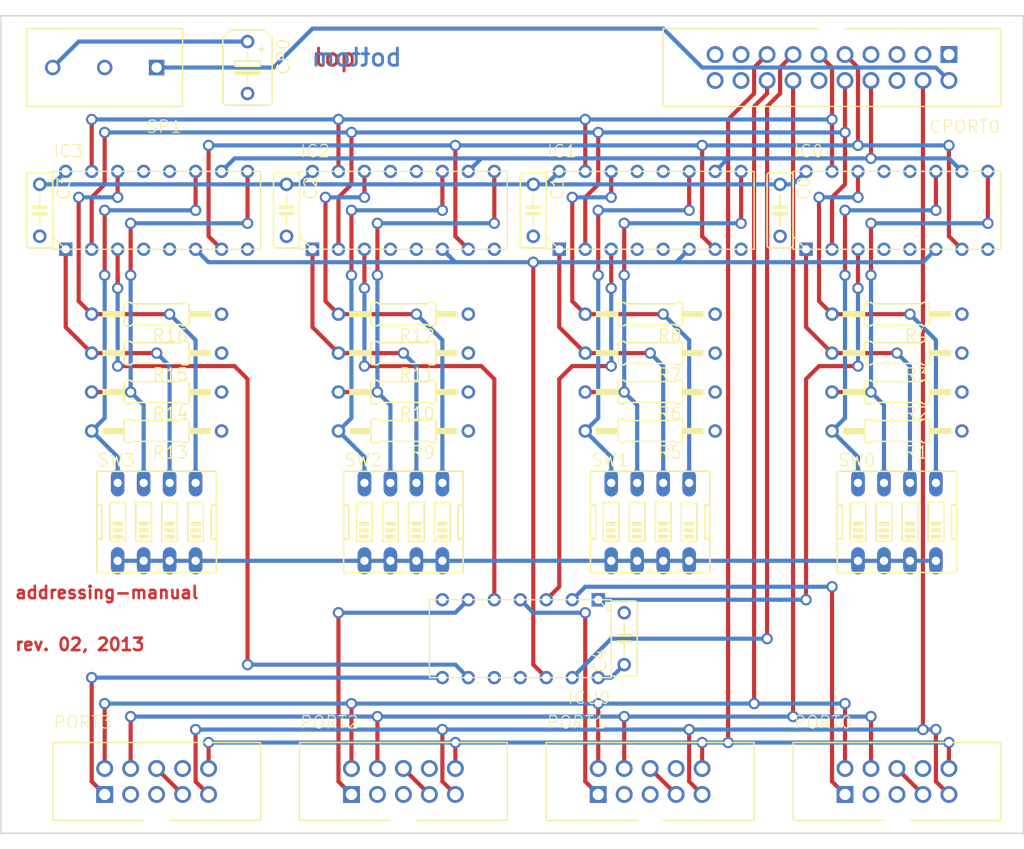
<source format=kicad_pcb>
(kicad_pcb (version 20171130) (host pcbnew 6.0.0-rc1-unknown-7a10feb~66~ubuntu14.04.1)

  (general
    (thickness 1.6)
    (drawings 9)
    (tracks 387)
    (zones 0)
    (modules 37)
    (nets 64)
  )

  (page A4)
  (layers
    (0 Top signal)
    (31 Bottom signal)
    (32 B.Adhes user)
    (33 F.Adhes user)
    (34 B.Paste user)
    (35 F.Paste user)
    (36 B.SilkS user)
    (37 F.SilkS user)
    (38 B.Mask user)
    (39 F.Mask user)
    (40 Dwgs.User user)
    (41 Cmts.User user)
    (42 Eco1.User user)
    (43 Eco2.User user)
    (44 Edge.Cuts user)
    (45 Margin user)
    (46 B.CrtYd user)
    (47 F.CrtYd user)
    (48 B.Fab user)
    (49 F.Fab user)
  )

  (setup
    (last_trace_width 0.25)
    (trace_clearance 0.2)
    (zone_clearance 0.508)
    (zone_45_only no)
    (trace_min 0.2)
    (via_size 0.8)
    (via_drill 0.4)
    (via_min_size 0.4)
    (via_min_drill 0.3)
    (uvia_size 0.3)
    (uvia_drill 0.1)
    (uvias_allowed no)
    (uvia_min_size 0.2)
    (uvia_min_drill 0.1)
    (edge_width 0.05)
    (segment_width 0.2)
    (pcb_text_width 0.3)
    (pcb_text_size 1.5 1.5)
    (mod_edge_width 0.12)
    (mod_text_size 1 1)
    (mod_text_width 0.15)
    (pad_size 1.524 1.524)
    (pad_drill 0.762)
    (pad_to_mask_clearance 0.2)
    (aux_axis_origin 0 0)
    (visible_elements FFFFFF7F)
    (pcbplotparams
      (layerselection 0x010fc_ffffffff)
      (usegerberextensions false)
      (usegerberattributes false)
      (usegerberadvancedattributes false)
      (creategerberjobfile false)
      (excludeedgelayer true)
      (linewidth 0.100000)
      (plotframeref false)
      (viasonmask false)
      (mode 1)
      (useauxorigin false)
      (hpglpennumber 1)
      (hpglpenspeed 20)
      (hpglpendiameter 15.000000)
      (psnegative false)
      (psa4output false)
      (plotreference true)
      (plotvalue true)
      (plotinvisibletext false)
      (padsonsilk false)
      (subtractmaskfromsilk false)
      (outputformat 1)
      (mirror false)
      (drillshape 1)
      (scaleselection 1)
      (outputdirectory ""))
  )

  (net 0 "")
  (net 1 GND)
  (net 2 +3V3)
  (net 3 +5V)
  (net 4 /B1.3)
  (net 5 /B1.2)
  (net 6 /B1.0)
  (net 7 /B1.1)
  (net 8 /P5)
  (net 9 /CS)
  (net 10 /B3.2)
  (net 11 /P6)
  (net 12 /CS3)
  (net 13 /B3.1)
  (net 14 /P4)
  (net 15 /B3.0)
  (net 16 "Net-(IC3-Pad(A<B)_OUT$12)")
  (net 17 /P7)
  (net 18 /B3.3)
  (net 19 "Net-(IC3-Pad(A>B)_OUT$13)")
  (net 20 /CS3_INV)
  (net 21 "Net-(ICU0-PadOUT5$10)")
  (net 22 /CS2_INV)
  (net 23 /CS2)
  (net 24 /CS1)
  (net 25 /CS0_INV)
  (net 26 /CS0)
  (net 27 /CS_INV)
  (net 28 /CS1_INV)
  (net 29 /B2.2)
  (net 30 /B2.1)
  (net 31 /B2.0)
  (net 32 "Net-(IC2-Pad(A<B)_OUT$12)")
  (net 33 /B2.3)
  (net 34 "Net-(IC2-Pad(A>B)_OUT$13)")
  (net 35 "Net-(IC1-Pad(A<B)_OUT$12)")
  (net 36 "Net-(IC1-Pad(A>B)_OUT$13)")
  (net 37 /B0.2)
  (net 38 /B0.1)
  (net 39 /B0.0)
  (net 40 "Net-(IC0-Pad(A<B)_OUT$12)")
  (net 41 /B0.3)
  (net 42 "Net-(IC0-Pad(A>B)_OUT$13)")
  (net 43 /SDIN)
  (net 44 /SCLK)
  (net 45 "Net-(CPORT0-PadP$18)")
  (net 46 "Net-(CPORT0-PadP$20)")
  (net 47 "Net-(CPORT0-PadP$19)")
  (net 48 "Net-(CPORT0-PadP$17)")
  (net 49 /SDO)
  (net 50 "Net-(CPORT0-PadP$7)")
  (net 51 "Net-(CPORT0-PadP$5)")
  (net 52 "Net-(CPORT0-PadP$3)")
  (net 53 /RESET_INV)
  (net 54 "Net-(CPORT0-PadP$6)")
  (net 55 "Net-(CPORT0-PadP$12)")
  (net 56 "Net-(PORT0-PadP$8)")
  (net 57 "Net-(PORT0-PadP$3)")
  (net 58 "Net-(PORT1-PadP$8)")
  (net 59 "Net-(PORT1-PadP$3)")
  (net 60 "Net-(PORT2-PadP$8)")
  (net 61 "Net-(PORT2-PadP$3)")
  (net 62 "Net-(PORT3-PadP$8)")
  (net 63 "Net-(PORT3-PadP$3)")

  (net_class Default "This is the default net class."
    (clearance 0.2)
    (trace_width 0.25)
    (via_dia 0.8)
    (via_drill 0.4)
    (uvia_dia 0.3)
    (uvia_drill 0.1)
    (add_net +3V3)
    (add_net +5V)
    (add_net /B0.0)
    (add_net /B0.1)
    (add_net /B0.2)
    (add_net /B0.3)
    (add_net /B1.0)
    (add_net /B1.1)
    (add_net /B1.2)
    (add_net /B1.3)
    (add_net /B2.0)
    (add_net /B2.1)
    (add_net /B2.2)
    (add_net /B2.3)
    (add_net /B3.0)
    (add_net /B3.1)
    (add_net /B3.2)
    (add_net /B3.3)
    (add_net /CS)
    (add_net /CS0)
    (add_net /CS0_INV)
    (add_net /CS1)
    (add_net /CS1_INV)
    (add_net /CS2)
    (add_net /CS2_INV)
    (add_net /CS3)
    (add_net /CS3_INV)
    (add_net /CS_INV)
    (add_net /P4)
    (add_net /P5)
    (add_net /P6)
    (add_net /P7)
    (add_net /RESET_INV)
    (add_net /SCLK)
    (add_net /SDIN)
    (add_net /SDO)
    (add_net GND)
    (add_net "Net-(CPORT0-PadP$12)")
    (add_net "Net-(CPORT0-PadP$17)")
    (add_net "Net-(CPORT0-PadP$18)")
    (add_net "Net-(CPORT0-PadP$19)")
    (add_net "Net-(CPORT0-PadP$20)")
    (add_net "Net-(CPORT0-PadP$3)")
    (add_net "Net-(CPORT0-PadP$5)")
    (add_net "Net-(CPORT0-PadP$6)")
    (add_net "Net-(CPORT0-PadP$7)")
    (add_net "Net-(IC0-Pad(A<B)_OUT$12)")
    (add_net "Net-(IC0-Pad(A>B)_OUT$13)")
    (add_net "Net-(IC1-Pad(A<B)_OUT$12)")
    (add_net "Net-(IC1-Pad(A>B)_OUT$13)")
    (add_net "Net-(IC2-Pad(A<B)_OUT$12)")
    (add_net "Net-(IC2-Pad(A>B)_OUT$13)")
    (add_net "Net-(IC3-Pad(A<B)_OUT$12)")
    (add_net "Net-(IC3-Pad(A>B)_OUT$13)")
    (add_net "Net-(ICU0-PadOUT5$10)")
    (add_net "Net-(PORT0-PadP$3)")
    (add_net "Net-(PORT0-PadP$8)")
    (add_net "Net-(PORT1-PadP$3)")
    (add_net "Net-(PORT1-PadP$8)")
    (add_net "Net-(PORT2-PadP$3)")
    (add_net "Net-(PORT2-PadP$8)")
    (add_net "Net-(PORT3-PadP$3)")
    (add_net "Net-(PORT3-PadP$8)")
  )

  (module addressing-manual-gnd:EDG-04 (layer Top) (tedit 0) (tstamp 5B7BF992)
    (at 162.0011 114.5236)
    (descr "<b>DIP SWITCH</b>")
    (path /5966B0687EA1B0ED)
    (fp_text reference SW1 (at -5.842 -5.334) (layer F.SilkS)
      (effects (font (size 1.2065 1.2065) (thickness 0.127)) (justify left bottom))
    )
    (fp_text value 4pins (at -5.842 6.604) (layer F.Fab)
      (effects (font (size 1.2065 1.2065) (thickness 0.127)) (justify left bottom))
    )
    (fp_poly (pts (xy -4.318 1.651) (xy -3.302 1.651) (xy -3.302 1.27) (xy -4.318 1.27)) (layer F.SilkS) (width 0))
    (fp_poly (pts (xy -4.318 1.016) (xy -3.302 1.016) (xy -3.302 0.635) (xy -4.318 0.635)) (layer F.SilkS) (width 0))
    (fp_poly (pts (xy -4.318 0.381) (xy -3.302 0.381) (xy -3.302 0) (xy -4.318 0)) (layer F.SilkS) (width 0))
    (fp_poly (pts (xy -1.778 1.651) (xy -0.762 1.651) (xy -0.762 1.27) (xy -1.778 1.27)) (layer F.SilkS) (width 0))
    (fp_poly (pts (xy -1.778 1.016) (xy -0.762 1.016) (xy -0.762 0.635) (xy -1.778 0.635)) (layer F.SilkS) (width 0))
    (fp_poly (pts (xy -1.778 0.381) (xy -0.762 0.381) (xy -0.762 0) (xy -1.778 0)) (layer F.SilkS) (width 0))
    (fp_poly (pts (xy 0.762 1.651) (xy 1.778 1.651) (xy 1.778 1.27) (xy 0.762 1.27)) (layer F.SilkS) (width 0))
    (fp_poly (pts (xy 0.762 1.016) (xy 1.778 1.016) (xy 1.778 0.635) (xy 0.762 0.635)) (layer F.SilkS) (width 0))
    (fp_poly (pts (xy 0.762 0.381) (xy 1.778 0.381) (xy 1.778 0) (xy 0.762 0)) (layer F.SilkS) (width 0))
    (fp_poly (pts (xy 3.302 1.651) (xy 4.318 1.651) (xy 4.318 1.27) (xy 3.302 1.27)) (layer F.SilkS) (width 0))
    (fp_poly (pts (xy 3.302 1.016) (xy 4.318 1.016) (xy 4.318 0.635) (xy 3.302 0.635)) (layer F.SilkS) (width 0))
    (fp_poly (pts (xy 3.302 0.381) (xy 4.318 0.381) (xy 4.318 0) (xy 3.302 0)) (layer F.SilkS) (width 0))
    (fp_text user EDG (at 1.27 -2.54) (layer F.Fab)
      (effects (font (size 1.4478 1.4478) (thickness 0.1524)) (justify left bottom))
    )
    (fp_text user 4 (at 3.302 4.191) (layer F.Fab)
      (effects (font (size 1.4478 1.4478) (thickness 0.1524)) (justify left bottom))
    )
    (fp_text user 3 (at 0.762 4.191) (layer F.Fab)
      (effects (font (size 1.4478 1.4478) (thickness 0.1524)) (justify left bottom))
    )
    (fp_text user 2 (at -1.778 4.191) (layer F.Fab)
      (effects (font (size 1.4478 1.4478) (thickness 0.1524)) (justify left bottom))
    )
    (fp_text user ON (at -5.08 -2.54) (layer F.Fab)
      (effects (font (size 1.4478 1.4478) (thickness 0.1524)) (justify left bottom))
    )
    (fp_text user 1 (at -4.064 4.191) (layer F.Fab)
      (effects (font (size 1.4478 1.4478) (thickness 0.1524)) (justify left bottom))
    )
    (fp_line (start -3.048 1.905) (end -4.572 1.905) (layer F.SilkS) (width 0.1524))
    (fp_line (start -3.048 1.905) (end -3.048 -1.905) (layer F.SilkS) (width 0.1524))
    (fp_line (start -4.572 -1.905) (end -3.048 -1.905) (layer F.SilkS) (width 0.1524))
    (fp_line (start -4.572 -1.905) (end -4.572 1.905) (layer F.SilkS) (width 0.1524))
    (fp_line (start -0.508 1.905) (end -2.032 1.905) (layer F.SilkS) (width 0.1524))
    (fp_line (start -0.508 1.905) (end -0.508 -1.905) (layer F.SilkS) (width 0.1524))
    (fp_line (start -2.032 -1.905) (end -0.508 -1.905) (layer F.SilkS) (width 0.1524))
    (fp_line (start -2.032 -1.905) (end -2.032 1.905) (layer F.SilkS) (width 0.1524))
    (fp_line (start 2.032 1.905) (end 0.508 1.905) (layer F.SilkS) (width 0.1524))
    (fp_line (start 2.032 1.905) (end 2.032 -1.905) (layer F.SilkS) (width 0.1524))
    (fp_line (start 0.508 -1.905) (end 2.032 -1.905) (layer F.SilkS) (width 0.1524))
    (fp_line (start 0.508 -1.905) (end 0.508 1.905) (layer F.SilkS) (width 0.1524))
    (fp_line (start 4.572 1.905) (end 3.048 1.905) (layer F.SilkS) (width 0.1524))
    (fp_line (start 4.572 1.905) (end 4.572 -1.905) (layer F.SilkS) (width 0.1524))
    (fp_line (start 3.048 -1.905) (end 4.572 -1.905) (layer F.SilkS) (width 0.1524))
    (fp_line (start 3.048 -1.905) (end 3.048 1.905) (layer F.SilkS) (width 0.1524))
    (fp_line (start 5.842 1.651) (end 5.842 -1.651) (layer F.SilkS) (width 0.1524))
    (fp_line (start 5.842 -1.651) (end 5.842 -4.953) (layer F.SilkS) (width 0.1524))
    (fp_line (start 5.334 1.651) (end 5.842 1.651) (layer F.SilkS) (width 0.1524))
    (fp_line (start 5.334 -1.651) (end 5.334 1.651) (layer F.SilkS) (width 0.1524))
    (fp_line (start 5.842 -1.651) (end 5.334 -1.651) (layer F.SilkS) (width 0.1524))
    (fp_line (start 5.842 4.953) (end 5.842 1.651) (layer F.SilkS) (width 0.1524))
    (fp_line (start -5.842 -1.651) (end -5.842 1.651) (layer F.SilkS) (width 0.1524))
    (fp_line (start -5.842 1.651) (end -5.842 4.953) (layer F.SilkS) (width 0.1524))
    (fp_line (start -5.334 -1.651) (end -5.842 -1.651) (layer F.SilkS) (width 0.1524))
    (fp_line (start -5.334 1.651) (end -5.334 -1.651) (layer F.SilkS) (width 0.1524))
    (fp_line (start -5.842 1.651) (end -5.334 1.651) (layer F.SilkS) (width 0.1524))
    (fp_line (start -5.842 -4.953) (end -5.842 -1.651) (layer F.SilkS) (width 0.1524))
    (fp_line (start 5.842 -4.953) (end -5.842 -4.953) (layer F.SilkS) (width 0.1524))
    (fp_line (start -5.842 4.953) (end 5.842 4.953) (layer F.SilkS) (width 0.1524))
    (pad 5 thru_hole oval (at 3.81 -3.81 90) (size 2.6416 1.3208) (drill 0.8128) (layers *.Cu *.Mask)
      (net 4 /B1.3) (solder_mask_margin 0.1016))
    (pad 6 thru_hole oval (at 1.27 -3.81 90) (size 2.6416 1.3208) (drill 0.8128) (layers *.Cu *.Mask)
      (net 5 /B1.2) (solder_mask_margin 0.1016))
    (pad 4 thru_hole oval (at 3.81 3.81 90) (size 2.6416 1.3208) (drill 0.8128) (layers *.Cu *.Mask)
      (net 2 +3V3) (solder_mask_margin 0.1016))
    (pad 3 thru_hole oval (at 1.27 3.81 90) (size 2.6416 1.3208) (drill 0.8128) (layers *.Cu *.Mask)
      (net 2 +3V3) (solder_mask_margin 0.1016))
    (pad 8 thru_hole oval (at -3.81 -3.81 90) (size 2.6416 1.3208) (drill 0.8128) (layers *.Cu *.Mask)
      (net 6 /B1.0) (solder_mask_margin 0.1016))
    (pad 7 thru_hole oval (at -1.27 -3.81 90) (size 2.6416 1.3208) (drill 0.8128) (layers *.Cu *.Mask)
      (net 7 /B1.1) (solder_mask_margin 0.1016))
    (pad 2 thru_hole oval (at -1.27 3.81 90) (size 2.6416 1.3208) (drill 0.8128) (layers *.Cu *.Mask)
      (net 2 +3V3) (solder_mask_margin 0.1016))
    (pad 1 thru_hole oval (at -3.81 3.81 90) (size 2.6416 1.3208) (drill 0.8128) (layers *.Cu *.Mask)
      (net 2 +3V3) (solder_mask_margin 0.1016))
  )

  (module addressing-manual-gnd:PDIP-16 (layer Top) (tedit 0) (tstamp 5B7BF9CD)
    (at 113.7411 84.0436)
    (path /B33006915ED25CA7)
    (fp_text reference IC3 (at -10.16 -5.08) (layer F.SilkS)
      (effects (font (size 1.2065 1.2065) (thickness 0.1016)) (justify left bottom))
    )
    (fp_text value MC14585 (at -10.16 6.35) (layer F.Fab)
      (effects (font (size 1.2065 1.2065) (thickness 0.1016)) (justify left bottom))
    )
    (fp_line (start -10.16 2.54) (end -8.89 3.81) (layer F.SilkS) (width 0.127))
    (fp_line (start -10.16 2.54) (end -10.16 -3.81) (layer F.SilkS) (width 0.127))
    (fp_line (start -10.16 3.81) (end -10.16 2.54) (layer F.SilkS) (width 0.127))
    (fp_line (start -8.89 3.81) (end -10.16 3.81) (layer F.SilkS) (width 0.127))
    (fp_line (start 10.16 3.81) (end -8.89 3.81) (layer F.SilkS) (width 0.127))
    (fp_line (start 10.16 -3.81) (end 10.16 3.81) (layer F.SilkS) (width 0.127))
    (fp_line (start -10.16 -3.81) (end 10.16 -3.81) (layer F.SilkS) (width 0.127))
    (pad VSS$8 thru_hole circle (at 8.89 3.81) (size 1.308 1.308) (drill 0.8) (layers *.Cu *.Mask)
      (net 1 GND) (solder_mask_margin 0.1016))
    (pad A1$7 thru_hole circle (at 6.35 3.81) (size 1.308 1.308) (drill 0.8) (layers *.Cu *.Mask)
      (net 8 /P5) (solder_mask_margin 0.1016))
    (pad "(A=B)_IN$6" thru_hole circle (at 3.81 3.81) (size 1.308 1.308) (drill 0.8) (layers *.Cu *.Mask)
      (net 9 /CS) (solder_mask_margin 0.1016))
    (pad "(A<B)_IN$5" thru_hole circle (at 1.27 3.81) (size 1.308 1.308) (drill 0.8) (layers *.Cu *.Mask)
      (net 1 GND) (solder_mask_margin 0.1016))
    (pad B2$1 thru_hole rect (at -8.89 3.81) (size 1.308 1.308) (drill 0.8) (layers *.Cu *.Mask)
      (net 10 /B3.2) (solder_mask_margin 0.1016))
    (pad A2$2 thru_hole circle (at -6.35 3.81) (size 1.308 1.308) (drill 0.8) (layers *.Cu *.Mask)
      (net 11 /P6) (solder_mask_margin 0.1016))
    (pad "(A=B)_OUT$3" thru_hole circle (at -3.81 3.81) (size 1.308 1.308) (drill 0.8) (layers *.Cu *.Mask)
      (net 12 /CS3) (solder_mask_margin 0.1016))
    (pad "(A>B)_IN$4" thru_hole circle (at -1.27 3.81) (size 1.308 1.308) (drill 0.8) (layers *.Cu *.Mask)
      (net 1 GND) (solder_mask_margin 0.1016))
    (pad B1$9 thru_hole circle (at 8.89 -3.81) (size 1.308 1.308) (drill 0.8) (layers *.Cu *.Mask)
      (net 13 /B3.1) (solder_mask_margin 0.1016))
    (pad A0$10 thru_hole circle (at 6.35 -3.81) (size 1.308 1.308) (drill 0.8) (layers *.Cu *.Mask)
      (net 14 /P4) (solder_mask_margin 0.1016))
    (pad B0$11 thru_hole circle (at 3.81 -3.81) (size 1.308 1.308) (drill 0.8) (layers *.Cu *.Mask)
      (net 15 /B3.0) (solder_mask_margin 0.1016))
    (pad "(A<B)_OUT$12" thru_hole circle (at 1.27 -3.81) (size 1.308 1.308) (drill 0.8) (layers *.Cu *.Mask)
      (net 16 "Net-(IC3-Pad(A<B)_OUT$12)") (solder_mask_margin 0.1016))
    (pad VDD$16 thru_hole circle (at -8.89 -3.81) (size 1.308 1.308) (drill 0.8) (layers *.Cu *.Mask)
      (net 2 +3V3) (solder_mask_margin 0.1016))
    (pad A3$15 thru_hole circle (at -6.35 -3.81) (size 1.308 1.308) (drill 0.8) (layers *.Cu *.Mask)
      (net 17 /P7) (solder_mask_margin 0.1016))
    (pad B3$14 thru_hole circle (at -3.81 -3.81) (size 1.308 1.308) (drill 0.8) (layers *.Cu *.Mask)
      (net 18 /B3.3) (solder_mask_margin 0.1016))
    (pad "(A>B)_OUT$13" thru_hole circle (at -1.27 -3.81) (size 1.308 1.308) (drill 0.8) (layers *.Cu *.Mask)
      (net 19 "Net-(IC3-Pad(A>B)_OUT$13)") (solder_mask_margin 0.1016))
  )

  (module addressing-manual-gnd:PDIP-14 (layer Top) (tedit 0) (tstamp 5B7BF9E7)
    (at 149.3011 125.9536 180)
    (path /1B8B409AACE9E76E)
    (fp_text reference ICU0 (at -8.89 -5.08 180) (layer F.SilkS)
      (effects (font (size 1.2065 1.2065) (thickness 0.1016)) (justify right top))
    )
    (fp_text value MC14069 (at -8.89 6.35 180) (layer F.Fab)
      (effects (font (size 1.2065 1.2065) (thickness 0.1016)) (justify right top))
    )
    (fp_line (start -8.89 2.54) (end -7.62 3.81) (layer F.SilkS) (width 0.127))
    (fp_line (start -8.89 2.54) (end -8.89 -3.81) (layer F.SilkS) (width 0.127))
    (fp_line (start -8.89 3.81) (end -8.89 2.54) (layer F.SilkS) (width 0.127))
    (fp_line (start -7.62 3.81) (end -8.89 3.81) (layer F.SilkS) (width 0.127))
    (fp_line (start 8.89 3.81) (end -7.62 3.81) (layer F.SilkS) (width 0.127))
    (fp_line (start 8.89 -3.81) (end 8.89 3.81) (layer F.SilkS) (width 0.127))
    (fp_line (start -8.89 -3.81) (end 8.89 -3.81) (layer F.SilkS) (width 0.127))
    (pad OUT4$8 thru_hole circle (at 7.62 -3.81 180) (size 1.308 1.308) (drill 0.8) (layers *.Cu *.Mask)
      (net 20 /CS3_INV) (solder_mask_margin 0.1016))
    (pad IN4$9 thru_hole circle (at 5.08 -3.81 180) (size 1.308 1.308) (drill 0.8) (layers *.Cu *.Mask)
      (net 12 /CS3) (solder_mask_margin 0.1016))
    (pad OUT5$10 thru_hole circle (at 2.54 -3.81 180) (size 1.308 1.308) (drill 0.8) (layers *.Cu *.Mask)
      (net 21 "Net-(ICU0-PadOUT5$10)") (solder_mask_margin 0.1016))
    (pad VSS$7 thru_hole circle (at 7.62 3.81 180) (size 1.308 1.308) (drill 0.8) (layers *.Cu *.Mask)
      (net 1 GND) (solder_mask_margin 0.1016))
    (pad OUT3$6 thru_hole circle (at 5.08 3.81 180) (size 1.308 1.308) (drill 0.8) (layers *.Cu *.Mask)
      (net 22 /CS2_INV) (solder_mask_margin 0.1016))
    (pad IN3$5 thru_hole circle (at 2.54 3.81 180) (size 1.308 1.308) (drill 0.8) (layers *.Cu *.Mask)
      (net 23 /CS2) (solder_mask_margin 0.1016))
    (pad IN2$3 thru_hole circle (at -2.54 3.81 180) (size 1.308 1.308) (drill 0.8) (layers *.Cu *.Mask)
      (net 24 /CS1) (solder_mask_margin 0.1016))
    (pad OUT1$2 thru_hole circle (at -5.08 3.81 180) (size 1.308 1.308) (drill 0.8) (layers *.Cu *.Mask)
      (net 25 /CS0_INV) (solder_mask_margin 0.1016))
    (pad IN1$1 thru_hole rect (at -7.62 3.81 180) (size 1.308 1.308) (drill 0.8) (layers *.Cu *.Mask)
      (net 26 /CS0) (solder_mask_margin 0.1016))
    (pad VDD$14 thru_hole circle (at -7.62 -3.81 180) (size 1.308 1.308) (drill 0.8) (layers *.Cu *.Mask)
      (net 2 +3V3) (solder_mask_margin 0.1016))
    (pad IN6$13 thru_hole circle (at -5.08 -3.81 180) (size 1.308 1.308) (drill 0.8) (layers *.Cu *.Mask)
      (net 27 /CS_INV) (solder_mask_margin 0.1016))
    (pad OUT6$12 thru_hole circle (at -2.54 -3.81 180) (size 1.308 1.308) (drill 0.8) (layers *.Cu *.Mask)
      (net 9 /CS) (solder_mask_margin 0.1016))
    (pad OUT2$4 thru_hole circle (at 0 3.81 180) (size 1.308 1.308) (drill 0.8) (layers *.Cu *.Mask)
      (net 28 /CS1_INV) (solder_mask_margin 0.1016))
    (pad IN5$11 thru_hole circle (at 0 -3.81 180) (size 1.308 1.308) (drill 0.8) (layers *.Cu *.Mask)
      (net 1 GND) (solder_mask_margin 0.1016))
  )

  (module addressing-manual-gnd:PDIP-16 (layer Top) (tedit 0) (tstamp 5B7BF9FF)
    (at 137.8711 84.0436)
    (path /53D52AEB541775CA)
    (fp_text reference IC2 (at -10.16 -5.08) (layer F.SilkS)
      (effects (font (size 1.2065 1.2065) (thickness 0.1016)) (justify left bottom))
    )
    (fp_text value MC14585 (at -10.16 6.35) (layer F.Fab)
      (effects (font (size 1.2065 1.2065) (thickness 0.1016)) (justify left bottom))
    )
    (fp_line (start -10.16 2.54) (end -8.89 3.81) (layer F.SilkS) (width 0.127))
    (fp_line (start -10.16 2.54) (end -10.16 -3.81) (layer F.SilkS) (width 0.127))
    (fp_line (start -10.16 3.81) (end -10.16 2.54) (layer F.SilkS) (width 0.127))
    (fp_line (start -8.89 3.81) (end -10.16 3.81) (layer F.SilkS) (width 0.127))
    (fp_line (start 10.16 3.81) (end -8.89 3.81) (layer F.SilkS) (width 0.127))
    (fp_line (start 10.16 -3.81) (end 10.16 3.81) (layer F.SilkS) (width 0.127))
    (fp_line (start -10.16 -3.81) (end 10.16 -3.81) (layer F.SilkS) (width 0.127))
    (pad VSS$8 thru_hole circle (at 8.89 3.81) (size 1.308 1.308) (drill 0.8) (layers *.Cu *.Mask)
      (net 1 GND) (solder_mask_margin 0.1016))
    (pad A1$7 thru_hole circle (at 6.35 3.81) (size 1.308 1.308) (drill 0.8) (layers *.Cu *.Mask)
      (net 8 /P5) (solder_mask_margin 0.1016))
    (pad "(A=B)_IN$6" thru_hole circle (at 3.81 3.81) (size 1.308 1.308) (drill 0.8) (layers *.Cu *.Mask)
      (net 9 /CS) (solder_mask_margin 0.1016))
    (pad "(A<B)_IN$5" thru_hole circle (at 1.27 3.81) (size 1.308 1.308) (drill 0.8) (layers *.Cu *.Mask)
      (net 1 GND) (solder_mask_margin 0.1016))
    (pad B2$1 thru_hole rect (at -8.89 3.81) (size 1.308 1.308) (drill 0.8) (layers *.Cu *.Mask)
      (net 29 /B2.2) (solder_mask_margin 0.1016))
    (pad A2$2 thru_hole circle (at -6.35 3.81) (size 1.308 1.308) (drill 0.8) (layers *.Cu *.Mask)
      (net 11 /P6) (solder_mask_margin 0.1016))
    (pad "(A=B)_OUT$3" thru_hole circle (at -3.81 3.81) (size 1.308 1.308) (drill 0.8) (layers *.Cu *.Mask)
      (net 23 /CS2) (solder_mask_margin 0.1016))
    (pad "(A>B)_IN$4" thru_hole circle (at -1.27 3.81) (size 1.308 1.308) (drill 0.8) (layers *.Cu *.Mask)
      (net 1 GND) (solder_mask_margin 0.1016))
    (pad B1$9 thru_hole circle (at 8.89 -3.81) (size 1.308 1.308) (drill 0.8) (layers *.Cu *.Mask)
      (net 30 /B2.1) (solder_mask_margin 0.1016))
    (pad A0$10 thru_hole circle (at 6.35 -3.81) (size 1.308 1.308) (drill 0.8) (layers *.Cu *.Mask)
      (net 14 /P4) (solder_mask_margin 0.1016))
    (pad B0$11 thru_hole circle (at 3.81 -3.81) (size 1.308 1.308) (drill 0.8) (layers *.Cu *.Mask)
      (net 31 /B2.0) (solder_mask_margin 0.1016))
    (pad "(A<B)_OUT$12" thru_hole circle (at 1.27 -3.81) (size 1.308 1.308) (drill 0.8) (layers *.Cu *.Mask)
      (net 32 "Net-(IC2-Pad(A<B)_OUT$12)") (solder_mask_margin 0.1016))
    (pad VDD$16 thru_hole circle (at -8.89 -3.81) (size 1.308 1.308) (drill 0.8) (layers *.Cu *.Mask)
      (net 2 +3V3) (solder_mask_margin 0.1016))
    (pad A3$15 thru_hole circle (at -6.35 -3.81) (size 1.308 1.308) (drill 0.8) (layers *.Cu *.Mask)
      (net 17 /P7) (solder_mask_margin 0.1016))
    (pad B3$14 thru_hole circle (at -3.81 -3.81) (size 1.308 1.308) (drill 0.8) (layers *.Cu *.Mask)
      (net 33 /B2.3) (solder_mask_margin 0.1016))
    (pad "(A>B)_OUT$13" thru_hole circle (at -1.27 -3.81) (size 1.308 1.308) (drill 0.8) (layers *.Cu *.Mask)
      (net 34 "Net-(IC2-Pad(A>B)_OUT$13)") (solder_mask_margin 0.1016))
  )

  (module addressing-manual-gnd:PDIP-16 (layer Top) (tedit 0) (tstamp 5B7BFA19)
    (at 162.0011 84.0436)
    (path /7C8C299E06F92037)
    (fp_text reference IC1 (at -10.16 -5.08) (layer F.SilkS)
      (effects (font (size 1.2065 1.2065) (thickness 0.1016)) (justify left bottom))
    )
    (fp_text value MC14585 (at -10.16 6.35) (layer F.Fab)
      (effects (font (size 1.2065 1.2065) (thickness 0.1016)) (justify left bottom))
    )
    (fp_line (start -10.16 2.54) (end -8.89 3.81) (layer F.SilkS) (width 0.127))
    (fp_line (start -10.16 2.54) (end -10.16 -3.81) (layer F.SilkS) (width 0.127))
    (fp_line (start -10.16 3.81) (end -10.16 2.54) (layer F.SilkS) (width 0.127))
    (fp_line (start -8.89 3.81) (end -10.16 3.81) (layer F.SilkS) (width 0.127))
    (fp_line (start 10.16 3.81) (end -8.89 3.81) (layer F.SilkS) (width 0.127))
    (fp_line (start 10.16 -3.81) (end 10.16 3.81) (layer F.SilkS) (width 0.127))
    (fp_line (start -10.16 -3.81) (end 10.16 -3.81) (layer F.SilkS) (width 0.127))
    (pad VSS$8 thru_hole circle (at 8.89 3.81) (size 1.308 1.308) (drill 0.8) (layers *.Cu *.Mask)
      (net 1 GND) (solder_mask_margin 0.1016))
    (pad A1$7 thru_hole circle (at 6.35 3.81) (size 1.308 1.308) (drill 0.8) (layers *.Cu *.Mask)
      (net 8 /P5) (solder_mask_margin 0.1016))
    (pad "(A=B)_IN$6" thru_hole circle (at 3.81 3.81) (size 1.308 1.308) (drill 0.8) (layers *.Cu *.Mask)
      (net 9 /CS) (solder_mask_margin 0.1016))
    (pad "(A<B)_IN$5" thru_hole circle (at 1.27 3.81) (size 1.308 1.308) (drill 0.8) (layers *.Cu *.Mask)
      (net 1 GND) (solder_mask_margin 0.1016))
    (pad B2$1 thru_hole rect (at -8.89 3.81) (size 1.308 1.308) (drill 0.8) (layers *.Cu *.Mask)
      (net 5 /B1.2) (solder_mask_margin 0.1016))
    (pad A2$2 thru_hole circle (at -6.35 3.81) (size 1.308 1.308) (drill 0.8) (layers *.Cu *.Mask)
      (net 11 /P6) (solder_mask_margin 0.1016))
    (pad "(A=B)_OUT$3" thru_hole circle (at -3.81 3.81) (size 1.308 1.308) (drill 0.8) (layers *.Cu *.Mask)
      (net 24 /CS1) (solder_mask_margin 0.1016))
    (pad "(A>B)_IN$4" thru_hole circle (at -1.27 3.81) (size 1.308 1.308) (drill 0.8) (layers *.Cu *.Mask)
      (net 1 GND) (solder_mask_margin 0.1016))
    (pad B1$9 thru_hole circle (at 8.89 -3.81) (size 1.308 1.308) (drill 0.8) (layers *.Cu *.Mask)
      (net 7 /B1.1) (solder_mask_margin 0.1016))
    (pad A0$10 thru_hole circle (at 6.35 -3.81) (size 1.308 1.308) (drill 0.8) (layers *.Cu *.Mask)
      (net 14 /P4) (solder_mask_margin 0.1016))
    (pad B0$11 thru_hole circle (at 3.81 -3.81) (size 1.308 1.308) (drill 0.8) (layers *.Cu *.Mask)
      (net 6 /B1.0) (solder_mask_margin 0.1016))
    (pad "(A<B)_OUT$12" thru_hole circle (at 1.27 -3.81) (size 1.308 1.308) (drill 0.8) (layers *.Cu *.Mask)
      (net 35 "Net-(IC1-Pad(A<B)_OUT$12)") (solder_mask_margin 0.1016))
    (pad VDD$16 thru_hole circle (at -8.89 -3.81) (size 1.308 1.308) (drill 0.8) (layers *.Cu *.Mask)
      (net 2 +3V3) (solder_mask_margin 0.1016))
    (pad A3$15 thru_hole circle (at -6.35 -3.81) (size 1.308 1.308) (drill 0.8) (layers *.Cu *.Mask)
      (net 17 /P7) (solder_mask_margin 0.1016))
    (pad B3$14 thru_hole circle (at -3.81 -3.81) (size 1.308 1.308) (drill 0.8) (layers *.Cu *.Mask)
      (net 4 /B1.3) (solder_mask_margin 0.1016))
    (pad "(A>B)_OUT$13" thru_hole circle (at -1.27 -3.81) (size 1.308 1.308) (drill 0.8) (layers *.Cu *.Mask)
      (net 36 "Net-(IC1-Pad(A>B)_OUT$13)") (solder_mask_margin 0.1016))
  )

  (module addressing-manual-gnd:PDIP-16 (layer Top) (tedit 0) (tstamp 5B7BFA33)
    (at 186.1311 84.0436)
    (path /82E6F4E43AA2715)
    (fp_text reference IC0 (at -10.16 -5.08) (layer F.SilkS)
      (effects (font (size 1.2065 1.2065) (thickness 0.1016)) (justify left bottom))
    )
    (fp_text value MC14585 (at -10.16 6.35) (layer F.Fab)
      (effects (font (size 1.2065 1.2065) (thickness 0.1016)) (justify left bottom))
    )
    (fp_line (start -10.16 2.54) (end -8.89 3.81) (layer F.SilkS) (width 0.127))
    (fp_line (start -10.16 2.54) (end -10.16 -3.81) (layer F.SilkS) (width 0.127))
    (fp_line (start -10.16 3.81) (end -10.16 2.54) (layer F.SilkS) (width 0.127))
    (fp_line (start -8.89 3.81) (end -10.16 3.81) (layer F.SilkS) (width 0.127))
    (fp_line (start 10.16 3.81) (end -8.89 3.81) (layer F.SilkS) (width 0.127))
    (fp_line (start 10.16 -3.81) (end 10.16 3.81) (layer F.SilkS) (width 0.127))
    (fp_line (start -10.16 -3.81) (end 10.16 -3.81) (layer F.SilkS) (width 0.127))
    (pad VSS$8 thru_hole circle (at 8.89 3.81) (size 1.308 1.308) (drill 0.8) (layers *.Cu *.Mask)
      (net 1 GND) (solder_mask_margin 0.1016))
    (pad A1$7 thru_hole circle (at 6.35 3.81) (size 1.308 1.308) (drill 0.8) (layers *.Cu *.Mask)
      (net 8 /P5) (solder_mask_margin 0.1016))
    (pad "(A=B)_IN$6" thru_hole circle (at 3.81 3.81) (size 1.308 1.308) (drill 0.8) (layers *.Cu *.Mask)
      (net 9 /CS) (solder_mask_margin 0.1016))
    (pad "(A<B)_IN$5" thru_hole circle (at 1.27 3.81) (size 1.308 1.308) (drill 0.8) (layers *.Cu *.Mask)
      (net 1 GND) (solder_mask_margin 0.1016))
    (pad B2$1 thru_hole rect (at -8.89 3.81) (size 1.308 1.308) (drill 0.8) (layers *.Cu *.Mask)
      (net 37 /B0.2) (solder_mask_margin 0.1016))
    (pad A2$2 thru_hole circle (at -6.35 3.81) (size 1.308 1.308) (drill 0.8) (layers *.Cu *.Mask)
      (net 11 /P6) (solder_mask_margin 0.1016))
    (pad "(A=B)_OUT$3" thru_hole circle (at -3.81 3.81) (size 1.308 1.308) (drill 0.8) (layers *.Cu *.Mask)
      (net 26 /CS0) (solder_mask_margin 0.1016))
    (pad "(A>B)_IN$4" thru_hole circle (at -1.27 3.81) (size 1.308 1.308) (drill 0.8) (layers *.Cu *.Mask)
      (net 1 GND) (solder_mask_margin 0.1016))
    (pad B1$9 thru_hole circle (at 8.89 -3.81) (size 1.308 1.308) (drill 0.8) (layers *.Cu *.Mask)
      (net 38 /B0.1) (solder_mask_margin 0.1016))
    (pad A0$10 thru_hole circle (at 6.35 -3.81) (size 1.308 1.308) (drill 0.8) (layers *.Cu *.Mask)
      (net 14 /P4) (solder_mask_margin 0.1016))
    (pad B0$11 thru_hole circle (at 3.81 -3.81) (size 1.308 1.308) (drill 0.8) (layers *.Cu *.Mask)
      (net 39 /B0.0) (solder_mask_margin 0.1016))
    (pad "(A<B)_OUT$12" thru_hole circle (at 1.27 -3.81) (size 1.308 1.308) (drill 0.8) (layers *.Cu *.Mask)
      (net 40 "Net-(IC0-Pad(A<B)_OUT$12)") (solder_mask_margin 0.1016))
    (pad VDD$16 thru_hole circle (at -8.89 -3.81) (size 1.308 1.308) (drill 0.8) (layers *.Cu *.Mask)
      (net 2 +3V3) (solder_mask_margin 0.1016))
    (pad A3$15 thru_hole circle (at -6.35 -3.81) (size 1.308 1.308) (drill 0.8) (layers *.Cu *.Mask)
      (net 17 /P7) (solder_mask_margin 0.1016))
    (pad B3$14 thru_hole circle (at -3.81 -3.81) (size 1.308 1.308) (drill 0.8) (layers *.Cu *.Mask)
      (net 41 /B0.3) (solder_mask_margin 0.1016))
    (pad "(A>B)_OUT$13" thru_hole circle (at -1.27 -3.81) (size 1.308 1.308) (drill 0.8) (layers *.Cu *.Mask)
      (net 42 "Net-(IC0-Pad(A>B)_OUT$13)") (solder_mask_margin 0.1016))
  )

  (module addressing-manual-gnd:DIN-41651-20P (layer Top) (tedit 0) (tstamp 5B7BFA4D)
    (at 179.7811 70.0736 180)
    (path /7DA4ACD33FFC0A9B)
    (fp_text reference CPORT0 (at -16.51 -5.08 180) (layer F.SilkS)
      (effects (font (size 1.2065 1.2065) (thickness 0.1016)) (justify right top))
    )
    (fp_text value DIN-41651-20P (at -16.51 6.35 180) (layer F.Fab)
      (effects (font (size 1.2065 1.2065) (thickness 0.1016)) (justify right top))
    )
    (fp_line (start 1.27 3.81) (end 16.51 3.81) (layer F.SilkS) (width 0.127))
    (fp_line (start -16.51 3.81) (end -1.27 3.81) (layer F.SilkS) (width 0.127))
    (fp_line (start 16.51 -3.81) (end 16.51 3.81) (layer F.SilkS) (width 0.127))
    (fp_line (start -16.51 -3.81) (end 16.51 -3.81) (layer F.SilkS) (width 0.127))
    (fp_line (start -16.51 -3.81) (end -16.51 3.81) (layer F.SilkS) (width 0.127))
    (pad P$1 thru_hole rect (at -11.43 1.27 180) (size 1.65 1.65) (drill 1.1) (layers *.Cu *.Mask)
      (net 1 GND) (solder_mask_margin 0.1016))
    (pad P$14 thru_hole circle (at 3.81 -1.27 180) (size 1.65 1.65) (drill 1.1) (layers *.Cu *.Mask)
      (net 43 /SDIN) (solder_mask_margin 0.1016))
    (pad P$16 thru_hole circle (at 6.35 -1.27 180) (size 1.65 1.65) (drill 1.1) (layers *.Cu *.Mask)
      (net 44 /SCLK) (solder_mask_margin 0.1016))
    (pad P$18 thru_hole circle (at 8.89 -1.27 180) (size 1.65 1.65) (drill 1.1) (layers *.Cu *.Mask)
      (net 45 "Net-(CPORT0-PadP$18)") (solder_mask_margin 0.1016))
    (pad P$20 thru_hole circle (at 11.43 -1.27 180) (size 1.65 1.65) (drill 1.1) (layers *.Cu *.Mask)
      (net 46 "Net-(CPORT0-PadP$20)") (solder_mask_margin 0.1016))
    (pad P$19 thru_hole circle (at 11.43 1.27 180) (size 1.65 1.65) (drill 1.1) (layers *.Cu *.Mask)
      (net 47 "Net-(CPORT0-PadP$19)") (solder_mask_margin 0.1016))
    (pad P$17 thru_hole circle (at 8.89 1.27 180) (size 1.65 1.65) (drill 1.1) (layers *.Cu *.Mask)
      (net 48 "Net-(CPORT0-PadP$17)") (solder_mask_margin 0.1016))
    (pad P$15 thru_hole circle (at 6.35 1.27 180) (size 1.65 1.65) (drill 1.1) (layers *.Cu *.Mask)
      (net 49 /SDO) (solder_mask_margin 0.1016))
    (pad P$13 thru_hole circle (at 3.81 1.27 180) (size 1.65 1.65) (drill 1.1) (layers *.Cu *.Mask)
      (net 27 /CS_INV) (solder_mask_margin 0.1016))
    (pad P$11 thru_hole circle (at 1.27 1.27 180) (size 1.65 1.65) (drill 1.1) (layers *.Cu *.Mask)
      (net 17 /P7) (solder_mask_margin 0.1016))
    (pad P$7 thru_hole circle (at -3.81 1.27 180) (size 1.65 1.65) (drill 1.1) (layers *.Cu *.Mask)
      (net 50 "Net-(CPORT0-PadP$7)") (solder_mask_margin 0.1016))
    (pad P$5 thru_hole circle (at -6.35 1.27 180) (size 1.65 1.65) (drill 1.1) (layers *.Cu *.Mask)
      (net 51 "Net-(CPORT0-PadP$5)") (solder_mask_margin 0.1016))
    (pad P$3 thru_hole circle (at -8.89 1.27 180) (size 1.65 1.65) (drill 1.1) (layers *.Cu *.Mask)
      (net 52 "Net-(CPORT0-PadP$3)") (solder_mask_margin 0.1016))
    (pad P$2 thru_hole circle (at -11.43 -1.27 180) (size 1.65 1.65) (drill 1.1) (layers *.Cu *.Mask)
      (net 3 +5V) (solder_mask_margin 0.1016))
    (pad P$4 thru_hole circle (at -8.89 -1.27 180) (size 1.65 1.65) (drill 1.1) (layers *.Cu *.Mask)
      (net 53 /RESET_INV) (solder_mask_margin 0.1016))
    (pad P$6 thru_hole circle (at -6.35 -1.27 180) (size 1.65 1.65) (drill 1.1) (layers *.Cu *.Mask)
      (net 54 "Net-(CPORT0-PadP$6)") (solder_mask_margin 0.1016))
    (pad P$8 thru_hole circle (at -3.81 -1.27 180) (size 1.65 1.65) (drill 1.1) (layers *.Cu *.Mask)
      (net 14 /P4) (solder_mask_margin 0.1016))
    (pad P$9 thru_hole circle (at -1.27 1.27 180) (size 1.65 1.65) (drill 1.1) (layers *.Cu *.Mask)
      (net 8 /P5) (solder_mask_margin 0.1016))
    (pad P$12 thru_hole circle (at 1.27 -1.27 180) (size 1.65 1.65) (drill 1.1) (layers *.Cu *.Mask)
      (net 55 "Net-(CPORT0-PadP$12)") (solder_mask_margin 0.1016))
    (pad P$10 thru_hole circle (at -1.27 -1.27 180) (size 1.65 1.65) (drill 1.1) (layers *.Cu *.Mask)
      (net 11 /P6) (solder_mask_margin 0.1016))
  )

  (module addressing-manual-gnd:DIN-41651-10P (layer Top) (tedit 0) (tstamp 5B7BFA69)
    (at 186.1311 139.9236)
    (path /782D5C6EEF11654D)
    (fp_text reference PORT0 (at -10.16 -5.08) (layer F.SilkS)
      (effects (font (size 1.2065 1.2065) (thickness 0.1016)) (justify left bottom))
    )
    (fp_text value DIN-41651-10P (at -10.16 6.35) (layer F.Fab)
      (effects (font (size 1.2065 1.2065) (thickness 0.1016)) (justify left bottom))
    )
    (fp_line (start 10.16 -3.81) (end -10.16 -3.81) (layer F.SilkS) (width 0.127))
    (fp_line (start 10.16 3.81) (end 10.16 -3.81) (layer F.SilkS) (width 0.127))
    (fp_line (start 1.27 3.81) (end 10.16 3.81) (layer F.SilkS) (width 0.127))
    (fp_line (start -10.16 3.81) (end -1.27 3.81) (layer F.SilkS) (width 0.127))
    (fp_line (start -10.16 -3.81) (end -10.16 3.81) (layer F.SilkS) (width 0.127))
    (pad P$10 thru_hole circle (at 5.08 -1.27) (size 1.65 1.65) (drill 1.1) (layers *.Cu *.Mask)
      (net 49 /SDO) (solder_mask_margin 0.1016))
    (pad P$9 thru_hole circle (at 5.08 1.27) (size 1.65 1.65) (drill 1.1) (layers *.Cu *.Mask)
      (net 53 /RESET_INV) (solder_mask_margin 0.1016))
    (pad P$8 thru_hole circle (at 2.54 -1.27) (size 1.65 1.65) (drill 1.1) (layers *.Cu *.Mask)
      (net 56 "Net-(PORT0-PadP$8)") (solder_mask_margin 0.1016))
    (pad P$7 thru_hole circle (at 2.54 1.27) (size 1.65 1.65) (drill 1.1) (layers *.Cu *.Mask)
      (net 2 +3V3) (solder_mask_margin 0.1016))
    (pad P$6 thru_hole circle (at 0 -1.27) (size 1.65 1.65) (drill 1.1) (layers *.Cu *.Mask)
      (net 2 +3V3) (solder_mask_margin 0.1016))
    (pad P$5 thru_hole circle (at 0 1.27) (size 1.65 1.65) (drill 1.1) (layers *.Cu *.Mask)
      (net 1 GND) (solder_mask_margin 0.1016))
    (pad P$4 thru_hole circle (at -2.54 -1.27) (size 1.65 1.65) (drill 1.1) (layers *.Cu *.Mask)
      (net 43 /SDIN) (solder_mask_margin 0.1016))
    (pad P$3 thru_hole circle (at -2.54 1.27) (size 1.65 1.65) (drill 1.1) (layers *.Cu *.Mask)
      (net 57 "Net-(PORT0-PadP$3)") (solder_mask_margin 0.1016))
    (pad P$2 thru_hole circle (at -5.08 -1.27) (size 1.65 1.65) (drill 1.1) (layers *.Cu *.Mask)
      (net 44 /SCLK) (solder_mask_margin 0.1016))
    (pad P$1 thru_hole rect (at -5.08 1.27) (size 1.65 1.65) (drill 1.1) (layers *.Cu *.Mask)
      (net 25 /CS0_INV) (solder_mask_margin 0.1016))
  )

  (module addressing-manual-gnd:DIN-41651-10P (layer Top) (tedit 0) (tstamp 5B7BFA7B)
    (at 162.0011 139.9236)
    (path /E1CA354018224F2D)
    (fp_text reference PORT1 (at -10.16 -5.08) (layer F.SilkS)
      (effects (font (size 1.2065 1.2065) (thickness 0.1016)) (justify left bottom))
    )
    (fp_text value DIN-41651-10P (at -10.16 6.35) (layer F.Fab)
      (effects (font (size 1.2065 1.2065) (thickness 0.1016)) (justify left bottom))
    )
    (fp_line (start 10.16 -3.81) (end -10.16 -3.81) (layer F.SilkS) (width 0.127))
    (fp_line (start 10.16 3.81) (end 10.16 -3.81) (layer F.SilkS) (width 0.127))
    (fp_line (start 1.27 3.81) (end 10.16 3.81) (layer F.SilkS) (width 0.127))
    (fp_line (start -10.16 3.81) (end -1.27 3.81) (layer F.SilkS) (width 0.127))
    (fp_line (start -10.16 -3.81) (end -10.16 3.81) (layer F.SilkS) (width 0.127))
    (pad P$10 thru_hole circle (at 5.08 -1.27) (size 1.65 1.65) (drill 1.1) (layers *.Cu *.Mask)
      (net 49 /SDO) (solder_mask_margin 0.1016))
    (pad P$9 thru_hole circle (at 5.08 1.27) (size 1.65 1.65) (drill 1.1) (layers *.Cu *.Mask)
      (net 53 /RESET_INV) (solder_mask_margin 0.1016))
    (pad P$8 thru_hole circle (at 2.54 -1.27) (size 1.65 1.65) (drill 1.1) (layers *.Cu *.Mask)
      (net 58 "Net-(PORT1-PadP$8)") (solder_mask_margin 0.1016))
    (pad P$7 thru_hole circle (at 2.54 1.27) (size 1.65 1.65) (drill 1.1) (layers *.Cu *.Mask)
      (net 2 +3V3) (solder_mask_margin 0.1016))
    (pad P$6 thru_hole circle (at 0 -1.27) (size 1.65 1.65) (drill 1.1) (layers *.Cu *.Mask)
      (net 2 +3V3) (solder_mask_margin 0.1016))
    (pad P$5 thru_hole circle (at 0 1.27) (size 1.65 1.65) (drill 1.1) (layers *.Cu *.Mask)
      (net 1 GND) (solder_mask_margin 0.1016))
    (pad P$4 thru_hole circle (at -2.54 -1.27) (size 1.65 1.65) (drill 1.1) (layers *.Cu *.Mask)
      (net 43 /SDIN) (solder_mask_margin 0.1016))
    (pad P$3 thru_hole circle (at -2.54 1.27) (size 1.65 1.65) (drill 1.1) (layers *.Cu *.Mask)
      (net 59 "Net-(PORT1-PadP$3)") (solder_mask_margin 0.1016))
    (pad P$2 thru_hole circle (at -5.08 -1.27) (size 1.65 1.65) (drill 1.1) (layers *.Cu *.Mask)
      (net 44 /SCLK) (solder_mask_margin 0.1016))
    (pad P$1 thru_hole rect (at -5.08 1.27) (size 1.65 1.65) (drill 1.1) (layers *.Cu *.Mask)
      (net 28 /CS1_INV) (solder_mask_margin 0.1016))
  )

  (module addressing-manual-gnd:DIN-41651-10P (layer Top) (tedit 0) (tstamp 5B7BFA8D)
    (at 137.8711 139.9236)
    (path /C38EF66B382CA099)
    (fp_text reference PORT2 (at -10.16 -5.08) (layer F.SilkS)
      (effects (font (size 1.2065 1.2065) (thickness 0.1016)) (justify left bottom))
    )
    (fp_text value DIN-41651-10P (at -10.16 6.35) (layer F.Fab)
      (effects (font (size 1.2065 1.2065) (thickness 0.1016)) (justify left bottom))
    )
    (fp_line (start 10.16 -3.81) (end -10.16 -3.81) (layer F.SilkS) (width 0.127))
    (fp_line (start 10.16 3.81) (end 10.16 -3.81) (layer F.SilkS) (width 0.127))
    (fp_line (start 1.27 3.81) (end 10.16 3.81) (layer F.SilkS) (width 0.127))
    (fp_line (start -10.16 3.81) (end -1.27 3.81) (layer F.SilkS) (width 0.127))
    (fp_line (start -10.16 -3.81) (end -10.16 3.81) (layer F.SilkS) (width 0.127))
    (pad P$10 thru_hole circle (at 5.08 -1.27) (size 1.65 1.65) (drill 1.1) (layers *.Cu *.Mask)
      (net 49 /SDO) (solder_mask_margin 0.1016))
    (pad P$9 thru_hole circle (at 5.08 1.27) (size 1.65 1.65) (drill 1.1) (layers *.Cu *.Mask)
      (net 53 /RESET_INV) (solder_mask_margin 0.1016))
    (pad P$8 thru_hole circle (at 2.54 -1.27) (size 1.65 1.65) (drill 1.1) (layers *.Cu *.Mask)
      (net 60 "Net-(PORT2-PadP$8)") (solder_mask_margin 0.1016))
    (pad P$7 thru_hole circle (at 2.54 1.27) (size 1.65 1.65) (drill 1.1) (layers *.Cu *.Mask)
      (net 2 +3V3) (solder_mask_margin 0.1016))
    (pad P$6 thru_hole circle (at 0 -1.27) (size 1.65 1.65) (drill 1.1) (layers *.Cu *.Mask)
      (net 2 +3V3) (solder_mask_margin 0.1016))
    (pad P$5 thru_hole circle (at 0 1.27) (size 1.65 1.65) (drill 1.1) (layers *.Cu *.Mask)
      (net 1 GND) (solder_mask_margin 0.1016))
    (pad P$4 thru_hole circle (at -2.54 -1.27) (size 1.65 1.65) (drill 1.1) (layers *.Cu *.Mask)
      (net 43 /SDIN) (solder_mask_margin 0.1016))
    (pad P$3 thru_hole circle (at -2.54 1.27) (size 1.65 1.65) (drill 1.1) (layers *.Cu *.Mask)
      (net 61 "Net-(PORT2-PadP$3)") (solder_mask_margin 0.1016))
    (pad P$2 thru_hole circle (at -5.08 -1.27) (size 1.65 1.65) (drill 1.1) (layers *.Cu *.Mask)
      (net 44 /SCLK) (solder_mask_margin 0.1016))
    (pad P$1 thru_hole rect (at -5.08 1.27) (size 1.65 1.65) (drill 1.1) (layers *.Cu *.Mask)
      (net 22 /CS2_INV) (solder_mask_margin 0.1016))
  )

  (module addressing-manual-gnd:DIN-41651-10P (layer Top) (tedit 0) (tstamp 5B7BFA9F)
    (at 113.7411 139.9236)
    (path /DE7FE6B892AE2CB7)
    (fp_text reference PORT3 (at -10.16 -5.08) (layer F.SilkS)
      (effects (font (size 1.2065 1.2065) (thickness 0.1016)) (justify left bottom))
    )
    (fp_text value DIN-41651-10P (at -10.16 6.35) (layer F.Fab)
      (effects (font (size 1.2065 1.2065) (thickness 0.1016)) (justify left bottom))
    )
    (fp_line (start 10.16 -3.81) (end -10.16 -3.81) (layer F.SilkS) (width 0.127))
    (fp_line (start 10.16 3.81) (end 10.16 -3.81) (layer F.SilkS) (width 0.127))
    (fp_line (start 1.27 3.81) (end 10.16 3.81) (layer F.SilkS) (width 0.127))
    (fp_line (start -10.16 3.81) (end -1.27 3.81) (layer F.SilkS) (width 0.127))
    (fp_line (start -10.16 -3.81) (end -10.16 3.81) (layer F.SilkS) (width 0.127))
    (pad P$10 thru_hole circle (at 5.08 -1.27) (size 1.65 1.65) (drill 1.1) (layers *.Cu *.Mask)
      (net 49 /SDO) (solder_mask_margin 0.1016))
    (pad P$9 thru_hole circle (at 5.08 1.27) (size 1.65 1.65) (drill 1.1) (layers *.Cu *.Mask)
      (net 53 /RESET_INV) (solder_mask_margin 0.1016))
    (pad P$8 thru_hole circle (at 2.54 -1.27) (size 1.65 1.65) (drill 1.1) (layers *.Cu *.Mask)
      (net 62 "Net-(PORT3-PadP$8)") (solder_mask_margin 0.1016))
    (pad P$7 thru_hole circle (at 2.54 1.27) (size 1.65 1.65) (drill 1.1) (layers *.Cu *.Mask)
      (net 2 +3V3) (solder_mask_margin 0.1016))
    (pad P$6 thru_hole circle (at 0 -1.27) (size 1.65 1.65) (drill 1.1) (layers *.Cu *.Mask)
      (net 2 +3V3) (solder_mask_margin 0.1016))
    (pad P$5 thru_hole circle (at 0 1.27) (size 1.65 1.65) (drill 1.1) (layers *.Cu *.Mask)
      (net 1 GND) (solder_mask_margin 0.1016))
    (pad P$4 thru_hole circle (at -2.54 -1.27) (size 1.65 1.65) (drill 1.1) (layers *.Cu *.Mask)
      (net 43 /SDIN) (solder_mask_margin 0.1016))
    (pad P$3 thru_hole circle (at -2.54 1.27) (size 1.65 1.65) (drill 1.1) (layers *.Cu *.Mask)
      (net 63 "Net-(PORT3-PadP$3)") (solder_mask_margin 0.1016))
    (pad P$2 thru_hole circle (at -5.08 -1.27) (size 1.65 1.65) (drill 1.1) (layers *.Cu *.Mask)
      (net 44 /SCLK) (solder_mask_margin 0.1016))
    (pad P$1 thru_hole rect (at -5.08 1.27) (size 1.65 1.65) (drill 1.1) (layers *.Cu *.Mask)
      (net 20 /CS3_INV) (solder_mask_margin 0.1016))
  )

  (module addressing-manual-gnd:EDG-04 (layer Top) (tedit 0) (tstamp 5B7BFAB1)
    (at 186.1311 114.5236)
    (descr "<b>DIP SWITCH</b>")
    (path /8FD6E68FBF1B128A)
    (fp_text reference SW0 (at -5.842 -5.334) (layer F.SilkS)
      (effects (font (size 1.2065 1.2065) (thickness 0.127)) (justify left bottom))
    )
    (fp_text value 4pins (at -5.842 6.604) (layer F.Fab)
      (effects (font (size 1.2065 1.2065) (thickness 0.127)) (justify left bottom))
    )
    (fp_poly (pts (xy -4.318 1.651) (xy -3.302 1.651) (xy -3.302 1.27) (xy -4.318 1.27)) (layer F.SilkS) (width 0))
    (fp_poly (pts (xy -4.318 1.016) (xy -3.302 1.016) (xy -3.302 0.635) (xy -4.318 0.635)) (layer F.SilkS) (width 0))
    (fp_poly (pts (xy -4.318 0.381) (xy -3.302 0.381) (xy -3.302 0) (xy -4.318 0)) (layer F.SilkS) (width 0))
    (fp_poly (pts (xy -1.778 1.651) (xy -0.762 1.651) (xy -0.762 1.27) (xy -1.778 1.27)) (layer F.SilkS) (width 0))
    (fp_poly (pts (xy -1.778 1.016) (xy -0.762 1.016) (xy -0.762 0.635) (xy -1.778 0.635)) (layer F.SilkS) (width 0))
    (fp_poly (pts (xy -1.778 0.381) (xy -0.762 0.381) (xy -0.762 0) (xy -1.778 0)) (layer F.SilkS) (width 0))
    (fp_poly (pts (xy 0.762 1.651) (xy 1.778 1.651) (xy 1.778 1.27) (xy 0.762 1.27)) (layer F.SilkS) (width 0))
    (fp_poly (pts (xy 0.762 1.016) (xy 1.778 1.016) (xy 1.778 0.635) (xy 0.762 0.635)) (layer F.SilkS) (width 0))
    (fp_poly (pts (xy 0.762 0.381) (xy 1.778 0.381) (xy 1.778 0) (xy 0.762 0)) (layer F.SilkS) (width 0))
    (fp_poly (pts (xy 3.302 1.651) (xy 4.318 1.651) (xy 4.318 1.27) (xy 3.302 1.27)) (layer F.SilkS) (width 0))
    (fp_poly (pts (xy 3.302 1.016) (xy 4.318 1.016) (xy 4.318 0.635) (xy 3.302 0.635)) (layer F.SilkS) (width 0))
    (fp_poly (pts (xy 3.302 0.381) (xy 4.318 0.381) (xy 4.318 0) (xy 3.302 0)) (layer F.SilkS) (width 0))
    (fp_text user EDG (at 1.27 -2.54) (layer F.Fab)
      (effects (font (size 1.4478 1.4478) (thickness 0.1524)) (justify left bottom))
    )
    (fp_text user 4 (at 3.302 4.191) (layer F.Fab)
      (effects (font (size 1.4478 1.4478) (thickness 0.1524)) (justify left bottom))
    )
    (fp_text user 3 (at 0.762 4.191) (layer F.Fab)
      (effects (font (size 1.4478 1.4478) (thickness 0.1524)) (justify left bottom))
    )
    (fp_text user 2 (at -1.778 4.191) (layer F.Fab)
      (effects (font (size 1.4478 1.4478) (thickness 0.1524)) (justify left bottom))
    )
    (fp_text user ON (at -5.08 -2.54) (layer F.Fab)
      (effects (font (size 1.4478 1.4478) (thickness 0.1524)) (justify left bottom))
    )
    (fp_text user 1 (at -4.064 4.191) (layer F.Fab)
      (effects (font (size 1.4478 1.4478) (thickness 0.1524)) (justify left bottom))
    )
    (fp_line (start -3.048 1.905) (end -4.572 1.905) (layer F.SilkS) (width 0.1524))
    (fp_line (start -3.048 1.905) (end -3.048 -1.905) (layer F.SilkS) (width 0.1524))
    (fp_line (start -4.572 -1.905) (end -3.048 -1.905) (layer F.SilkS) (width 0.1524))
    (fp_line (start -4.572 -1.905) (end -4.572 1.905) (layer F.SilkS) (width 0.1524))
    (fp_line (start -0.508 1.905) (end -2.032 1.905) (layer F.SilkS) (width 0.1524))
    (fp_line (start -0.508 1.905) (end -0.508 -1.905) (layer F.SilkS) (width 0.1524))
    (fp_line (start -2.032 -1.905) (end -0.508 -1.905) (layer F.SilkS) (width 0.1524))
    (fp_line (start -2.032 -1.905) (end -2.032 1.905) (layer F.SilkS) (width 0.1524))
    (fp_line (start 2.032 1.905) (end 0.508 1.905) (layer F.SilkS) (width 0.1524))
    (fp_line (start 2.032 1.905) (end 2.032 -1.905) (layer F.SilkS) (width 0.1524))
    (fp_line (start 0.508 -1.905) (end 2.032 -1.905) (layer F.SilkS) (width 0.1524))
    (fp_line (start 0.508 -1.905) (end 0.508 1.905) (layer F.SilkS) (width 0.1524))
    (fp_line (start 4.572 1.905) (end 3.048 1.905) (layer F.SilkS) (width 0.1524))
    (fp_line (start 4.572 1.905) (end 4.572 -1.905) (layer F.SilkS) (width 0.1524))
    (fp_line (start 3.048 -1.905) (end 4.572 -1.905) (layer F.SilkS) (width 0.1524))
    (fp_line (start 3.048 -1.905) (end 3.048 1.905) (layer F.SilkS) (width 0.1524))
    (fp_line (start 5.842 1.651) (end 5.842 -1.651) (layer F.SilkS) (width 0.1524))
    (fp_line (start 5.842 -1.651) (end 5.842 -4.953) (layer F.SilkS) (width 0.1524))
    (fp_line (start 5.334 1.651) (end 5.842 1.651) (layer F.SilkS) (width 0.1524))
    (fp_line (start 5.334 -1.651) (end 5.334 1.651) (layer F.SilkS) (width 0.1524))
    (fp_line (start 5.842 -1.651) (end 5.334 -1.651) (layer F.SilkS) (width 0.1524))
    (fp_line (start 5.842 4.953) (end 5.842 1.651) (layer F.SilkS) (width 0.1524))
    (fp_line (start -5.842 -1.651) (end -5.842 1.651) (layer F.SilkS) (width 0.1524))
    (fp_line (start -5.842 1.651) (end -5.842 4.953) (layer F.SilkS) (width 0.1524))
    (fp_line (start -5.334 -1.651) (end -5.842 -1.651) (layer F.SilkS) (width 0.1524))
    (fp_line (start -5.334 1.651) (end -5.334 -1.651) (layer F.SilkS) (width 0.1524))
    (fp_line (start -5.842 1.651) (end -5.334 1.651) (layer F.SilkS) (width 0.1524))
    (fp_line (start -5.842 -4.953) (end -5.842 -1.651) (layer F.SilkS) (width 0.1524))
    (fp_line (start 5.842 -4.953) (end -5.842 -4.953) (layer F.SilkS) (width 0.1524))
    (fp_line (start -5.842 4.953) (end 5.842 4.953) (layer F.SilkS) (width 0.1524))
    (pad 5 thru_hole oval (at 3.81 -3.81 90) (size 2.6416 1.3208) (drill 0.8128) (layers *.Cu *.Mask)
      (net 41 /B0.3) (solder_mask_margin 0.1016))
    (pad 6 thru_hole oval (at 1.27 -3.81 90) (size 2.6416 1.3208) (drill 0.8128) (layers *.Cu *.Mask)
      (net 37 /B0.2) (solder_mask_margin 0.1016))
    (pad 4 thru_hole oval (at 3.81 3.81 90) (size 2.6416 1.3208) (drill 0.8128) (layers *.Cu *.Mask)
      (net 2 +3V3) (solder_mask_margin 0.1016))
    (pad 3 thru_hole oval (at 1.27 3.81 90) (size 2.6416 1.3208) (drill 0.8128) (layers *.Cu *.Mask)
      (net 2 +3V3) (solder_mask_margin 0.1016))
    (pad 8 thru_hole oval (at -3.81 -3.81 90) (size 2.6416 1.3208) (drill 0.8128) (layers *.Cu *.Mask)
      (net 39 /B0.0) (solder_mask_margin 0.1016))
    (pad 7 thru_hole oval (at -1.27 -3.81 90) (size 2.6416 1.3208) (drill 0.8128) (layers *.Cu *.Mask)
      (net 38 /B0.1) (solder_mask_margin 0.1016))
    (pad 2 thru_hole oval (at -1.27 3.81 90) (size 2.6416 1.3208) (drill 0.8128) (layers *.Cu *.Mask)
      (net 2 +3V3) (solder_mask_margin 0.1016))
    (pad 1 thru_hole oval (at -3.81 3.81 90) (size 2.6416 1.3208) (drill 0.8128) (layers *.Cu *.Mask)
      (net 2 +3V3) (solder_mask_margin 0.1016))
  )

  (module addressing-manual-gnd:EDG-04 (layer Top) (tedit 0) (tstamp 5B7BFAEC)
    (at 137.8711 114.5236)
    (descr "<b>DIP SWITCH</b>")
    (path /4426638CDED138F3)
    (fp_text reference SW2 (at -5.842 -5.334) (layer F.SilkS)
      (effects (font (size 1.2065 1.2065) (thickness 0.127)) (justify left bottom))
    )
    (fp_text value 4pins (at -5.842 6.604) (layer F.Fab)
      (effects (font (size 1.2065 1.2065) (thickness 0.127)) (justify left bottom))
    )
    (fp_poly (pts (xy -4.318 1.651) (xy -3.302 1.651) (xy -3.302 1.27) (xy -4.318 1.27)) (layer F.SilkS) (width 0))
    (fp_poly (pts (xy -4.318 1.016) (xy -3.302 1.016) (xy -3.302 0.635) (xy -4.318 0.635)) (layer F.SilkS) (width 0))
    (fp_poly (pts (xy -4.318 0.381) (xy -3.302 0.381) (xy -3.302 0) (xy -4.318 0)) (layer F.SilkS) (width 0))
    (fp_poly (pts (xy -1.778 1.651) (xy -0.762 1.651) (xy -0.762 1.27) (xy -1.778 1.27)) (layer F.SilkS) (width 0))
    (fp_poly (pts (xy -1.778 1.016) (xy -0.762 1.016) (xy -0.762 0.635) (xy -1.778 0.635)) (layer F.SilkS) (width 0))
    (fp_poly (pts (xy -1.778 0.381) (xy -0.762 0.381) (xy -0.762 0) (xy -1.778 0)) (layer F.SilkS) (width 0))
    (fp_poly (pts (xy 0.762 1.651) (xy 1.778 1.651) (xy 1.778 1.27) (xy 0.762 1.27)) (layer F.SilkS) (width 0))
    (fp_poly (pts (xy 0.762 1.016) (xy 1.778 1.016) (xy 1.778 0.635) (xy 0.762 0.635)) (layer F.SilkS) (width 0))
    (fp_poly (pts (xy 0.762 0.381) (xy 1.778 0.381) (xy 1.778 0) (xy 0.762 0)) (layer F.SilkS) (width 0))
    (fp_poly (pts (xy 3.302 1.651) (xy 4.318 1.651) (xy 4.318 1.27) (xy 3.302 1.27)) (layer F.SilkS) (width 0))
    (fp_poly (pts (xy 3.302 1.016) (xy 4.318 1.016) (xy 4.318 0.635) (xy 3.302 0.635)) (layer F.SilkS) (width 0))
    (fp_poly (pts (xy 3.302 0.381) (xy 4.318 0.381) (xy 4.318 0) (xy 3.302 0)) (layer F.SilkS) (width 0))
    (fp_text user EDG (at 1.27 -2.54) (layer F.Fab)
      (effects (font (size 1.4478 1.4478) (thickness 0.1524)) (justify left bottom))
    )
    (fp_text user 4 (at 3.302 4.191) (layer F.Fab)
      (effects (font (size 1.4478 1.4478) (thickness 0.1524)) (justify left bottom))
    )
    (fp_text user 3 (at 0.762 4.191) (layer F.Fab)
      (effects (font (size 1.4478 1.4478) (thickness 0.1524)) (justify left bottom))
    )
    (fp_text user 2 (at -1.778 4.191) (layer F.Fab)
      (effects (font (size 1.4478 1.4478) (thickness 0.1524)) (justify left bottom))
    )
    (fp_text user ON (at -5.08 -2.54) (layer F.Fab)
      (effects (font (size 1.4478 1.4478) (thickness 0.1524)) (justify left bottom))
    )
    (fp_text user 1 (at -4.064 4.191) (layer F.Fab)
      (effects (font (size 1.4478 1.4478) (thickness 0.1524)) (justify left bottom))
    )
    (fp_line (start -3.048 1.905) (end -4.572 1.905) (layer F.SilkS) (width 0.1524))
    (fp_line (start -3.048 1.905) (end -3.048 -1.905) (layer F.SilkS) (width 0.1524))
    (fp_line (start -4.572 -1.905) (end -3.048 -1.905) (layer F.SilkS) (width 0.1524))
    (fp_line (start -4.572 -1.905) (end -4.572 1.905) (layer F.SilkS) (width 0.1524))
    (fp_line (start -0.508 1.905) (end -2.032 1.905) (layer F.SilkS) (width 0.1524))
    (fp_line (start -0.508 1.905) (end -0.508 -1.905) (layer F.SilkS) (width 0.1524))
    (fp_line (start -2.032 -1.905) (end -0.508 -1.905) (layer F.SilkS) (width 0.1524))
    (fp_line (start -2.032 -1.905) (end -2.032 1.905) (layer F.SilkS) (width 0.1524))
    (fp_line (start 2.032 1.905) (end 0.508 1.905) (layer F.SilkS) (width 0.1524))
    (fp_line (start 2.032 1.905) (end 2.032 -1.905) (layer F.SilkS) (width 0.1524))
    (fp_line (start 0.508 -1.905) (end 2.032 -1.905) (layer F.SilkS) (width 0.1524))
    (fp_line (start 0.508 -1.905) (end 0.508 1.905) (layer F.SilkS) (width 0.1524))
    (fp_line (start 4.572 1.905) (end 3.048 1.905) (layer F.SilkS) (width 0.1524))
    (fp_line (start 4.572 1.905) (end 4.572 -1.905) (layer F.SilkS) (width 0.1524))
    (fp_line (start 3.048 -1.905) (end 4.572 -1.905) (layer F.SilkS) (width 0.1524))
    (fp_line (start 3.048 -1.905) (end 3.048 1.905) (layer F.SilkS) (width 0.1524))
    (fp_line (start 5.842 1.651) (end 5.842 -1.651) (layer F.SilkS) (width 0.1524))
    (fp_line (start 5.842 -1.651) (end 5.842 -4.953) (layer F.SilkS) (width 0.1524))
    (fp_line (start 5.334 1.651) (end 5.842 1.651) (layer F.SilkS) (width 0.1524))
    (fp_line (start 5.334 -1.651) (end 5.334 1.651) (layer F.SilkS) (width 0.1524))
    (fp_line (start 5.842 -1.651) (end 5.334 -1.651) (layer F.SilkS) (width 0.1524))
    (fp_line (start 5.842 4.953) (end 5.842 1.651) (layer F.SilkS) (width 0.1524))
    (fp_line (start -5.842 -1.651) (end -5.842 1.651) (layer F.SilkS) (width 0.1524))
    (fp_line (start -5.842 1.651) (end -5.842 4.953) (layer F.SilkS) (width 0.1524))
    (fp_line (start -5.334 -1.651) (end -5.842 -1.651) (layer F.SilkS) (width 0.1524))
    (fp_line (start -5.334 1.651) (end -5.334 -1.651) (layer F.SilkS) (width 0.1524))
    (fp_line (start -5.842 1.651) (end -5.334 1.651) (layer F.SilkS) (width 0.1524))
    (fp_line (start -5.842 -4.953) (end -5.842 -1.651) (layer F.SilkS) (width 0.1524))
    (fp_line (start 5.842 -4.953) (end -5.842 -4.953) (layer F.SilkS) (width 0.1524))
    (fp_line (start -5.842 4.953) (end 5.842 4.953) (layer F.SilkS) (width 0.1524))
    (pad 5 thru_hole oval (at 3.81 -3.81 90) (size 2.6416 1.3208) (drill 0.8128) (layers *.Cu *.Mask)
      (net 33 /B2.3) (solder_mask_margin 0.1016))
    (pad 6 thru_hole oval (at 1.27 -3.81 90) (size 2.6416 1.3208) (drill 0.8128) (layers *.Cu *.Mask)
      (net 29 /B2.2) (solder_mask_margin 0.1016))
    (pad 4 thru_hole oval (at 3.81 3.81 90) (size 2.6416 1.3208) (drill 0.8128) (layers *.Cu *.Mask)
      (net 2 +3V3) (solder_mask_margin 0.1016))
    (pad 3 thru_hole oval (at 1.27 3.81 90) (size 2.6416 1.3208) (drill 0.8128) (layers *.Cu *.Mask)
      (net 2 +3V3) (solder_mask_margin 0.1016))
    (pad 8 thru_hole oval (at -3.81 -3.81 90) (size 2.6416 1.3208) (drill 0.8128) (layers *.Cu *.Mask)
      (net 31 /B2.0) (solder_mask_margin 0.1016))
    (pad 7 thru_hole oval (at -1.27 -3.81 90) (size 2.6416 1.3208) (drill 0.8128) (layers *.Cu *.Mask)
      (net 30 /B2.1) (solder_mask_margin 0.1016))
    (pad 2 thru_hole oval (at -1.27 3.81 90) (size 2.6416 1.3208) (drill 0.8128) (layers *.Cu *.Mask)
      (net 2 +3V3) (solder_mask_margin 0.1016))
    (pad 1 thru_hole oval (at -3.81 3.81 90) (size 2.6416 1.3208) (drill 0.8128) (layers *.Cu *.Mask)
      (net 2 +3V3) (solder_mask_margin 0.1016))
  )

  (module addressing-manual-gnd:EDG-04 (layer Top) (tedit 0) (tstamp 5B7BFB27)
    (at 113.7411 114.5236)
    (descr "<b>DIP SWITCH</b>")
    (path /E6915256445755E1)
    (fp_text reference SW3 (at -5.842 -5.334) (layer F.SilkS)
      (effects (font (size 1.2065 1.2065) (thickness 0.127)) (justify left bottom))
    )
    (fp_text value 4pins (at -5.842 6.604) (layer F.Fab)
      (effects (font (size 1.2065 1.2065) (thickness 0.127)) (justify left bottom))
    )
    (fp_poly (pts (xy -4.318 1.651) (xy -3.302 1.651) (xy -3.302 1.27) (xy -4.318 1.27)) (layer F.SilkS) (width 0))
    (fp_poly (pts (xy -4.318 1.016) (xy -3.302 1.016) (xy -3.302 0.635) (xy -4.318 0.635)) (layer F.SilkS) (width 0))
    (fp_poly (pts (xy -4.318 0.381) (xy -3.302 0.381) (xy -3.302 0) (xy -4.318 0)) (layer F.SilkS) (width 0))
    (fp_poly (pts (xy -1.778 1.651) (xy -0.762 1.651) (xy -0.762 1.27) (xy -1.778 1.27)) (layer F.SilkS) (width 0))
    (fp_poly (pts (xy -1.778 1.016) (xy -0.762 1.016) (xy -0.762 0.635) (xy -1.778 0.635)) (layer F.SilkS) (width 0))
    (fp_poly (pts (xy -1.778 0.381) (xy -0.762 0.381) (xy -0.762 0) (xy -1.778 0)) (layer F.SilkS) (width 0))
    (fp_poly (pts (xy 0.762 1.651) (xy 1.778 1.651) (xy 1.778 1.27) (xy 0.762 1.27)) (layer F.SilkS) (width 0))
    (fp_poly (pts (xy 0.762 1.016) (xy 1.778 1.016) (xy 1.778 0.635) (xy 0.762 0.635)) (layer F.SilkS) (width 0))
    (fp_poly (pts (xy 0.762 0.381) (xy 1.778 0.381) (xy 1.778 0) (xy 0.762 0)) (layer F.SilkS) (width 0))
    (fp_poly (pts (xy 3.302 1.651) (xy 4.318 1.651) (xy 4.318 1.27) (xy 3.302 1.27)) (layer F.SilkS) (width 0))
    (fp_poly (pts (xy 3.302 1.016) (xy 4.318 1.016) (xy 4.318 0.635) (xy 3.302 0.635)) (layer F.SilkS) (width 0))
    (fp_poly (pts (xy 3.302 0.381) (xy 4.318 0.381) (xy 4.318 0) (xy 3.302 0)) (layer F.SilkS) (width 0))
    (fp_text user EDG (at 1.27 -2.54) (layer F.Fab)
      (effects (font (size 1.4478 1.4478) (thickness 0.1524)) (justify left bottom))
    )
    (fp_text user 4 (at 3.302 4.191) (layer F.Fab)
      (effects (font (size 1.4478 1.4478) (thickness 0.1524)) (justify left bottom))
    )
    (fp_text user 3 (at 0.762 4.191) (layer F.Fab)
      (effects (font (size 1.4478 1.4478) (thickness 0.1524)) (justify left bottom))
    )
    (fp_text user 2 (at -1.778 4.191) (layer F.Fab)
      (effects (font (size 1.4478 1.4478) (thickness 0.1524)) (justify left bottom))
    )
    (fp_text user ON (at -5.08 -2.54) (layer F.Fab)
      (effects (font (size 1.4478 1.4478) (thickness 0.1524)) (justify left bottom))
    )
    (fp_text user 1 (at -4.064 4.191) (layer F.Fab)
      (effects (font (size 1.4478 1.4478) (thickness 0.1524)) (justify left bottom))
    )
    (fp_line (start -3.048 1.905) (end -4.572 1.905) (layer F.SilkS) (width 0.1524))
    (fp_line (start -3.048 1.905) (end -3.048 -1.905) (layer F.SilkS) (width 0.1524))
    (fp_line (start -4.572 -1.905) (end -3.048 -1.905) (layer F.SilkS) (width 0.1524))
    (fp_line (start -4.572 -1.905) (end -4.572 1.905) (layer F.SilkS) (width 0.1524))
    (fp_line (start -0.508 1.905) (end -2.032 1.905) (layer F.SilkS) (width 0.1524))
    (fp_line (start -0.508 1.905) (end -0.508 -1.905) (layer F.SilkS) (width 0.1524))
    (fp_line (start -2.032 -1.905) (end -0.508 -1.905) (layer F.SilkS) (width 0.1524))
    (fp_line (start -2.032 -1.905) (end -2.032 1.905) (layer F.SilkS) (width 0.1524))
    (fp_line (start 2.032 1.905) (end 0.508 1.905) (layer F.SilkS) (width 0.1524))
    (fp_line (start 2.032 1.905) (end 2.032 -1.905) (layer F.SilkS) (width 0.1524))
    (fp_line (start 0.508 -1.905) (end 2.032 -1.905) (layer F.SilkS) (width 0.1524))
    (fp_line (start 0.508 -1.905) (end 0.508 1.905) (layer F.SilkS) (width 0.1524))
    (fp_line (start 4.572 1.905) (end 3.048 1.905) (layer F.SilkS) (width 0.1524))
    (fp_line (start 4.572 1.905) (end 4.572 -1.905) (layer F.SilkS) (width 0.1524))
    (fp_line (start 3.048 -1.905) (end 4.572 -1.905) (layer F.SilkS) (width 0.1524))
    (fp_line (start 3.048 -1.905) (end 3.048 1.905) (layer F.SilkS) (width 0.1524))
    (fp_line (start 5.842 1.651) (end 5.842 -1.651) (layer F.SilkS) (width 0.1524))
    (fp_line (start 5.842 -1.651) (end 5.842 -4.953) (layer F.SilkS) (width 0.1524))
    (fp_line (start 5.334 1.651) (end 5.842 1.651) (layer F.SilkS) (width 0.1524))
    (fp_line (start 5.334 -1.651) (end 5.334 1.651) (layer F.SilkS) (width 0.1524))
    (fp_line (start 5.842 -1.651) (end 5.334 -1.651) (layer F.SilkS) (width 0.1524))
    (fp_line (start 5.842 4.953) (end 5.842 1.651) (layer F.SilkS) (width 0.1524))
    (fp_line (start -5.842 -1.651) (end -5.842 1.651) (layer F.SilkS) (width 0.1524))
    (fp_line (start -5.842 1.651) (end -5.842 4.953) (layer F.SilkS) (width 0.1524))
    (fp_line (start -5.334 -1.651) (end -5.842 -1.651) (layer F.SilkS) (width 0.1524))
    (fp_line (start -5.334 1.651) (end -5.334 -1.651) (layer F.SilkS) (width 0.1524))
    (fp_line (start -5.842 1.651) (end -5.334 1.651) (layer F.SilkS) (width 0.1524))
    (fp_line (start -5.842 -4.953) (end -5.842 -1.651) (layer F.SilkS) (width 0.1524))
    (fp_line (start 5.842 -4.953) (end -5.842 -4.953) (layer F.SilkS) (width 0.1524))
    (fp_line (start -5.842 4.953) (end 5.842 4.953) (layer F.SilkS) (width 0.1524))
    (pad 5 thru_hole oval (at 3.81 -3.81 90) (size 2.6416 1.3208) (drill 0.8128) (layers *.Cu *.Mask)
      (net 18 /B3.3) (solder_mask_margin 0.1016))
    (pad 6 thru_hole oval (at 1.27 -3.81 90) (size 2.6416 1.3208) (drill 0.8128) (layers *.Cu *.Mask)
      (net 10 /B3.2) (solder_mask_margin 0.1016))
    (pad 4 thru_hole oval (at 3.81 3.81 90) (size 2.6416 1.3208) (drill 0.8128) (layers *.Cu *.Mask)
      (net 2 +3V3) (solder_mask_margin 0.1016))
    (pad 3 thru_hole oval (at 1.27 3.81 90) (size 2.6416 1.3208) (drill 0.8128) (layers *.Cu *.Mask)
      (net 2 +3V3) (solder_mask_margin 0.1016))
    (pad 8 thru_hole oval (at -3.81 -3.81 90) (size 2.6416 1.3208) (drill 0.8128) (layers *.Cu *.Mask)
      (net 15 /B3.0) (solder_mask_margin 0.1016))
    (pad 7 thru_hole oval (at -1.27 -3.81 90) (size 2.6416 1.3208) (drill 0.8128) (layers *.Cu *.Mask)
      (net 13 /B3.1) (solder_mask_margin 0.1016))
    (pad 2 thru_hole oval (at -1.27 3.81 90) (size 2.6416 1.3208) (drill 0.8128) (layers *.Cu *.Mask)
      (net 2 +3V3) (solder_mask_margin 0.1016))
    (pad 1 thru_hole oval (at -3.81 3.81 90) (size 2.6416 1.3208) (drill 0.8128) (layers *.Cu *.Mask)
      (net 2 +3V3) (solder_mask_margin 0.1016))
  )

  (module addressing-manual-gnd:WAGO-3 (layer Top) (tedit 0) (tstamp 5B7BFB62)
    (at 108.6611 70.0736 180)
    (path /AA76E99B8A50F2F1)
    (fp_text reference SP1 (at -7.62 -5.08 180) (layer F.SilkS)
      (effects (font (size 1.2065 1.2065) (thickness 0.1016)) (justify right top))
    )
    (fp_text value WAGO-3 (at -7.62 6.35 180) (layer F.Fab)
      (effects (font (size 1.2065 1.2065) (thickness 0.1016)) (justify right top))
    )
    (fp_line (start 7.62 -3.81) (end -7.62 -3.81) (layer F.SilkS) (width 0.127))
    (fp_line (start 7.62 3.81) (end 7.62 -3.81) (layer F.SilkS) (width 0.127))
    (fp_line (start -7.62 3.81) (end 7.62 3.81) (layer F.SilkS) (width 0.127))
    (fp_line (start -7.62 -3.81) (end -7.62 3.81) (layer F.SilkS) (width 0.127))
    (pad P$3 thru_hole circle (at 5.08 0) (size 1.508 1.508) (drill 1) (layers *.Cu *.Mask)
      (net 2 +3V3) (solder_mask_margin 0.1016))
    (pad P$1 thru_hole rect (at -5.08 0) (size 1.508 1.508) (drill 1) (layers *.Cu *.Mask)
      (net 3 +5V) (solder_mask_margin 0.1016))
    (pad P$2 thru_hole circle (at 0 0) (size 1.508 1.508) (drill 1) (layers *.Cu *.Mask)
      (net 1 GND) (solder_mask_margin 0.1016))
  )

  (module addressing-manual-gnd:0207_12 (layer Top) (tedit 0) (tstamp 5B7BFB6C)
    (at 162.0011 105.6336 180)
    (descr "<b>RESISTOR</b><p>\ntype 0207, grid 12 mm")
    (path /F517357803D62852)
    (fp_text reference R5 (at -3.175 -1.397 180) (layer F.SilkS)
      (effects (font (size 1.2065 1.2065) (thickness 0.127)) (justify right top))
    )
    (fp_text value 9k9 (at -2.286 0.6858 180) (layer F.Fab)
      (effects (font (size 1.2065 1.2065) (thickness 0.127)) (justify right top))
    )
    (fp_poly (pts (xy -5.3086 0.3048) (xy -4.445 0.3048) (xy -4.445 -0.3048) (xy -5.3086 -0.3048)) (layer F.SilkS) (width 0))
    (fp_poly (pts (xy 4.445 0.3048) (xy 5.3086 0.3048) (xy 5.3086 -0.3048) (xy 4.445 -0.3048)) (layer F.SilkS) (width 0))
    (fp_poly (pts (xy -4.0386 0.3048) (xy -3.175 0.3048) (xy -3.175 -0.3048) (xy -4.0386 -0.3048)) (layer F.SilkS) (width 0))
    (fp_poly (pts (xy 3.175 0.3048) (xy 4.0386 0.3048) (xy 4.0386 -0.3048) (xy 3.175 -0.3048)) (layer F.SilkS) (width 0))
    (fp_line (start -4.445 0) (end -4.064 0) (layer F.SilkS) (width 0.6096))
    (fp_line (start 4.445 0) (end 4.064 0) (layer F.SilkS) (width 0.6096))
    (fp_line (start 3.175 0.889) (end 3.175 -0.889) (layer F.SilkS) (width 0.1524))
    (fp_line (start 2.921 1.143) (end 2.54 1.143) (layer F.SilkS) (width 0.1524))
    (fp_line (start 2.921 -1.143) (end 2.54 -1.143) (layer F.SilkS) (width 0.1524))
    (fp_line (start 2.413 1.016) (end -2.413 1.016) (layer F.SilkS) (width 0.1524))
    (fp_line (start 2.413 1.016) (end 2.54 1.143) (layer F.SilkS) (width 0.1524))
    (fp_line (start 2.413 -1.016) (end -2.413 -1.016) (layer F.SilkS) (width 0.1524))
    (fp_line (start 2.413 -1.016) (end 2.54 -1.143) (layer F.SilkS) (width 0.1524))
    (fp_line (start -2.413 1.016) (end -2.54 1.143) (layer F.SilkS) (width 0.1524))
    (fp_line (start -2.921 1.143) (end -2.54 1.143) (layer F.SilkS) (width 0.1524))
    (fp_line (start -2.413 -1.016) (end -2.54 -1.143) (layer F.SilkS) (width 0.1524))
    (fp_line (start -2.921 -1.143) (end -2.54 -1.143) (layer F.SilkS) (width 0.1524))
    (fp_line (start -3.175 0.889) (end -3.175 -0.889) (layer F.SilkS) (width 0.1524))
    (fp_arc (start 2.921 -0.889) (end 2.921 -1.143) (angle 90) (layer F.SilkS) (width 0.1524))
    (fp_arc (start 2.921 0.889) (end 2.921 1.143) (angle -90) (layer F.SilkS) (width 0.1524))
    (fp_arc (start -2.921 0.889) (end -3.175 0.889) (angle -90) (layer F.SilkS) (width 0.1524))
    (fp_arc (start -2.921 -0.889) (end -3.175 -0.889) (angle 90) (layer F.SilkS) (width 0.1524))
    (fp_line (start -6.35 0) (end -5.334 0) (layer F.Fab) (width 0.6096))
    (fp_line (start 6.35 0) (end 5.334 0) (layer F.Fab) (width 0.6096))
    (pad 2 thru_hole circle (at 6.35 0 180) (size 1.3208 1.3208) (drill 0.8128) (layers *.Cu *.Mask)
      (net 6 /B1.0) (solder_mask_margin 0.1016))
    (pad 1 thru_hole circle (at -6.35 0 180) (size 1.3208 1.3208) (drill 0.8128) (layers *.Cu *.Mask)
      (net 1 GND) (solder_mask_margin 0.1016))
  )

  (module addressing-manual-gnd:0207_12 (layer Top) (tedit 0) (tstamp 5B7BFB89)
    (at 113.7411 105.6336 180)
    (descr "<b>RESISTOR</b><p>\ntype 0207, grid 12 mm")
    (path /BB3DB6D9DA51B7C8)
    (fp_text reference R13 (at -3.175 -1.397 180) (layer F.SilkS)
      (effects (font (size 1.2065 1.2065) (thickness 0.127)) (justify right top))
    )
    (fp_text value 9k9 (at -2.286 0.6858 180) (layer F.Fab)
      (effects (font (size 1.2065 1.2065) (thickness 0.127)) (justify right top))
    )
    (fp_poly (pts (xy -5.3086 0.3048) (xy -4.445 0.3048) (xy -4.445 -0.3048) (xy -5.3086 -0.3048)) (layer F.SilkS) (width 0))
    (fp_poly (pts (xy 4.445 0.3048) (xy 5.3086 0.3048) (xy 5.3086 -0.3048) (xy 4.445 -0.3048)) (layer F.SilkS) (width 0))
    (fp_poly (pts (xy -4.0386 0.3048) (xy -3.175 0.3048) (xy -3.175 -0.3048) (xy -4.0386 -0.3048)) (layer F.SilkS) (width 0))
    (fp_poly (pts (xy 3.175 0.3048) (xy 4.0386 0.3048) (xy 4.0386 -0.3048) (xy 3.175 -0.3048)) (layer F.SilkS) (width 0))
    (fp_line (start -4.445 0) (end -4.064 0) (layer F.SilkS) (width 0.6096))
    (fp_line (start 4.445 0) (end 4.064 0) (layer F.SilkS) (width 0.6096))
    (fp_line (start 3.175 0.889) (end 3.175 -0.889) (layer F.SilkS) (width 0.1524))
    (fp_line (start 2.921 1.143) (end 2.54 1.143) (layer F.SilkS) (width 0.1524))
    (fp_line (start 2.921 -1.143) (end 2.54 -1.143) (layer F.SilkS) (width 0.1524))
    (fp_line (start 2.413 1.016) (end -2.413 1.016) (layer F.SilkS) (width 0.1524))
    (fp_line (start 2.413 1.016) (end 2.54 1.143) (layer F.SilkS) (width 0.1524))
    (fp_line (start 2.413 -1.016) (end -2.413 -1.016) (layer F.SilkS) (width 0.1524))
    (fp_line (start 2.413 -1.016) (end 2.54 -1.143) (layer F.SilkS) (width 0.1524))
    (fp_line (start -2.413 1.016) (end -2.54 1.143) (layer F.SilkS) (width 0.1524))
    (fp_line (start -2.921 1.143) (end -2.54 1.143) (layer F.SilkS) (width 0.1524))
    (fp_line (start -2.413 -1.016) (end -2.54 -1.143) (layer F.SilkS) (width 0.1524))
    (fp_line (start -2.921 -1.143) (end -2.54 -1.143) (layer F.SilkS) (width 0.1524))
    (fp_line (start -3.175 0.889) (end -3.175 -0.889) (layer F.SilkS) (width 0.1524))
    (fp_arc (start 2.921 -0.889) (end 2.921 -1.143) (angle 90) (layer F.SilkS) (width 0.1524))
    (fp_arc (start 2.921 0.889) (end 2.921 1.143) (angle -90) (layer F.SilkS) (width 0.1524))
    (fp_arc (start -2.921 0.889) (end -3.175 0.889) (angle -90) (layer F.SilkS) (width 0.1524))
    (fp_arc (start -2.921 -0.889) (end -3.175 -0.889) (angle 90) (layer F.SilkS) (width 0.1524))
    (fp_line (start -6.35 0) (end -5.334 0) (layer F.Fab) (width 0.6096))
    (fp_line (start 6.35 0) (end 5.334 0) (layer F.Fab) (width 0.6096))
    (pad 2 thru_hole circle (at 6.35 0 180) (size 1.3208 1.3208) (drill 0.8128) (layers *.Cu *.Mask)
      (net 15 /B3.0) (solder_mask_margin 0.1016))
    (pad 1 thru_hole circle (at -6.35 0 180) (size 1.3208 1.3208) (drill 0.8128) (layers *.Cu *.Mask)
      (net 1 GND) (solder_mask_margin 0.1016))
  )

  (module addressing-manual-gnd:0207_12 (layer Top) (tedit 0) (tstamp 5B7BFBA6)
    (at 113.7411 101.8236 180)
    (descr "<b>RESISTOR</b><p>\ntype 0207, grid 12 mm")
    (path /D508B4FD211EF988)
    (fp_text reference R14 (at -3.175 -1.397 180) (layer F.SilkS)
      (effects (font (size 1.2065 1.2065) (thickness 0.127)) (justify right top))
    )
    (fp_text value 9k9 (at -2.286 0.6858 180) (layer F.Fab)
      (effects (font (size 1.2065 1.2065) (thickness 0.127)) (justify right top))
    )
    (fp_poly (pts (xy -5.3086 0.3048) (xy -4.445 0.3048) (xy -4.445 -0.3048) (xy -5.3086 -0.3048)) (layer F.SilkS) (width 0))
    (fp_poly (pts (xy 4.445 0.3048) (xy 5.3086 0.3048) (xy 5.3086 -0.3048) (xy 4.445 -0.3048)) (layer F.SilkS) (width 0))
    (fp_poly (pts (xy -4.0386 0.3048) (xy -3.175 0.3048) (xy -3.175 -0.3048) (xy -4.0386 -0.3048)) (layer F.SilkS) (width 0))
    (fp_poly (pts (xy 3.175 0.3048) (xy 4.0386 0.3048) (xy 4.0386 -0.3048) (xy 3.175 -0.3048)) (layer F.SilkS) (width 0))
    (fp_line (start -4.445 0) (end -4.064 0) (layer F.SilkS) (width 0.6096))
    (fp_line (start 4.445 0) (end 4.064 0) (layer F.SilkS) (width 0.6096))
    (fp_line (start 3.175 0.889) (end 3.175 -0.889) (layer F.SilkS) (width 0.1524))
    (fp_line (start 2.921 1.143) (end 2.54 1.143) (layer F.SilkS) (width 0.1524))
    (fp_line (start 2.921 -1.143) (end 2.54 -1.143) (layer F.SilkS) (width 0.1524))
    (fp_line (start 2.413 1.016) (end -2.413 1.016) (layer F.SilkS) (width 0.1524))
    (fp_line (start 2.413 1.016) (end 2.54 1.143) (layer F.SilkS) (width 0.1524))
    (fp_line (start 2.413 -1.016) (end -2.413 -1.016) (layer F.SilkS) (width 0.1524))
    (fp_line (start 2.413 -1.016) (end 2.54 -1.143) (layer F.SilkS) (width 0.1524))
    (fp_line (start -2.413 1.016) (end -2.54 1.143) (layer F.SilkS) (width 0.1524))
    (fp_line (start -2.921 1.143) (end -2.54 1.143) (layer F.SilkS) (width 0.1524))
    (fp_line (start -2.413 -1.016) (end -2.54 -1.143) (layer F.SilkS) (width 0.1524))
    (fp_line (start -2.921 -1.143) (end -2.54 -1.143) (layer F.SilkS) (width 0.1524))
    (fp_line (start -3.175 0.889) (end -3.175 -0.889) (layer F.SilkS) (width 0.1524))
    (fp_arc (start 2.921 -0.889) (end 2.921 -1.143) (angle 90) (layer F.SilkS) (width 0.1524))
    (fp_arc (start 2.921 0.889) (end 2.921 1.143) (angle -90) (layer F.SilkS) (width 0.1524))
    (fp_arc (start -2.921 0.889) (end -3.175 0.889) (angle -90) (layer F.SilkS) (width 0.1524))
    (fp_arc (start -2.921 -0.889) (end -3.175 -0.889) (angle 90) (layer F.SilkS) (width 0.1524))
    (fp_line (start -6.35 0) (end -5.334 0) (layer F.Fab) (width 0.6096))
    (fp_line (start 6.35 0) (end 5.334 0) (layer F.Fab) (width 0.6096))
    (pad 2 thru_hole circle (at 6.35 0 180) (size 1.3208 1.3208) (drill 0.8128) (layers *.Cu *.Mask)
      (net 13 /B3.1) (solder_mask_margin 0.1016))
    (pad 1 thru_hole circle (at -6.35 0 180) (size 1.3208 1.3208) (drill 0.8128) (layers *.Cu *.Mask)
      (net 1 GND) (solder_mask_margin 0.1016))
  )

  (module addressing-manual-gnd:0207_12 (layer Top) (tedit 0) (tstamp 5B7BFBC3)
    (at 113.7411 98.0136 180)
    (descr "<b>RESISTOR</b><p>\ntype 0207, grid 12 mm")
    (path /95EBEF8585B62E99)
    (fp_text reference R15 (at -3.175 -1.397 180) (layer F.SilkS)
      (effects (font (size 1.2065 1.2065) (thickness 0.127)) (justify right top))
    )
    (fp_text value 9k9 (at -2.286 0.6858 180) (layer F.Fab)
      (effects (font (size 1.2065 1.2065) (thickness 0.127)) (justify right top))
    )
    (fp_poly (pts (xy -5.3086 0.3048) (xy -4.445 0.3048) (xy -4.445 -0.3048) (xy -5.3086 -0.3048)) (layer F.SilkS) (width 0))
    (fp_poly (pts (xy 4.445 0.3048) (xy 5.3086 0.3048) (xy 5.3086 -0.3048) (xy 4.445 -0.3048)) (layer F.SilkS) (width 0))
    (fp_poly (pts (xy -4.0386 0.3048) (xy -3.175 0.3048) (xy -3.175 -0.3048) (xy -4.0386 -0.3048)) (layer F.SilkS) (width 0))
    (fp_poly (pts (xy 3.175 0.3048) (xy 4.0386 0.3048) (xy 4.0386 -0.3048) (xy 3.175 -0.3048)) (layer F.SilkS) (width 0))
    (fp_line (start -4.445 0) (end -4.064 0) (layer F.SilkS) (width 0.6096))
    (fp_line (start 4.445 0) (end 4.064 0) (layer F.SilkS) (width 0.6096))
    (fp_line (start 3.175 0.889) (end 3.175 -0.889) (layer F.SilkS) (width 0.1524))
    (fp_line (start 2.921 1.143) (end 2.54 1.143) (layer F.SilkS) (width 0.1524))
    (fp_line (start 2.921 -1.143) (end 2.54 -1.143) (layer F.SilkS) (width 0.1524))
    (fp_line (start 2.413 1.016) (end -2.413 1.016) (layer F.SilkS) (width 0.1524))
    (fp_line (start 2.413 1.016) (end 2.54 1.143) (layer F.SilkS) (width 0.1524))
    (fp_line (start 2.413 -1.016) (end -2.413 -1.016) (layer F.SilkS) (width 0.1524))
    (fp_line (start 2.413 -1.016) (end 2.54 -1.143) (layer F.SilkS) (width 0.1524))
    (fp_line (start -2.413 1.016) (end -2.54 1.143) (layer F.SilkS) (width 0.1524))
    (fp_line (start -2.921 1.143) (end -2.54 1.143) (layer F.SilkS) (width 0.1524))
    (fp_line (start -2.413 -1.016) (end -2.54 -1.143) (layer F.SilkS) (width 0.1524))
    (fp_line (start -2.921 -1.143) (end -2.54 -1.143) (layer F.SilkS) (width 0.1524))
    (fp_line (start -3.175 0.889) (end -3.175 -0.889) (layer F.SilkS) (width 0.1524))
    (fp_arc (start 2.921 -0.889) (end 2.921 -1.143) (angle 90) (layer F.SilkS) (width 0.1524))
    (fp_arc (start 2.921 0.889) (end 2.921 1.143) (angle -90) (layer F.SilkS) (width 0.1524))
    (fp_arc (start -2.921 0.889) (end -3.175 0.889) (angle -90) (layer F.SilkS) (width 0.1524))
    (fp_arc (start -2.921 -0.889) (end -3.175 -0.889) (angle 90) (layer F.SilkS) (width 0.1524))
    (fp_line (start -6.35 0) (end -5.334 0) (layer F.Fab) (width 0.6096))
    (fp_line (start 6.35 0) (end 5.334 0) (layer F.Fab) (width 0.6096))
    (pad 2 thru_hole circle (at 6.35 0 180) (size 1.3208 1.3208) (drill 0.8128) (layers *.Cu *.Mask)
      (net 10 /B3.2) (solder_mask_margin 0.1016))
    (pad 1 thru_hole circle (at -6.35 0 180) (size 1.3208 1.3208) (drill 0.8128) (layers *.Cu *.Mask)
      (net 1 GND) (solder_mask_margin 0.1016))
  )

  (module addressing-manual-gnd:0207_12 (layer Top) (tedit 0) (tstamp 5B7BFBE0)
    (at 113.7411 94.2036 180)
    (descr "<b>RESISTOR</b><p>\ntype 0207, grid 12 mm")
    (path /4EAD7ED0D1174AFA)
    (fp_text reference R16 (at -3.175 -1.397 180) (layer F.SilkS)
      (effects (font (size 1.2065 1.2065) (thickness 0.127)) (justify right top))
    )
    (fp_text value 9k9 (at -2.286 0.6858 180) (layer F.Fab)
      (effects (font (size 1.2065 1.2065) (thickness 0.127)) (justify right top))
    )
    (fp_poly (pts (xy -5.3086 0.3048) (xy -4.445 0.3048) (xy -4.445 -0.3048) (xy -5.3086 -0.3048)) (layer F.SilkS) (width 0))
    (fp_poly (pts (xy 4.445 0.3048) (xy 5.3086 0.3048) (xy 5.3086 -0.3048) (xy 4.445 -0.3048)) (layer F.SilkS) (width 0))
    (fp_poly (pts (xy -4.0386 0.3048) (xy -3.175 0.3048) (xy -3.175 -0.3048) (xy -4.0386 -0.3048)) (layer F.SilkS) (width 0))
    (fp_poly (pts (xy 3.175 0.3048) (xy 4.0386 0.3048) (xy 4.0386 -0.3048) (xy 3.175 -0.3048)) (layer F.SilkS) (width 0))
    (fp_line (start -4.445 0) (end -4.064 0) (layer F.SilkS) (width 0.6096))
    (fp_line (start 4.445 0) (end 4.064 0) (layer F.SilkS) (width 0.6096))
    (fp_line (start 3.175 0.889) (end 3.175 -0.889) (layer F.SilkS) (width 0.1524))
    (fp_line (start 2.921 1.143) (end 2.54 1.143) (layer F.SilkS) (width 0.1524))
    (fp_line (start 2.921 -1.143) (end 2.54 -1.143) (layer F.SilkS) (width 0.1524))
    (fp_line (start 2.413 1.016) (end -2.413 1.016) (layer F.SilkS) (width 0.1524))
    (fp_line (start 2.413 1.016) (end 2.54 1.143) (layer F.SilkS) (width 0.1524))
    (fp_line (start 2.413 -1.016) (end -2.413 -1.016) (layer F.SilkS) (width 0.1524))
    (fp_line (start 2.413 -1.016) (end 2.54 -1.143) (layer F.SilkS) (width 0.1524))
    (fp_line (start -2.413 1.016) (end -2.54 1.143) (layer F.SilkS) (width 0.1524))
    (fp_line (start -2.921 1.143) (end -2.54 1.143) (layer F.SilkS) (width 0.1524))
    (fp_line (start -2.413 -1.016) (end -2.54 -1.143) (layer F.SilkS) (width 0.1524))
    (fp_line (start -2.921 -1.143) (end -2.54 -1.143) (layer F.SilkS) (width 0.1524))
    (fp_line (start -3.175 0.889) (end -3.175 -0.889) (layer F.SilkS) (width 0.1524))
    (fp_arc (start 2.921 -0.889) (end 2.921 -1.143) (angle 90) (layer F.SilkS) (width 0.1524))
    (fp_arc (start 2.921 0.889) (end 2.921 1.143) (angle -90) (layer F.SilkS) (width 0.1524))
    (fp_arc (start -2.921 0.889) (end -3.175 0.889) (angle -90) (layer F.SilkS) (width 0.1524))
    (fp_arc (start -2.921 -0.889) (end -3.175 -0.889) (angle 90) (layer F.SilkS) (width 0.1524))
    (fp_line (start -6.35 0) (end -5.334 0) (layer F.Fab) (width 0.6096))
    (fp_line (start 6.35 0) (end 5.334 0) (layer F.Fab) (width 0.6096))
    (pad 2 thru_hole circle (at 6.35 0 180) (size 1.3208 1.3208) (drill 0.8128) (layers *.Cu *.Mask)
      (net 18 /B3.3) (solder_mask_margin 0.1016))
    (pad 1 thru_hole circle (at -6.35 0 180) (size 1.3208 1.3208) (drill 0.8128) (layers *.Cu *.Mask)
      (net 1 GND) (solder_mask_margin 0.1016))
  )

  (module addressing-manual-gnd:0207_12 (layer Top) (tedit 0) (tstamp 5B7BFBFD)
    (at 137.8711 105.6336 180)
    (descr "<b>RESISTOR</b><p>\ntype 0207, grid 12 mm")
    (path /F8CEEF445950A8CF)
    (fp_text reference R9 (at -3.175 -1.397 180) (layer F.SilkS)
      (effects (font (size 1.2065 1.2065) (thickness 0.127)) (justify right top))
    )
    (fp_text value 9k9 (at -2.286 0.6858 180) (layer F.Fab)
      (effects (font (size 1.2065 1.2065) (thickness 0.127)) (justify right top))
    )
    (fp_poly (pts (xy -5.3086 0.3048) (xy -4.445 0.3048) (xy -4.445 -0.3048) (xy -5.3086 -0.3048)) (layer F.SilkS) (width 0))
    (fp_poly (pts (xy 4.445 0.3048) (xy 5.3086 0.3048) (xy 5.3086 -0.3048) (xy 4.445 -0.3048)) (layer F.SilkS) (width 0))
    (fp_poly (pts (xy -4.0386 0.3048) (xy -3.175 0.3048) (xy -3.175 -0.3048) (xy -4.0386 -0.3048)) (layer F.SilkS) (width 0))
    (fp_poly (pts (xy 3.175 0.3048) (xy 4.0386 0.3048) (xy 4.0386 -0.3048) (xy 3.175 -0.3048)) (layer F.SilkS) (width 0))
    (fp_line (start -4.445 0) (end -4.064 0) (layer F.SilkS) (width 0.6096))
    (fp_line (start 4.445 0) (end 4.064 0) (layer F.SilkS) (width 0.6096))
    (fp_line (start 3.175 0.889) (end 3.175 -0.889) (layer F.SilkS) (width 0.1524))
    (fp_line (start 2.921 1.143) (end 2.54 1.143) (layer F.SilkS) (width 0.1524))
    (fp_line (start 2.921 -1.143) (end 2.54 -1.143) (layer F.SilkS) (width 0.1524))
    (fp_line (start 2.413 1.016) (end -2.413 1.016) (layer F.SilkS) (width 0.1524))
    (fp_line (start 2.413 1.016) (end 2.54 1.143) (layer F.SilkS) (width 0.1524))
    (fp_line (start 2.413 -1.016) (end -2.413 -1.016) (layer F.SilkS) (width 0.1524))
    (fp_line (start 2.413 -1.016) (end 2.54 -1.143) (layer F.SilkS) (width 0.1524))
    (fp_line (start -2.413 1.016) (end -2.54 1.143) (layer F.SilkS) (width 0.1524))
    (fp_line (start -2.921 1.143) (end -2.54 1.143) (layer F.SilkS) (width 0.1524))
    (fp_line (start -2.413 -1.016) (end -2.54 -1.143) (layer F.SilkS) (width 0.1524))
    (fp_line (start -2.921 -1.143) (end -2.54 -1.143) (layer F.SilkS) (width 0.1524))
    (fp_line (start -3.175 0.889) (end -3.175 -0.889) (layer F.SilkS) (width 0.1524))
    (fp_arc (start 2.921 -0.889) (end 2.921 -1.143) (angle 90) (layer F.SilkS) (width 0.1524))
    (fp_arc (start 2.921 0.889) (end 2.921 1.143) (angle -90) (layer F.SilkS) (width 0.1524))
    (fp_arc (start -2.921 0.889) (end -3.175 0.889) (angle -90) (layer F.SilkS) (width 0.1524))
    (fp_arc (start -2.921 -0.889) (end -3.175 -0.889) (angle 90) (layer F.SilkS) (width 0.1524))
    (fp_line (start -6.35 0) (end -5.334 0) (layer F.Fab) (width 0.6096))
    (fp_line (start 6.35 0) (end 5.334 0) (layer F.Fab) (width 0.6096))
    (pad 2 thru_hole circle (at 6.35 0 180) (size 1.3208 1.3208) (drill 0.8128) (layers *.Cu *.Mask)
      (net 31 /B2.0) (solder_mask_margin 0.1016))
    (pad 1 thru_hole circle (at -6.35 0 180) (size 1.3208 1.3208) (drill 0.8128) (layers *.Cu *.Mask)
      (net 1 GND) (solder_mask_margin 0.1016))
  )

  (module addressing-manual-gnd:0207_12 (layer Top) (tedit 0) (tstamp 5B7BFC1A)
    (at 137.8711 101.8236 180)
    (descr "<b>RESISTOR</b><p>\ntype 0207, grid 12 mm")
    (path /F941A5EA0EB4BCEF)
    (fp_text reference R10 (at -3.175 -1.397 180) (layer F.SilkS)
      (effects (font (size 1.2065 1.2065) (thickness 0.127)) (justify right top))
    )
    (fp_text value 9k9 (at -2.286 0.6858 180) (layer F.Fab)
      (effects (font (size 1.2065 1.2065) (thickness 0.127)) (justify right top))
    )
    (fp_poly (pts (xy -5.3086 0.3048) (xy -4.445 0.3048) (xy -4.445 -0.3048) (xy -5.3086 -0.3048)) (layer F.SilkS) (width 0))
    (fp_poly (pts (xy 4.445 0.3048) (xy 5.3086 0.3048) (xy 5.3086 -0.3048) (xy 4.445 -0.3048)) (layer F.SilkS) (width 0))
    (fp_poly (pts (xy -4.0386 0.3048) (xy -3.175 0.3048) (xy -3.175 -0.3048) (xy -4.0386 -0.3048)) (layer F.SilkS) (width 0))
    (fp_poly (pts (xy 3.175 0.3048) (xy 4.0386 0.3048) (xy 4.0386 -0.3048) (xy 3.175 -0.3048)) (layer F.SilkS) (width 0))
    (fp_line (start -4.445 0) (end -4.064 0) (layer F.SilkS) (width 0.6096))
    (fp_line (start 4.445 0) (end 4.064 0) (layer F.SilkS) (width 0.6096))
    (fp_line (start 3.175 0.889) (end 3.175 -0.889) (layer F.SilkS) (width 0.1524))
    (fp_line (start 2.921 1.143) (end 2.54 1.143) (layer F.SilkS) (width 0.1524))
    (fp_line (start 2.921 -1.143) (end 2.54 -1.143) (layer F.SilkS) (width 0.1524))
    (fp_line (start 2.413 1.016) (end -2.413 1.016) (layer F.SilkS) (width 0.1524))
    (fp_line (start 2.413 1.016) (end 2.54 1.143) (layer F.SilkS) (width 0.1524))
    (fp_line (start 2.413 -1.016) (end -2.413 -1.016) (layer F.SilkS) (width 0.1524))
    (fp_line (start 2.413 -1.016) (end 2.54 -1.143) (layer F.SilkS) (width 0.1524))
    (fp_line (start -2.413 1.016) (end -2.54 1.143) (layer F.SilkS) (width 0.1524))
    (fp_line (start -2.921 1.143) (end -2.54 1.143) (layer F.SilkS) (width 0.1524))
    (fp_line (start -2.413 -1.016) (end -2.54 -1.143) (layer F.SilkS) (width 0.1524))
    (fp_line (start -2.921 -1.143) (end -2.54 -1.143) (layer F.SilkS) (width 0.1524))
    (fp_line (start -3.175 0.889) (end -3.175 -0.889) (layer F.SilkS) (width 0.1524))
    (fp_arc (start 2.921 -0.889) (end 2.921 -1.143) (angle 90) (layer F.SilkS) (width 0.1524))
    (fp_arc (start 2.921 0.889) (end 2.921 1.143) (angle -90) (layer F.SilkS) (width 0.1524))
    (fp_arc (start -2.921 0.889) (end -3.175 0.889) (angle -90) (layer F.SilkS) (width 0.1524))
    (fp_arc (start -2.921 -0.889) (end -3.175 -0.889) (angle 90) (layer F.SilkS) (width 0.1524))
    (fp_line (start -6.35 0) (end -5.334 0) (layer F.Fab) (width 0.6096))
    (fp_line (start 6.35 0) (end 5.334 0) (layer F.Fab) (width 0.6096))
    (pad 2 thru_hole circle (at 6.35 0 180) (size 1.3208 1.3208) (drill 0.8128) (layers *.Cu *.Mask)
      (net 30 /B2.1) (solder_mask_margin 0.1016))
    (pad 1 thru_hole circle (at -6.35 0 180) (size 1.3208 1.3208) (drill 0.8128) (layers *.Cu *.Mask)
      (net 1 GND) (solder_mask_margin 0.1016))
  )

  (module addressing-manual-gnd:0207_12 (layer Top) (tedit 0) (tstamp 5B7BFC37)
    (at 137.8711 98.0136 180)
    (descr "<b>RESISTOR</b><p>\ntype 0207, grid 12 mm")
    (path /C0B3D50EB896FC8C)
    (fp_text reference R11 (at -3.175 -1.397 180) (layer F.SilkS)
      (effects (font (size 1.2065 1.2065) (thickness 0.127)) (justify right top))
    )
    (fp_text value 9k9 (at -2.286 0.6858 180) (layer F.Fab)
      (effects (font (size 1.2065 1.2065) (thickness 0.127)) (justify right top))
    )
    (fp_poly (pts (xy -5.3086 0.3048) (xy -4.445 0.3048) (xy -4.445 -0.3048) (xy -5.3086 -0.3048)) (layer F.SilkS) (width 0))
    (fp_poly (pts (xy 4.445 0.3048) (xy 5.3086 0.3048) (xy 5.3086 -0.3048) (xy 4.445 -0.3048)) (layer F.SilkS) (width 0))
    (fp_poly (pts (xy -4.0386 0.3048) (xy -3.175 0.3048) (xy -3.175 -0.3048) (xy -4.0386 -0.3048)) (layer F.SilkS) (width 0))
    (fp_poly (pts (xy 3.175 0.3048) (xy 4.0386 0.3048) (xy 4.0386 -0.3048) (xy 3.175 -0.3048)) (layer F.SilkS) (width 0))
    (fp_line (start -4.445 0) (end -4.064 0) (layer F.SilkS) (width 0.6096))
    (fp_line (start 4.445 0) (end 4.064 0) (layer F.SilkS) (width 0.6096))
    (fp_line (start 3.175 0.889) (end 3.175 -0.889) (layer F.SilkS) (width 0.1524))
    (fp_line (start 2.921 1.143) (end 2.54 1.143) (layer F.SilkS) (width 0.1524))
    (fp_line (start 2.921 -1.143) (end 2.54 -1.143) (layer F.SilkS) (width 0.1524))
    (fp_line (start 2.413 1.016) (end -2.413 1.016) (layer F.SilkS) (width 0.1524))
    (fp_line (start 2.413 1.016) (end 2.54 1.143) (layer F.SilkS) (width 0.1524))
    (fp_line (start 2.413 -1.016) (end -2.413 -1.016) (layer F.SilkS) (width 0.1524))
    (fp_line (start 2.413 -1.016) (end 2.54 -1.143) (layer F.SilkS) (width 0.1524))
    (fp_line (start -2.413 1.016) (end -2.54 1.143) (layer F.SilkS) (width 0.1524))
    (fp_line (start -2.921 1.143) (end -2.54 1.143) (layer F.SilkS) (width 0.1524))
    (fp_line (start -2.413 -1.016) (end -2.54 -1.143) (layer F.SilkS) (width 0.1524))
    (fp_line (start -2.921 -1.143) (end -2.54 -1.143) (layer F.SilkS) (width 0.1524))
    (fp_line (start -3.175 0.889) (end -3.175 -0.889) (layer F.SilkS) (width 0.1524))
    (fp_arc (start 2.921 -0.889) (end 2.921 -1.143) (angle 90) (layer F.SilkS) (width 0.1524))
    (fp_arc (start 2.921 0.889) (end 2.921 1.143) (angle -90) (layer F.SilkS) (width 0.1524))
    (fp_arc (start -2.921 0.889) (end -3.175 0.889) (angle -90) (layer F.SilkS) (width 0.1524))
    (fp_arc (start -2.921 -0.889) (end -3.175 -0.889) (angle 90) (layer F.SilkS) (width 0.1524))
    (fp_line (start -6.35 0) (end -5.334 0) (layer F.Fab) (width 0.6096))
    (fp_line (start 6.35 0) (end 5.334 0) (layer F.Fab) (width 0.6096))
    (pad 2 thru_hole circle (at 6.35 0 180) (size 1.3208 1.3208) (drill 0.8128) (layers *.Cu *.Mask)
      (net 29 /B2.2) (solder_mask_margin 0.1016))
    (pad 1 thru_hole circle (at -6.35 0 180) (size 1.3208 1.3208) (drill 0.8128) (layers *.Cu *.Mask)
      (net 1 GND) (solder_mask_margin 0.1016))
  )

  (module addressing-manual-gnd:0207_12 (layer Top) (tedit 0) (tstamp 5B7BFC54)
    (at 137.8711 94.2036 180)
    (descr "<b>RESISTOR</b><p>\ntype 0207, grid 12 mm")
    (path /7AD5DF7A0A3FCDA4)
    (fp_text reference R12 (at -3.175 -1.397 180) (layer F.SilkS)
      (effects (font (size 1.2065 1.2065) (thickness 0.127)) (justify right top))
    )
    (fp_text value 9k9 (at -2.286 0.6858 180) (layer F.Fab)
      (effects (font (size 1.2065 1.2065) (thickness 0.127)) (justify right top))
    )
    (fp_poly (pts (xy -5.3086 0.3048) (xy -4.445 0.3048) (xy -4.445 -0.3048) (xy -5.3086 -0.3048)) (layer F.SilkS) (width 0))
    (fp_poly (pts (xy 4.445 0.3048) (xy 5.3086 0.3048) (xy 5.3086 -0.3048) (xy 4.445 -0.3048)) (layer F.SilkS) (width 0))
    (fp_poly (pts (xy -4.0386 0.3048) (xy -3.175 0.3048) (xy -3.175 -0.3048) (xy -4.0386 -0.3048)) (layer F.SilkS) (width 0))
    (fp_poly (pts (xy 3.175 0.3048) (xy 4.0386 0.3048) (xy 4.0386 -0.3048) (xy 3.175 -0.3048)) (layer F.SilkS) (width 0))
    (fp_line (start -4.445 0) (end -4.064 0) (layer F.SilkS) (width 0.6096))
    (fp_line (start 4.445 0) (end 4.064 0) (layer F.SilkS) (width 0.6096))
    (fp_line (start 3.175 0.889) (end 3.175 -0.889) (layer F.SilkS) (width 0.1524))
    (fp_line (start 2.921 1.143) (end 2.54 1.143) (layer F.SilkS) (width 0.1524))
    (fp_line (start 2.921 -1.143) (end 2.54 -1.143) (layer F.SilkS) (width 0.1524))
    (fp_line (start 2.413 1.016) (end -2.413 1.016) (layer F.SilkS) (width 0.1524))
    (fp_line (start 2.413 1.016) (end 2.54 1.143) (layer F.SilkS) (width 0.1524))
    (fp_line (start 2.413 -1.016) (end -2.413 -1.016) (layer F.SilkS) (width 0.1524))
    (fp_line (start 2.413 -1.016) (end 2.54 -1.143) (layer F.SilkS) (width 0.1524))
    (fp_line (start -2.413 1.016) (end -2.54 1.143) (layer F.SilkS) (width 0.1524))
    (fp_line (start -2.921 1.143) (end -2.54 1.143) (layer F.SilkS) (width 0.1524))
    (fp_line (start -2.413 -1.016) (end -2.54 -1.143) (layer F.SilkS) (width 0.1524))
    (fp_line (start -2.921 -1.143) (end -2.54 -1.143) (layer F.SilkS) (width 0.1524))
    (fp_line (start -3.175 0.889) (end -3.175 -0.889) (layer F.SilkS) (width 0.1524))
    (fp_arc (start 2.921 -0.889) (end 2.921 -1.143) (angle 90) (layer F.SilkS) (width 0.1524))
    (fp_arc (start 2.921 0.889) (end 2.921 1.143) (angle -90) (layer F.SilkS) (width 0.1524))
    (fp_arc (start -2.921 0.889) (end -3.175 0.889) (angle -90) (layer F.SilkS) (width 0.1524))
    (fp_arc (start -2.921 -0.889) (end -3.175 -0.889) (angle 90) (layer F.SilkS) (width 0.1524))
    (fp_line (start -6.35 0) (end -5.334 0) (layer F.Fab) (width 0.6096))
    (fp_line (start 6.35 0) (end 5.334 0) (layer F.Fab) (width 0.6096))
    (pad 2 thru_hole circle (at 6.35 0 180) (size 1.3208 1.3208) (drill 0.8128) (layers *.Cu *.Mask)
      (net 33 /B2.3) (solder_mask_margin 0.1016))
    (pad 1 thru_hole circle (at -6.35 0 180) (size 1.3208 1.3208) (drill 0.8128) (layers *.Cu *.Mask)
      (net 1 GND) (solder_mask_margin 0.1016))
  )

  (module addressing-manual-gnd:0207_12 (layer Top) (tedit 0) (tstamp 5B7BFC71)
    (at 162.0011 101.8236 180)
    (descr "<b>RESISTOR</b><p>\ntype 0207, grid 12 mm")
    (path /D6D9F9B792552A0F)
    (fp_text reference R6 (at -3.175 -1.397 180) (layer F.SilkS)
      (effects (font (size 1.2065 1.2065) (thickness 0.127)) (justify right top))
    )
    (fp_text value 9k9 (at -2.286 0.6858 180) (layer F.Fab)
      (effects (font (size 1.2065 1.2065) (thickness 0.127)) (justify right top))
    )
    (fp_poly (pts (xy -5.3086 0.3048) (xy -4.445 0.3048) (xy -4.445 -0.3048) (xy -5.3086 -0.3048)) (layer F.SilkS) (width 0))
    (fp_poly (pts (xy 4.445 0.3048) (xy 5.3086 0.3048) (xy 5.3086 -0.3048) (xy 4.445 -0.3048)) (layer F.SilkS) (width 0))
    (fp_poly (pts (xy -4.0386 0.3048) (xy -3.175 0.3048) (xy -3.175 -0.3048) (xy -4.0386 -0.3048)) (layer F.SilkS) (width 0))
    (fp_poly (pts (xy 3.175 0.3048) (xy 4.0386 0.3048) (xy 4.0386 -0.3048) (xy 3.175 -0.3048)) (layer F.SilkS) (width 0))
    (fp_line (start -4.445 0) (end -4.064 0) (layer F.SilkS) (width 0.6096))
    (fp_line (start 4.445 0) (end 4.064 0) (layer F.SilkS) (width 0.6096))
    (fp_line (start 3.175 0.889) (end 3.175 -0.889) (layer F.SilkS) (width 0.1524))
    (fp_line (start 2.921 1.143) (end 2.54 1.143) (layer F.SilkS) (width 0.1524))
    (fp_line (start 2.921 -1.143) (end 2.54 -1.143) (layer F.SilkS) (width 0.1524))
    (fp_line (start 2.413 1.016) (end -2.413 1.016) (layer F.SilkS) (width 0.1524))
    (fp_line (start 2.413 1.016) (end 2.54 1.143) (layer F.SilkS) (width 0.1524))
    (fp_line (start 2.413 -1.016) (end -2.413 -1.016) (layer F.SilkS) (width 0.1524))
    (fp_line (start 2.413 -1.016) (end 2.54 -1.143) (layer F.SilkS) (width 0.1524))
    (fp_line (start -2.413 1.016) (end -2.54 1.143) (layer F.SilkS) (width 0.1524))
    (fp_line (start -2.921 1.143) (end -2.54 1.143) (layer F.SilkS) (width 0.1524))
    (fp_line (start -2.413 -1.016) (end -2.54 -1.143) (layer F.SilkS) (width 0.1524))
    (fp_line (start -2.921 -1.143) (end -2.54 -1.143) (layer F.SilkS) (width 0.1524))
    (fp_line (start -3.175 0.889) (end -3.175 -0.889) (layer F.SilkS) (width 0.1524))
    (fp_arc (start 2.921 -0.889) (end 2.921 -1.143) (angle 90) (layer F.SilkS) (width 0.1524))
    (fp_arc (start 2.921 0.889) (end 2.921 1.143) (angle -90) (layer F.SilkS) (width 0.1524))
    (fp_arc (start -2.921 0.889) (end -3.175 0.889) (angle -90) (layer F.SilkS) (width 0.1524))
    (fp_arc (start -2.921 -0.889) (end -3.175 -0.889) (angle 90) (layer F.SilkS) (width 0.1524))
    (fp_line (start -6.35 0) (end -5.334 0) (layer F.Fab) (width 0.6096))
    (fp_line (start 6.35 0) (end 5.334 0) (layer F.Fab) (width 0.6096))
    (pad 2 thru_hole circle (at 6.35 0 180) (size 1.3208 1.3208) (drill 0.8128) (layers *.Cu *.Mask)
      (net 7 /B1.1) (solder_mask_margin 0.1016))
    (pad 1 thru_hole circle (at -6.35 0 180) (size 1.3208 1.3208) (drill 0.8128) (layers *.Cu *.Mask)
      (net 1 GND) (solder_mask_margin 0.1016))
  )

  (module addressing-manual-gnd:0207_12 (layer Top) (tedit 0) (tstamp 5B7BFC8E)
    (at 162.0011 98.0136 180)
    (descr "<b>RESISTOR</b><p>\ntype 0207, grid 12 mm")
    (path /D5DF42D568B3E48A)
    (fp_text reference R7 (at -3.175 -1.397 180) (layer F.SilkS)
      (effects (font (size 1.2065 1.2065) (thickness 0.127)) (justify right top))
    )
    (fp_text value 9k9 (at -2.286 0.6858 180) (layer F.Fab)
      (effects (font (size 1.2065 1.2065) (thickness 0.127)) (justify right top))
    )
    (fp_poly (pts (xy -5.3086 0.3048) (xy -4.445 0.3048) (xy -4.445 -0.3048) (xy -5.3086 -0.3048)) (layer F.SilkS) (width 0))
    (fp_poly (pts (xy 4.445 0.3048) (xy 5.3086 0.3048) (xy 5.3086 -0.3048) (xy 4.445 -0.3048)) (layer F.SilkS) (width 0))
    (fp_poly (pts (xy -4.0386 0.3048) (xy -3.175 0.3048) (xy -3.175 -0.3048) (xy -4.0386 -0.3048)) (layer F.SilkS) (width 0))
    (fp_poly (pts (xy 3.175 0.3048) (xy 4.0386 0.3048) (xy 4.0386 -0.3048) (xy 3.175 -0.3048)) (layer F.SilkS) (width 0))
    (fp_line (start -4.445 0) (end -4.064 0) (layer F.SilkS) (width 0.6096))
    (fp_line (start 4.445 0) (end 4.064 0) (layer F.SilkS) (width 0.6096))
    (fp_line (start 3.175 0.889) (end 3.175 -0.889) (layer F.SilkS) (width 0.1524))
    (fp_line (start 2.921 1.143) (end 2.54 1.143) (layer F.SilkS) (width 0.1524))
    (fp_line (start 2.921 -1.143) (end 2.54 -1.143) (layer F.SilkS) (width 0.1524))
    (fp_line (start 2.413 1.016) (end -2.413 1.016) (layer F.SilkS) (width 0.1524))
    (fp_line (start 2.413 1.016) (end 2.54 1.143) (layer F.SilkS) (width 0.1524))
    (fp_line (start 2.413 -1.016) (end -2.413 -1.016) (layer F.SilkS) (width 0.1524))
    (fp_line (start 2.413 -1.016) (end 2.54 -1.143) (layer F.SilkS) (width 0.1524))
    (fp_line (start -2.413 1.016) (end -2.54 1.143) (layer F.SilkS) (width 0.1524))
    (fp_line (start -2.921 1.143) (end -2.54 1.143) (layer F.SilkS) (width 0.1524))
    (fp_line (start -2.413 -1.016) (end -2.54 -1.143) (layer F.SilkS) (width 0.1524))
    (fp_line (start -2.921 -1.143) (end -2.54 -1.143) (layer F.SilkS) (width 0.1524))
    (fp_line (start -3.175 0.889) (end -3.175 -0.889) (layer F.SilkS) (width 0.1524))
    (fp_arc (start 2.921 -0.889) (end 2.921 -1.143) (angle 90) (layer F.SilkS) (width 0.1524))
    (fp_arc (start 2.921 0.889) (end 2.921 1.143) (angle -90) (layer F.SilkS) (width 0.1524))
    (fp_arc (start -2.921 0.889) (end -3.175 0.889) (angle -90) (layer F.SilkS) (width 0.1524))
    (fp_arc (start -2.921 -0.889) (end -3.175 -0.889) (angle 90) (layer F.SilkS) (width 0.1524))
    (fp_line (start -6.35 0) (end -5.334 0) (layer F.Fab) (width 0.6096))
    (fp_line (start 6.35 0) (end 5.334 0) (layer F.Fab) (width 0.6096))
    (pad 2 thru_hole circle (at 6.35 0 180) (size 1.3208 1.3208) (drill 0.8128) (layers *.Cu *.Mask)
      (net 5 /B1.2) (solder_mask_margin 0.1016))
    (pad 1 thru_hole circle (at -6.35 0 180) (size 1.3208 1.3208) (drill 0.8128) (layers *.Cu *.Mask)
      (net 1 GND) (solder_mask_margin 0.1016))
  )

  (module addressing-manual-gnd:0207_12 (layer Top) (tedit 0) (tstamp 5B7BFCAB)
    (at 162.0011 94.2036 180)
    (descr "<b>RESISTOR</b><p>\ntype 0207, grid 12 mm")
    (path /AB0C3FE64562B3D2)
    (fp_text reference R8 (at -3.175 -1.397 180) (layer F.SilkS)
      (effects (font (size 1.2065 1.2065) (thickness 0.127)) (justify right top))
    )
    (fp_text value 9k9 (at -2.286 0.6858 180) (layer F.Fab)
      (effects (font (size 1.2065 1.2065) (thickness 0.127)) (justify right top))
    )
    (fp_poly (pts (xy -5.3086 0.3048) (xy -4.445 0.3048) (xy -4.445 -0.3048) (xy -5.3086 -0.3048)) (layer F.SilkS) (width 0))
    (fp_poly (pts (xy 4.445 0.3048) (xy 5.3086 0.3048) (xy 5.3086 -0.3048) (xy 4.445 -0.3048)) (layer F.SilkS) (width 0))
    (fp_poly (pts (xy -4.0386 0.3048) (xy -3.175 0.3048) (xy -3.175 -0.3048) (xy -4.0386 -0.3048)) (layer F.SilkS) (width 0))
    (fp_poly (pts (xy 3.175 0.3048) (xy 4.0386 0.3048) (xy 4.0386 -0.3048) (xy 3.175 -0.3048)) (layer F.SilkS) (width 0))
    (fp_line (start -4.445 0) (end -4.064 0) (layer F.SilkS) (width 0.6096))
    (fp_line (start 4.445 0) (end 4.064 0) (layer F.SilkS) (width 0.6096))
    (fp_line (start 3.175 0.889) (end 3.175 -0.889) (layer F.SilkS) (width 0.1524))
    (fp_line (start 2.921 1.143) (end 2.54 1.143) (layer F.SilkS) (width 0.1524))
    (fp_line (start 2.921 -1.143) (end 2.54 -1.143) (layer F.SilkS) (width 0.1524))
    (fp_line (start 2.413 1.016) (end -2.413 1.016) (layer F.SilkS) (width 0.1524))
    (fp_line (start 2.413 1.016) (end 2.54 1.143) (layer F.SilkS) (width 0.1524))
    (fp_line (start 2.413 -1.016) (end -2.413 -1.016) (layer F.SilkS) (width 0.1524))
    (fp_line (start 2.413 -1.016) (end 2.54 -1.143) (layer F.SilkS) (width 0.1524))
    (fp_line (start -2.413 1.016) (end -2.54 1.143) (layer F.SilkS) (width 0.1524))
    (fp_line (start -2.921 1.143) (end -2.54 1.143) (layer F.SilkS) (width 0.1524))
    (fp_line (start -2.413 -1.016) (end -2.54 -1.143) (layer F.SilkS) (width 0.1524))
    (fp_line (start -2.921 -1.143) (end -2.54 -1.143) (layer F.SilkS) (width 0.1524))
    (fp_line (start -3.175 0.889) (end -3.175 -0.889) (layer F.SilkS) (width 0.1524))
    (fp_arc (start 2.921 -0.889) (end 2.921 -1.143) (angle 90) (layer F.SilkS) (width 0.1524))
    (fp_arc (start 2.921 0.889) (end 2.921 1.143) (angle -90) (layer F.SilkS) (width 0.1524))
    (fp_arc (start -2.921 0.889) (end -3.175 0.889) (angle -90) (layer F.SilkS) (width 0.1524))
    (fp_arc (start -2.921 -0.889) (end -3.175 -0.889) (angle 90) (layer F.SilkS) (width 0.1524))
    (fp_line (start -6.35 0) (end -5.334 0) (layer F.Fab) (width 0.6096))
    (fp_line (start 6.35 0) (end 5.334 0) (layer F.Fab) (width 0.6096))
    (pad 2 thru_hole circle (at 6.35 0 180) (size 1.3208 1.3208) (drill 0.8128) (layers *.Cu *.Mask)
      (net 4 /B1.3) (solder_mask_margin 0.1016))
    (pad 1 thru_hole circle (at -6.35 0 180) (size 1.3208 1.3208) (drill 0.8128) (layers *.Cu *.Mask)
      (net 1 GND) (solder_mask_margin 0.1016))
  )

  (module addressing-manual-gnd:0207_12 (layer Top) (tedit 0) (tstamp 5B7BFCC8)
    (at 186.1311 105.6336 180)
    (descr "<b>RESISTOR</b><p>\ntype 0207, grid 12 mm")
    (path /7B5DE92EBD08374D)
    (fp_text reference R1 (at -3.175 -1.397 180) (layer F.SilkS)
      (effects (font (size 1.2065 1.2065) (thickness 0.127)) (justify right top))
    )
    (fp_text value 9k9 (at -2.286 0.6858 180) (layer F.Fab)
      (effects (font (size 1.2065 1.2065) (thickness 0.127)) (justify right top))
    )
    (fp_poly (pts (xy -5.3086 0.3048) (xy -4.445 0.3048) (xy -4.445 -0.3048) (xy -5.3086 -0.3048)) (layer F.SilkS) (width 0))
    (fp_poly (pts (xy 4.445 0.3048) (xy 5.3086 0.3048) (xy 5.3086 -0.3048) (xy 4.445 -0.3048)) (layer F.SilkS) (width 0))
    (fp_poly (pts (xy -4.0386 0.3048) (xy -3.175 0.3048) (xy -3.175 -0.3048) (xy -4.0386 -0.3048)) (layer F.SilkS) (width 0))
    (fp_poly (pts (xy 3.175 0.3048) (xy 4.0386 0.3048) (xy 4.0386 -0.3048) (xy 3.175 -0.3048)) (layer F.SilkS) (width 0))
    (fp_line (start -4.445 0) (end -4.064 0) (layer F.SilkS) (width 0.6096))
    (fp_line (start 4.445 0) (end 4.064 0) (layer F.SilkS) (width 0.6096))
    (fp_line (start 3.175 0.889) (end 3.175 -0.889) (layer F.SilkS) (width 0.1524))
    (fp_line (start 2.921 1.143) (end 2.54 1.143) (layer F.SilkS) (width 0.1524))
    (fp_line (start 2.921 -1.143) (end 2.54 -1.143) (layer F.SilkS) (width 0.1524))
    (fp_line (start 2.413 1.016) (end -2.413 1.016) (layer F.SilkS) (width 0.1524))
    (fp_line (start 2.413 1.016) (end 2.54 1.143) (layer F.SilkS) (width 0.1524))
    (fp_line (start 2.413 -1.016) (end -2.413 -1.016) (layer F.SilkS) (width 0.1524))
    (fp_line (start 2.413 -1.016) (end 2.54 -1.143) (layer F.SilkS) (width 0.1524))
    (fp_line (start -2.413 1.016) (end -2.54 1.143) (layer F.SilkS) (width 0.1524))
    (fp_line (start -2.921 1.143) (end -2.54 1.143) (layer F.SilkS) (width 0.1524))
    (fp_line (start -2.413 -1.016) (end -2.54 -1.143) (layer F.SilkS) (width 0.1524))
    (fp_line (start -2.921 -1.143) (end -2.54 -1.143) (layer F.SilkS) (width 0.1524))
    (fp_line (start -3.175 0.889) (end -3.175 -0.889) (layer F.SilkS) (width 0.1524))
    (fp_arc (start 2.921 -0.889) (end 2.921 -1.143) (angle 90) (layer F.SilkS) (width 0.1524))
    (fp_arc (start 2.921 0.889) (end 2.921 1.143) (angle -90) (layer F.SilkS) (width 0.1524))
    (fp_arc (start -2.921 0.889) (end -3.175 0.889) (angle -90) (layer F.SilkS) (width 0.1524))
    (fp_arc (start -2.921 -0.889) (end -3.175 -0.889) (angle 90) (layer F.SilkS) (width 0.1524))
    (fp_line (start -6.35 0) (end -5.334 0) (layer F.Fab) (width 0.6096))
    (fp_line (start 6.35 0) (end 5.334 0) (layer F.Fab) (width 0.6096))
    (pad 2 thru_hole circle (at 6.35 0 180) (size 1.3208 1.3208) (drill 0.8128) (layers *.Cu *.Mask)
      (net 39 /B0.0) (solder_mask_margin 0.1016))
    (pad 1 thru_hole circle (at -6.35 0 180) (size 1.3208 1.3208) (drill 0.8128) (layers *.Cu *.Mask)
      (net 1 GND) (solder_mask_margin 0.1016))
  )

  (module addressing-manual-gnd:0207_12 (layer Top) (tedit 0) (tstamp 5B7BFCE5)
    (at 186.1311 101.8236 180)
    (descr "<b>RESISTOR</b><p>\ntype 0207, grid 12 mm")
    (path /4A264A34850E05D8)
    (fp_text reference R2 (at -3.175 -1.397 180) (layer F.SilkS)
      (effects (font (size 1.2065 1.2065) (thickness 0.127)) (justify right top))
    )
    (fp_text value 9k9 (at -2.286 0.6858 180) (layer F.Fab)
      (effects (font (size 1.2065 1.2065) (thickness 0.127)) (justify right top))
    )
    (fp_poly (pts (xy -5.3086 0.3048) (xy -4.445 0.3048) (xy -4.445 -0.3048) (xy -5.3086 -0.3048)) (layer F.SilkS) (width 0))
    (fp_poly (pts (xy 4.445 0.3048) (xy 5.3086 0.3048) (xy 5.3086 -0.3048) (xy 4.445 -0.3048)) (layer F.SilkS) (width 0))
    (fp_poly (pts (xy -4.0386 0.3048) (xy -3.175 0.3048) (xy -3.175 -0.3048) (xy -4.0386 -0.3048)) (layer F.SilkS) (width 0))
    (fp_poly (pts (xy 3.175 0.3048) (xy 4.0386 0.3048) (xy 4.0386 -0.3048) (xy 3.175 -0.3048)) (layer F.SilkS) (width 0))
    (fp_line (start -4.445 0) (end -4.064 0) (layer F.SilkS) (width 0.6096))
    (fp_line (start 4.445 0) (end 4.064 0) (layer F.SilkS) (width 0.6096))
    (fp_line (start 3.175 0.889) (end 3.175 -0.889) (layer F.SilkS) (width 0.1524))
    (fp_line (start 2.921 1.143) (end 2.54 1.143) (layer F.SilkS) (width 0.1524))
    (fp_line (start 2.921 -1.143) (end 2.54 -1.143) (layer F.SilkS) (width 0.1524))
    (fp_line (start 2.413 1.016) (end -2.413 1.016) (layer F.SilkS) (width 0.1524))
    (fp_line (start 2.413 1.016) (end 2.54 1.143) (layer F.SilkS) (width 0.1524))
    (fp_line (start 2.413 -1.016) (end -2.413 -1.016) (layer F.SilkS) (width 0.1524))
    (fp_line (start 2.413 -1.016) (end 2.54 -1.143) (layer F.SilkS) (width 0.1524))
    (fp_line (start -2.413 1.016) (end -2.54 1.143) (layer F.SilkS) (width 0.1524))
    (fp_line (start -2.921 1.143) (end -2.54 1.143) (layer F.SilkS) (width 0.1524))
    (fp_line (start -2.413 -1.016) (end -2.54 -1.143) (layer F.SilkS) (width 0.1524))
    (fp_line (start -2.921 -1.143) (end -2.54 -1.143) (layer F.SilkS) (width 0.1524))
    (fp_line (start -3.175 0.889) (end -3.175 -0.889) (layer F.SilkS) (width 0.1524))
    (fp_arc (start 2.921 -0.889) (end 2.921 -1.143) (angle 90) (layer F.SilkS) (width 0.1524))
    (fp_arc (start 2.921 0.889) (end 2.921 1.143) (angle -90) (layer F.SilkS) (width 0.1524))
    (fp_arc (start -2.921 0.889) (end -3.175 0.889) (angle -90) (layer F.SilkS) (width 0.1524))
    (fp_arc (start -2.921 -0.889) (end -3.175 -0.889) (angle 90) (layer F.SilkS) (width 0.1524))
    (fp_line (start -6.35 0) (end -5.334 0) (layer F.Fab) (width 0.6096))
    (fp_line (start 6.35 0) (end 5.334 0) (layer F.Fab) (width 0.6096))
    (pad 2 thru_hole circle (at 6.35 0 180) (size 1.3208 1.3208) (drill 0.8128) (layers *.Cu *.Mask)
      (net 38 /B0.1) (solder_mask_margin 0.1016))
    (pad 1 thru_hole circle (at -6.35 0 180) (size 1.3208 1.3208) (drill 0.8128) (layers *.Cu *.Mask)
      (net 1 GND) (solder_mask_margin 0.1016))
  )

  (module addressing-manual-gnd:0207_12 (layer Top) (tedit 0) (tstamp 5B7BFD02)
    (at 186.1311 98.0136 180)
    (descr "<b>RESISTOR</b><p>\ntype 0207, grid 12 mm")
    (path /B13417D222B0C213)
    (fp_text reference R3 (at -3.175 -1.397 180) (layer F.SilkS)
      (effects (font (size 1.2065 1.2065) (thickness 0.127)) (justify right top))
    )
    (fp_text value 9k9 (at -2.286 0.6858 180) (layer F.Fab)
      (effects (font (size 1.2065 1.2065) (thickness 0.127)) (justify right top))
    )
    (fp_poly (pts (xy -5.3086 0.3048) (xy -4.445 0.3048) (xy -4.445 -0.3048) (xy -5.3086 -0.3048)) (layer F.SilkS) (width 0))
    (fp_poly (pts (xy 4.445 0.3048) (xy 5.3086 0.3048) (xy 5.3086 -0.3048) (xy 4.445 -0.3048)) (layer F.SilkS) (width 0))
    (fp_poly (pts (xy -4.0386 0.3048) (xy -3.175 0.3048) (xy -3.175 -0.3048) (xy -4.0386 -0.3048)) (layer F.SilkS) (width 0))
    (fp_poly (pts (xy 3.175 0.3048) (xy 4.0386 0.3048) (xy 4.0386 -0.3048) (xy 3.175 -0.3048)) (layer F.SilkS) (width 0))
    (fp_line (start -4.445 0) (end -4.064 0) (layer F.SilkS) (width 0.6096))
    (fp_line (start 4.445 0) (end 4.064 0) (layer F.SilkS) (width 0.6096))
    (fp_line (start 3.175 0.889) (end 3.175 -0.889) (layer F.SilkS) (width 0.1524))
    (fp_line (start 2.921 1.143) (end 2.54 1.143) (layer F.SilkS) (width 0.1524))
    (fp_line (start 2.921 -1.143) (end 2.54 -1.143) (layer F.SilkS) (width 0.1524))
    (fp_line (start 2.413 1.016) (end -2.413 1.016) (layer F.SilkS) (width 0.1524))
    (fp_line (start 2.413 1.016) (end 2.54 1.143) (layer F.SilkS) (width 0.1524))
    (fp_line (start 2.413 -1.016) (end -2.413 -1.016) (layer F.SilkS) (width 0.1524))
    (fp_line (start 2.413 -1.016) (end 2.54 -1.143) (layer F.SilkS) (width 0.1524))
    (fp_line (start -2.413 1.016) (end -2.54 1.143) (layer F.SilkS) (width 0.1524))
    (fp_line (start -2.921 1.143) (end -2.54 1.143) (layer F.SilkS) (width 0.1524))
    (fp_line (start -2.413 -1.016) (end -2.54 -1.143) (layer F.SilkS) (width 0.1524))
    (fp_line (start -2.921 -1.143) (end -2.54 -1.143) (layer F.SilkS) (width 0.1524))
    (fp_line (start -3.175 0.889) (end -3.175 -0.889) (layer F.SilkS) (width 0.1524))
    (fp_arc (start 2.921 -0.889) (end 2.921 -1.143) (angle 90) (layer F.SilkS) (width 0.1524))
    (fp_arc (start 2.921 0.889) (end 2.921 1.143) (angle -90) (layer F.SilkS) (width 0.1524))
    (fp_arc (start -2.921 0.889) (end -3.175 0.889) (angle -90) (layer F.SilkS) (width 0.1524))
    (fp_arc (start -2.921 -0.889) (end -3.175 -0.889) (angle 90) (layer F.SilkS) (width 0.1524))
    (fp_line (start -6.35 0) (end -5.334 0) (layer F.Fab) (width 0.6096))
    (fp_line (start 6.35 0) (end 5.334 0) (layer F.Fab) (width 0.6096))
    (pad 2 thru_hole circle (at 6.35 0 180) (size 1.3208 1.3208) (drill 0.8128) (layers *.Cu *.Mask)
      (net 37 /B0.2) (solder_mask_margin 0.1016))
    (pad 1 thru_hole circle (at -6.35 0 180) (size 1.3208 1.3208) (drill 0.8128) (layers *.Cu *.Mask)
      (net 1 GND) (solder_mask_margin 0.1016))
  )

  (module addressing-manual-gnd:0207_12 (layer Top) (tedit 0) (tstamp 5B7BFD1F)
    (at 186.1311 94.2036 180)
    (descr "<b>RESISTOR</b><p>\ntype 0207, grid 12 mm")
    (path /4DF5F1219C6EC1CA)
    (fp_text reference R4 (at -3.175 -1.397 180) (layer F.SilkS)
      (effects (font (size 1.2065 1.2065) (thickness 0.127)) (justify right top))
    )
    (fp_text value 9k9 (at -2.286 0.6858 180) (layer F.Fab)
      (effects (font (size 1.2065 1.2065) (thickness 0.127)) (justify right top))
    )
    (fp_poly (pts (xy -5.3086 0.3048) (xy -4.445 0.3048) (xy -4.445 -0.3048) (xy -5.3086 -0.3048)) (layer F.SilkS) (width 0))
    (fp_poly (pts (xy 4.445 0.3048) (xy 5.3086 0.3048) (xy 5.3086 -0.3048) (xy 4.445 -0.3048)) (layer F.SilkS) (width 0))
    (fp_poly (pts (xy -4.0386 0.3048) (xy -3.175 0.3048) (xy -3.175 -0.3048) (xy -4.0386 -0.3048)) (layer F.SilkS) (width 0))
    (fp_poly (pts (xy 3.175 0.3048) (xy 4.0386 0.3048) (xy 4.0386 -0.3048) (xy 3.175 -0.3048)) (layer F.SilkS) (width 0))
    (fp_line (start -4.445 0) (end -4.064 0) (layer F.SilkS) (width 0.6096))
    (fp_line (start 4.445 0) (end 4.064 0) (layer F.SilkS) (width 0.6096))
    (fp_line (start 3.175 0.889) (end 3.175 -0.889) (layer F.SilkS) (width 0.1524))
    (fp_line (start 2.921 1.143) (end 2.54 1.143) (layer F.SilkS) (width 0.1524))
    (fp_line (start 2.921 -1.143) (end 2.54 -1.143) (layer F.SilkS) (width 0.1524))
    (fp_line (start 2.413 1.016) (end -2.413 1.016) (layer F.SilkS) (width 0.1524))
    (fp_line (start 2.413 1.016) (end 2.54 1.143) (layer F.SilkS) (width 0.1524))
    (fp_line (start 2.413 -1.016) (end -2.413 -1.016) (layer F.SilkS) (width 0.1524))
    (fp_line (start 2.413 -1.016) (end 2.54 -1.143) (layer F.SilkS) (width 0.1524))
    (fp_line (start -2.413 1.016) (end -2.54 1.143) (layer F.SilkS) (width 0.1524))
    (fp_line (start -2.921 1.143) (end -2.54 1.143) (layer F.SilkS) (width 0.1524))
    (fp_line (start -2.413 -1.016) (end -2.54 -1.143) (layer F.SilkS) (width 0.1524))
    (fp_line (start -2.921 -1.143) (end -2.54 -1.143) (layer F.SilkS) (width 0.1524))
    (fp_line (start -3.175 0.889) (end -3.175 -0.889) (layer F.SilkS) (width 0.1524))
    (fp_arc (start 2.921 -0.889) (end 2.921 -1.143) (angle 90) (layer F.SilkS) (width 0.1524))
    (fp_arc (start 2.921 0.889) (end 2.921 1.143) (angle -90) (layer F.SilkS) (width 0.1524))
    (fp_arc (start -2.921 0.889) (end -3.175 0.889) (angle -90) (layer F.SilkS) (width 0.1524))
    (fp_arc (start -2.921 -0.889) (end -3.175 -0.889) (angle 90) (layer F.SilkS) (width 0.1524))
    (fp_line (start -6.35 0) (end -5.334 0) (layer F.Fab) (width 0.6096))
    (fp_line (start 6.35 0) (end 5.334 0) (layer F.Fab) (width 0.6096))
    (pad 2 thru_hole circle (at 6.35 0 180) (size 1.3208 1.3208) (drill 0.8128) (layers *.Cu *.Mask)
      (net 41 /B0.3) (solder_mask_margin 0.1016))
    (pad 1 thru_hole circle (at -6.35 0 180) (size 1.3208 1.3208) (drill 0.8128) (layers *.Cu *.Mask)
      (net 1 GND) (solder_mask_margin 0.1016))
  )

  (module addressing-manual-gnd:B45181B (layer Top) (tedit 0) (tstamp 5B7BFD3C)
    (at 122.6311 70.0736 270)
    (descr "<b>ELECTROLYTIC CAPACITOR</b><p>\nbody 7.6 x 5 mm, rectangle, grid 5.08 mm")
    (path /7BF03055E16221DD)
    (fp_text reference CP0 (at -2.921 -2.794 270) (layer F.SilkS)
      (effects (font (size 1.2065 1.2065) (thickness 0.127)) (justify right top))
    )
    (fp_text value 10uF (at 4.191 1.651 270) (layer F.Fab)
      (effects (font (size 1.2065 1.2065) (thickness 0.127)) (justify right top))
    )
    (fp_poly (pts (xy 0.254 1.27) (xy 0.762 1.27) (xy 0.762 -1.27) (xy 0.254 -1.27)) (layer F.SilkS) (width 0))
    (fp_arc (start 3.302 2.032) (end 3.302 2.413) (angle -90) (layer F.SilkS) (width 0.1524))
    (fp_arc (start 3.302 -2.032) (end 3.302 -2.413) (angle 90) (layer F.SilkS) (width 0.1524))
    (fp_line (start -3.683 -1.651) (end -3.683 1.651) (layer F.SilkS) (width 0.1524))
    (fp_line (start -2.921 2.413) (end -3.683 1.651) (layer F.SilkS) (width 0.1524))
    (fp_line (start 0.635 0) (end 1.524 0) (layer F.SilkS) (width 0.1524))
    (fp_line (start -0.635 -1.2192) (end -0.635 0) (layer F.SilkS) (width 0.1524))
    (fp_line (start -0.127 -1.2192) (end -0.635 -1.2192) (layer F.SilkS) (width 0.1524))
    (fp_line (start -0.127 1.2192) (end -0.127 -1.2192) (layer F.SilkS) (width 0.1524))
    (fp_line (start -0.635 1.2192) (end -0.127 1.2192) (layer F.SilkS) (width 0.1524))
    (fp_line (start -0.635 0) (end -0.635 1.2192) (layer F.SilkS) (width 0.1524))
    (fp_line (start -1.524 0) (end -0.635 0) (layer F.SilkS) (width 0.1524))
    (fp_line (start -1.4478 -1.3716) (end -2.1082 -1.3716) (layer F.SilkS) (width 0.1524))
    (fp_line (start -1.778 -1.6764) (end -1.778 -1.0414) (layer F.SilkS) (width 0.1524))
    (fp_line (start -3.683 -1.651) (end -2.921 -2.413) (layer F.SilkS) (width 0.1524))
    (fp_line (start -2.921 2.413) (end 3.302 2.413) (layer F.SilkS) (width 0.1524))
    (fp_line (start 3.683 -2.032) (end 3.683 2.032) (layer F.SilkS) (width 0.1524))
    (fp_line (start 3.302 -2.413) (end -2.921 -2.413) (layer F.SilkS) (width 0.1524))
    (pad - thru_hole circle (at 2.54 0 270) (size 1.3208 1.3208) (drill 0.8128) (layers *.Cu *.Mask)
      (net 1 GND) (solder_mask_margin 0.1016))
    (pad + thru_hole circle (at -2.54 0 270) (size 1.3208 1.3208) (drill 0.8128) (layers *.Cu *.Mask)
      (net 2 +3V3) (solder_mask_margin 0.1016))
  )

  (module addressing-manual-gnd:C050-025X075 (layer Top) (tedit 0) (tstamp 5B7BFD53)
    (at 174.7011 84.0436 270)
    (descr "<b>CAPACITOR</b><p>\ngrid 5 mm, outline 2.5 x 7.5 mm")
    (path /75B5901AE6B47D7E)
    (fp_text reference C0 (at -3.429 -1.651 270) (layer F.SilkS)
      (effects (font (size 1.2065 1.2065) (thickness 0.127)) (justify right top))
    )
    (fp_text value 100nF (at -3.429 2.794 270) (layer F.Fab)
      (effects (font (size 1.2065 1.2065) (thickness 0.127)) (justify right top))
    )
    (fp_arc (start -3.429 -1.016) (end -3.683 -1.016) (angle 90) (layer F.SilkS) (width 0.1524))
    (fp_arc (start -3.429 1.016) (end -3.683 1.016) (angle -90) (layer F.SilkS) (width 0.1524))
    (fp_arc (start 3.429 1.016) (end 3.429 1.27) (angle -90) (layer F.SilkS) (width 0.1524))
    (fp_arc (start 3.429 -1.016) (end 3.429 -1.27) (angle 90) (layer F.SilkS) (width 0.1524))
    (fp_line (start 3.429 -1.27) (end -3.429 -1.27) (layer F.SilkS) (width 0.1524))
    (fp_line (start 3.683 1.016) (end 3.683 -1.016) (layer F.SilkS) (width 0.1524))
    (fp_line (start -3.429 1.27) (end 3.429 1.27) (layer F.SilkS) (width 0.1524))
    (fp_line (start -3.683 -1.016) (end -3.683 1.016) (layer F.SilkS) (width 0.1524))
    (fp_line (start 0.3302 0) (end 1.524 0) (layer F.SilkS) (width 0.1524))
    (fp_line (start 0.3302 0) (end 0.3302 0.635) (layer F.SilkS) (width 0.3048))
    (fp_line (start 0.3302 -0.635) (end 0.3302 0) (layer F.SilkS) (width 0.3048))
    (fp_line (start -0.3048 0) (end -1.524 0) (layer F.SilkS) (width 0.1524))
    (fp_line (start -0.3048 0) (end -0.3048 0.635) (layer F.SilkS) (width 0.3048))
    (fp_line (start -0.3048 -0.635) (end -0.3048 0) (layer F.SilkS) (width 0.3048))
    (pad 2 thru_hole circle (at 2.54 0 270) (size 1.3208 1.3208) (drill 0.8128) (layers *.Cu *.Mask)
      (net 1 GND) (solder_mask_margin 0.1016))
    (pad 1 thru_hole circle (at -2.54 0 270) (size 1.3208 1.3208) (drill 0.8128) (layers *.Cu *.Mask)
      (net 2 +3V3) (solder_mask_margin 0.1016))
  )

  (module addressing-manual-gnd:C050-025X075 (layer Top) (tedit 0) (tstamp 5B7BFD66)
    (at 150.5711 84.0436 270)
    (descr "<b>CAPACITOR</b><p>\ngrid 5 mm, outline 2.5 x 7.5 mm")
    (path /676FA0053E9ECBAC)
    (fp_text reference C1 (at -3.429 -1.651 270) (layer F.SilkS)
      (effects (font (size 1.2065 1.2065) (thickness 0.127)) (justify right top))
    )
    (fp_text value 100nF (at -3.429 2.794 270) (layer F.Fab)
      (effects (font (size 1.2065 1.2065) (thickness 0.127)) (justify right top))
    )
    (fp_arc (start -3.429 -1.016) (end -3.683 -1.016) (angle 90) (layer F.SilkS) (width 0.1524))
    (fp_arc (start -3.429 1.016) (end -3.683 1.016) (angle -90) (layer F.SilkS) (width 0.1524))
    (fp_arc (start 3.429 1.016) (end 3.429 1.27) (angle -90) (layer F.SilkS) (width 0.1524))
    (fp_arc (start 3.429 -1.016) (end 3.429 -1.27) (angle 90) (layer F.SilkS) (width 0.1524))
    (fp_line (start 3.429 -1.27) (end -3.429 -1.27) (layer F.SilkS) (width 0.1524))
    (fp_line (start 3.683 1.016) (end 3.683 -1.016) (layer F.SilkS) (width 0.1524))
    (fp_line (start -3.429 1.27) (end 3.429 1.27) (layer F.SilkS) (width 0.1524))
    (fp_line (start -3.683 -1.016) (end -3.683 1.016) (layer F.SilkS) (width 0.1524))
    (fp_line (start 0.3302 0) (end 1.524 0) (layer F.SilkS) (width 0.1524))
    (fp_line (start 0.3302 0) (end 0.3302 0.635) (layer F.SilkS) (width 0.3048))
    (fp_line (start 0.3302 -0.635) (end 0.3302 0) (layer F.SilkS) (width 0.3048))
    (fp_line (start -0.3048 0) (end -1.524 0) (layer F.SilkS) (width 0.1524))
    (fp_line (start -0.3048 0) (end -0.3048 0.635) (layer F.SilkS) (width 0.3048))
    (fp_line (start -0.3048 -0.635) (end -0.3048 0) (layer F.SilkS) (width 0.3048))
    (pad 2 thru_hole circle (at 2.54 0 270) (size 1.3208 1.3208) (drill 0.8128) (layers *.Cu *.Mask)
      (net 1 GND) (solder_mask_margin 0.1016))
    (pad 1 thru_hole circle (at -2.54 0 270) (size 1.3208 1.3208) (drill 0.8128) (layers *.Cu *.Mask)
      (net 2 +3V3) (solder_mask_margin 0.1016))
  )

  (module addressing-manual-gnd:C050-025X075 (layer Top) (tedit 0) (tstamp 5B7BFD79)
    (at 126.4411 84.0436 270)
    (descr "<b>CAPACITOR</b><p>\ngrid 5 mm, outline 2.5 x 7.5 mm")
    (path /E0584367761BF58F)
    (fp_text reference C2 (at -3.429 -1.651 270) (layer F.SilkS)
      (effects (font (size 1.2065 1.2065) (thickness 0.127)) (justify right top))
    )
    (fp_text value 100nF (at -3.429 2.794 270) (layer F.Fab)
      (effects (font (size 1.2065 1.2065) (thickness 0.127)) (justify right top))
    )
    (fp_arc (start -3.429 -1.016) (end -3.683 -1.016) (angle 90) (layer F.SilkS) (width 0.1524))
    (fp_arc (start -3.429 1.016) (end -3.683 1.016) (angle -90) (layer F.SilkS) (width 0.1524))
    (fp_arc (start 3.429 1.016) (end 3.429 1.27) (angle -90) (layer F.SilkS) (width 0.1524))
    (fp_arc (start 3.429 -1.016) (end 3.429 -1.27) (angle 90) (layer F.SilkS) (width 0.1524))
    (fp_line (start 3.429 -1.27) (end -3.429 -1.27) (layer F.SilkS) (width 0.1524))
    (fp_line (start 3.683 1.016) (end 3.683 -1.016) (layer F.SilkS) (width 0.1524))
    (fp_line (start -3.429 1.27) (end 3.429 1.27) (layer F.SilkS) (width 0.1524))
    (fp_line (start -3.683 -1.016) (end -3.683 1.016) (layer F.SilkS) (width 0.1524))
    (fp_line (start 0.3302 0) (end 1.524 0) (layer F.SilkS) (width 0.1524))
    (fp_line (start 0.3302 0) (end 0.3302 0.635) (layer F.SilkS) (width 0.3048))
    (fp_line (start 0.3302 -0.635) (end 0.3302 0) (layer F.SilkS) (width 0.3048))
    (fp_line (start -0.3048 0) (end -1.524 0) (layer F.SilkS) (width 0.1524))
    (fp_line (start -0.3048 0) (end -0.3048 0.635) (layer F.SilkS) (width 0.3048))
    (fp_line (start -0.3048 -0.635) (end -0.3048 0) (layer F.SilkS) (width 0.3048))
    (pad 2 thru_hole circle (at 2.54 0 270) (size 1.3208 1.3208) (drill 0.8128) (layers *.Cu *.Mask)
      (net 1 GND) (solder_mask_margin 0.1016))
    (pad 1 thru_hole circle (at -2.54 0 270) (size 1.3208 1.3208) (drill 0.8128) (layers *.Cu *.Mask)
      (net 2 +3V3) (solder_mask_margin 0.1016))
  )

  (module addressing-manual-gnd:C050-025X075 (layer Top) (tedit 0) (tstamp 5B7BFD8C)
    (at 102.3111 84.0436 270)
    (descr "<b>CAPACITOR</b><p>\ngrid 5 mm, outline 2.5 x 7.5 mm")
    (path /F8B16F2E15F46D77)
    (fp_text reference C3 (at -3.429 -1.651 270) (layer F.SilkS)
      (effects (font (size 1.2065 1.2065) (thickness 0.127)) (justify right top))
    )
    (fp_text value 100nF (at -3.429 2.794 270) (layer F.Fab)
      (effects (font (size 1.2065 1.2065) (thickness 0.127)) (justify right top))
    )
    (fp_arc (start -3.429 -1.016) (end -3.683 -1.016) (angle 90) (layer F.SilkS) (width 0.1524))
    (fp_arc (start -3.429 1.016) (end -3.683 1.016) (angle -90) (layer F.SilkS) (width 0.1524))
    (fp_arc (start 3.429 1.016) (end 3.429 1.27) (angle -90) (layer F.SilkS) (width 0.1524))
    (fp_arc (start 3.429 -1.016) (end 3.429 -1.27) (angle 90) (layer F.SilkS) (width 0.1524))
    (fp_line (start 3.429 -1.27) (end -3.429 -1.27) (layer F.SilkS) (width 0.1524))
    (fp_line (start 3.683 1.016) (end 3.683 -1.016) (layer F.SilkS) (width 0.1524))
    (fp_line (start -3.429 1.27) (end 3.429 1.27) (layer F.SilkS) (width 0.1524))
    (fp_line (start -3.683 -1.016) (end -3.683 1.016) (layer F.SilkS) (width 0.1524))
    (fp_line (start 0.3302 0) (end 1.524 0) (layer F.SilkS) (width 0.1524))
    (fp_line (start 0.3302 0) (end 0.3302 0.635) (layer F.SilkS) (width 0.3048))
    (fp_line (start 0.3302 -0.635) (end 0.3302 0) (layer F.SilkS) (width 0.3048))
    (fp_line (start -0.3048 0) (end -1.524 0) (layer F.SilkS) (width 0.1524))
    (fp_line (start -0.3048 0) (end -0.3048 0.635) (layer F.SilkS) (width 0.3048))
    (fp_line (start -0.3048 -0.635) (end -0.3048 0) (layer F.SilkS) (width 0.3048))
    (pad 2 thru_hole circle (at 2.54 0 270) (size 1.3208 1.3208) (drill 0.8128) (layers *.Cu *.Mask)
      (net 1 GND) (solder_mask_margin 0.1016))
    (pad 1 thru_hole circle (at -2.54 0 270) (size 1.3208 1.3208) (drill 0.8128) (layers *.Cu *.Mask)
      (net 2 +3V3) (solder_mask_margin 0.1016))
  )

  (module addressing-manual-gnd:C050-025X075 (layer Top) (tedit 0) (tstamp 5B7BFD9F)
    (at 159.4611 125.9536 90)
    (descr "<b>CAPACITOR</b><p>\ngrid 5 mm, outline 2.5 x 7.5 mm")
    (path /18AF332D375CDECD)
    (fp_text reference C4 (at -3.429 -1.651 90) (layer F.SilkS)
      (effects (font (size 1.2065 1.2065) (thickness 0.127)) (justify left bottom))
    )
    (fp_text value 100nF (at -3.429 2.794 90) (layer F.Fab)
      (effects (font (size 1.2065 1.2065) (thickness 0.127)) (justify left bottom))
    )
    (fp_arc (start -3.429 -1.016) (end -3.683 -1.016) (angle 90) (layer F.SilkS) (width 0.1524))
    (fp_arc (start -3.429 1.016) (end -3.683 1.016) (angle -90) (layer F.SilkS) (width 0.1524))
    (fp_arc (start 3.429 1.016) (end 3.429 1.27) (angle -90) (layer F.SilkS) (width 0.1524))
    (fp_arc (start 3.429 -1.016) (end 3.429 -1.27) (angle 90) (layer F.SilkS) (width 0.1524))
    (fp_line (start 3.429 -1.27) (end -3.429 -1.27) (layer F.SilkS) (width 0.1524))
    (fp_line (start 3.683 1.016) (end 3.683 -1.016) (layer F.SilkS) (width 0.1524))
    (fp_line (start -3.429 1.27) (end 3.429 1.27) (layer F.SilkS) (width 0.1524))
    (fp_line (start -3.683 -1.016) (end -3.683 1.016) (layer F.SilkS) (width 0.1524))
    (fp_line (start 0.3302 0) (end 1.524 0) (layer F.SilkS) (width 0.1524))
    (fp_line (start 0.3302 0) (end 0.3302 0.635) (layer F.SilkS) (width 0.3048))
    (fp_line (start 0.3302 -0.635) (end 0.3302 0) (layer F.SilkS) (width 0.3048))
    (fp_line (start -0.3048 0) (end -1.524 0) (layer F.SilkS) (width 0.1524))
    (fp_line (start -0.3048 0) (end -0.3048 0.635) (layer F.SilkS) (width 0.3048))
    (fp_line (start -0.3048 -0.635) (end -0.3048 0) (layer F.SilkS) (width 0.3048))
    (pad 2 thru_hole circle (at 2.54 0 90) (size 1.3208 1.3208) (drill 0.8128) (layers *.Cu *.Mask)
      (net 1 GND) (solder_mask_margin 0.1016))
    (pad 1 thru_hole circle (at -2.54 0 90) (size 1.3208 1.3208) (drill 0.8128) (layers *.Cu *.Mask)
      (net 2 +3V3) (solder_mask_margin 0.1016))
  )

  (gr_line (start 98.5011 145.0036) (end 198.5011 145.0036) (layer Edge.Cuts) (width 0.15) (tstamp 3D19A40))
  (gr_line (start 198.5011 145.0036) (end 198.5011 65.0036) (layer Edge.Cuts) (width 0.15) (tstamp 3D19F60))
  (gr_line (start 198.5011 65.0036) (end 98.5011 65.0036) (layer Edge.Cuts) (width 0.15) (tstamp 3F0CC50))
  (gr_line (start 98.5011 65.0036) (end 98.5011 145.0036) (layer Edge.Cuts) (width 0.15) (tstamp 474D870))
  (gr_text bottom (at 137.8711 70.0736) (layer Bottom) (tstamp 4A6AED0)
    (effects (font (size 1.6891 1.6891) (thickness 0.28448)) (justify left bottom mirror))
  )
  (gr_text top (at 128.9811 70.0736) (layer Top) (tstamp 3577760)
    (effects (font (size 1.6891 1.6891) (thickness 0.28448)) (justify left bottom))
  )
  (gr_text addressing-manual (at 99.7711 122.1436) (layer Top) (tstamp 4069D00)
    (effects (font (size 1.2065 1.2065) (thickness 0.254)) (justify left bottom))
  )
  (gr_text "" (at 99.7711 124.6836) (layer Top) (tstamp 4241650)
    (effects (font (size 1.2065 1.2065) (thickness 0.254)) (justify left bottom))
  )
  (gr_text "rev. 02, 2013" (at 99.7711 127.2236) (layer Top) (tstamp 47E7440)
    (effects (font (size 1.2065 1.2065) (thickness 0.254)) (justify left bottom))
  )

  (segment (start 109.9311 82.7736) (end 109.9311 80.2336) (width 0.4064) (layer Top) (net 18) (tstamp 47DA920))
  (segment (start 106.1211 82.7736) (end 109.9311 82.7736) (width 0.4064) (layer Bottom) (net 18) (tstamp 47DAE60))
  (segment (start 107.3911 94.2036) (end 106.1211 92.9336) (width 0.4064) (layer Top) (net 18) (tstamp 4443290))
  (segment (start 117.5511 110.7136) (end 117.5511 96.7436) (width 0.4064) (layer Bottom) (net 18) (tstamp 44437D0))
  (segment (start 117.5511 96.7436) (end 115.0111 94.2036) (width 0.4064) (layer Bottom) (net 18) (tstamp 4443D10))
  (segment (start 115.0111 94.2036) (end 107.3911 94.2036) (width 0.4064) (layer Top) (net 18) (tstamp 3846760))
  (segment (start 106.1211 92.9336) (end 106.1211 82.7736) (width 0.4064) (layer Top) (net 18) (tstamp 3846CA0))
  (via (at 109.9311 82.7736) (size 1.1064) (drill 0.7) (layers Top Bottom) (net 18) (tstamp 38471D0))
  (via (at 106.1211 82.7736) (size 1.1064) (drill 0.7) (layers Top Bottom) (net 18) (tstamp 1C7DE60))
  (via (at 115.0111 94.2036) (size 1.1064) (drill 0.7) (layers Top Bottom) (net 18) (tstamp 1C7E210))
  (segment (start 104.8511 95.4736) (end 104.8511 87.8536) (width 0.4064) (layer Top) (net 10) (tstamp 4869950))
  (segment (start 107.3911 98.0136) (end 104.8511 95.4736) (width 0.4064) (layer Top) (net 10) (tstamp 4869E90))
  (segment (start 115.0111 110.7136) (end 115.0111 99.2836) (width 0.4064) (layer Bottom) (net 10) (tstamp 33C1FA0))
  (segment (start 115.0111 99.2836) (end 113.7411 98.0136) (width 0.4064) (layer Bottom) (net 10) (tstamp 33C24B0))
  (segment (start 113.7411 98.0136) (end 107.3911 98.0136) (width 0.4064) (layer Top) (net 10) (tstamp 33C29F0))
  (via (at 113.7411 98.0136) (size 1.1064) (drill 0.7) (layers Top Bottom) (net 10) (tstamp 44D4670))
  (segment (start 122.6311 85.3136) (end 122.6311 80.2336) (width 0.4064) (layer Top) (net 13) (tstamp 44D5280))
  (segment (start 112.4711 110.7136) (end 112.4711 103.0936) (width 0.4064) (layer Bottom) (net 13) (tstamp 1CB0730))
  (segment (start 112.4711 103.0936) (end 111.2011 101.8236) (width 0.4064) (layer Bottom) (net 13) (tstamp 1CB0C70))
  (segment (start 111.2011 85.3136) (end 122.6311 85.3136) (width 0.4064) (layer Bottom) (net 13) (tstamp 1CB11B0))
  (segment (start 111.2011 101.8236) (end 107.3911 101.8236) (width 0.4064) (layer Top) (net 13) (tstamp 4C1A3D0))
  (segment (start 111.2011 101.8236) (end 111.2011 90.3936) (width 0.4064) (layer Bottom) (net 13) (tstamp 4C1A910))
  (segment (start 111.2011 90.3936) (end 111.2011 85.3136) (width 0.4064) (layer Top) (net 13) (tstamp 43AF400))
  (via (at 122.6311 85.3136) (size 1.1064) (drill 0.7) (layers Top Bottom) (net 13) (tstamp 43AF900))
  (via (at 111.2011 85.3136) (size 1.1064) (drill 0.7) (layers Top Bottom) (net 13) (tstamp 43AFCB0))
  (via (at 111.2011 90.3936) (size 1.1064) (drill 0.7) (layers Top Bottom) (net 13) (tstamp 43B0060))
  (via (at 111.2011 101.8236) (size 1.1064) (drill 0.7) (layers Top Bottom) (net 13) (tstamp 4D33130))
  (segment (start 117.5511 84.0436) (end 117.5511 80.2336) (width 0.4064) (layer Top) (net 15) (tstamp 4D33D40))
  (segment (start 109.9311 110.7136) (end 109.9311 108.1736) (width 0.4064) (layer Bottom) (net 15) (tstamp 4C4F9B0))
  (segment (start 108.6611 84.0436) (end 117.5511 84.0436) (width 0.4064) (layer Bottom) (net 15) (tstamp 4C4FEF0))
  (segment (start 108.6611 104.3636) (end 108.6611 90.3936) (width 0.4064) (layer Bottom) (net 15) (tstamp 3150160))
  (segment (start 108.6611 90.3936) (end 108.6611 84.0436) (width 0.4064) (layer Top) (net 15) (tstamp 31506A0))
  (segment (start 107.3911 105.6336) (end 108.6611 104.3636) (width 0.4064) (layer Bottom) (net 15) (tstamp 3150BE0))
  (segment (start 109.9311 108.1736) (end 107.3911 105.6336) (width 0.4064) (layer Bottom) (net 15) (tstamp 43F2120))
  (via (at 117.5511 84.0436) (size 1.1064) (drill 0.7) (layers Top Bottom) (net 15) (tstamp 43F2620))
  (via (at 108.6611 84.0436) (size 1.1064) (drill 0.7) (layers Top Bottom) (net 15) (tstamp 43F29D0))
  (via (at 108.6611 90.3936) (size 1.1064) (drill 0.7) (layers Top Bottom) (net 15) (tstamp 43F2D80))
  (segment (start 109.9311 99.2836) (end 109.9311 91.6636) (width 0.4064) (layer Bottom) (net 12) (tstamp 2F395A0))
  (segment (start 109.9311 91.6636) (end 109.9311 90.3936) (width 0.4064) (layer Top) (net 12) (tstamp 2F39AE0))
  (segment (start 109.9311 91.6636) (end 109.9311 87.8536) (width 0.4064) (layer Top) (net 12) (tstamp 5C79E40))
  (segment (start 121.3611 99.2836) (end 109.9311 99.2836) (width 0.4064) (layer Top) (net 12) (tstamp 5C7A380))
  (segment (start 122.6311 128.4936) (end 122.6311 100.5536) (width 0.4064) (layer Top) (net 12) (tstamp 2FA2410))
  (segment (start 122.6311 100.5536) (end 121.3611 99.2836) (width 0.4064) (layer Top) (net 12) (tstamp 2FA2920))
  (segment (start 122.6311 128.4936) (end 142.9511 128.4936) (width 0.4064) (layer Bottom) (net 12) (tstamp 2FA2E60))
  (segment (start 142.9511 128.4936) (end 144.2211 129.7636) (width 0.4064) (layer Bottom) (net 12) (tstamp 4BB93D0))
  (via (at 122.6311 128.4936) (size 1.1064) (drill 0.7) (layers Top Bottom) (net 12) (tstamp 4BB98A0))
  (via (at 109.9311 91.6636) (size 1.1064) (drill 0.7) (layers Top Bottom) (net 12) (tstamp 4BB9C50))
  (via (at 109.9311 99.2836) (size 1.1064) (drill 0.7) (layers Top Bottom) (net 12) (tstamp 4BBA000))
  (segment (start 134.0611 82.7736) (end 134.0611 80.2336) (width 0.4064) (layer Top) (net 33) (tstamp 4BE5D20))
  (segment (start 130.2511 82.7736) (end 134.0611 82.7736) (width 0.4064) (layer Bottom) (net 33) (tstamp 3D92E90))
  (segment (start 131.5211 94.2036) (end 130.2511 92.9336) (width 0.4064) (layer Top) (net 33) (tstamp 3D933A0))
  (segment (start 141.6811 110.7136) (end 141.6811 96.7436) (width 0.4064) (layer Bottom) (net 33) (tstamp 3D938E0))
  (segment (start 141.6811 96.7436) (end 139.1411 94.2036) (width 0.4064) (layer Bottom) (net 33) (tstamp 5C88A20))
  (segment (start 139.1411 94.2036) (end 131.5211 94.2036) (width 0.4064) (layer Top) (net 33) (tstamp 5C88F60))
  (segment (start 130.2511 92.9336) (end 130.2511 82.7736) (width 0.4064) (layer Top) (net 33) (tstamp 5C894A0))
  (via (at 134.0611 82.7736) (size 1.1064) (drill 0.7) (layers Top Bottom) (net 33) (tstamp 31725C0))
  (via (at 130.2511 82.7736) (size 1.1064) (drill 0.7) (layers Top Bottom) (net 33) (tstamp 3172970))
  (via (at 139.1411 94.2036) (size 1.1064) (drill 0.7) (layers Top Bottom) (net 33) (tstamp 3172D20))
  (segment (start 131.5211 98.0136) (end 128.9811 95.4736) (width 0.4064) (layer Top) (net 29) (tstamp 4729450))
  (segment (start 128.9811 95.4736) (end 128.9811 87.8536) (width 0.4064) (layer Top) (net 29) (tstamp 4729990))
  (segment (start 139.1411 110.7136) (end 139.1411 99.2836) (width 0.4064) (layer Bottom) (net 29) (tstamp 4B268D0))
  (segment (start 139.1411 99.2836) (end 137.8711 98.0136) (width 0.4064) (layer Bottom) (net 29) (tstamp 4B26E10))
  (segment (start 137.8711 98.0136) (end 131.5211 98.0136) (width 0.4064) (layer Top) (net 29) (tstamp 4B27350))
  (via (at 137.8711 98.0136) (size 1.1064) (drill 0.7) (layers Top Bottom) (net 29) (tstamp 4B8E350))
  (segment (start 146.7611 85.3136) (end 146.7611 80.2336) (width 0.4064) (layer Top) (net 30) (tstamp 4B8EF60))
  (segment (start 136.6011 110.7136) (end 136.6011 103.0936) (width 0.4064) (layer Bottom) (net 30) (tstamp 350A7A0))
  (segment (start 135.3311 85.3136) (end 146.7611 85.3136) (width 0.4064) (layer Bottom) (net 30) (tstamp 350ACE0))
  (segment (start 135.3311 101.8236) (end 135.3311 90.3936) (width 0.4064) (layer Bottom) (net 30) (tstamp 3785740))
  (segment (start 135.3311 90.3936) (end 135.3311 85.3136) (width 0.4064) (layer Top) (net 30) (tstamp 3785C80))
  (segment (start 135.3311 101.8236) (end 131.5211 101.8236) (width 0.4064) (layer Top) (net 30) (tstamp 37861C0))
  (segment (start 136.6011 103.0936) (end 135.3311 101.8236) (width 0.4064) (layer Bottom) (net 30) (tstamp 4AAA600))
  (via (at 146.7611 85.3136) (size 1.1064) (drill 0.7) (layers Top Bottom) (net 30) (tstamp 4AAAB00))
  (via (at 135.3311 85.3136) (size 1.1064) (drill 0.7) (layers Top Bottom) (net 30) (tstamp 4AAAEB0))
  (via (at 135.3311 90.3936) (size 1.1064) (drill 0.7) (layers Top Bottom) (net 30) (tstamp 4AAB260))
  (via (at 135.3311 101.8236) (size 1.1064) (drill 0.7) (layers Top Bottom) (net 30) (tstamp 4456110))
  (segment (start 141.6811 84.0436) (end 141.6811 80.2336) (width 0.4064) (layer Top) (net 31) (tstamp 4456D20))
  (segment (start 132.7911 84.0436) (end 141.6811 84.0436) (width 0.4064) (layer Bottom) (net 31) (tstamp 3F12C60))
  (segment (start 132.7911 104.3636) (end 132.7911 90.3936) (width 0.4064) (layer Bottom) (net 31) (tstamp 3F131A0))
  (segment (start 132.7911 90.3936) (end 132.7911 84.0436) (width 0.4064) (layer Top) (net 31) (tstamp 4676300))
  (segment (start 134.0611 108.1736) (end 131.5211 105.6336) (width 0.4064) (layer Bottom) (net 31) (tstamp 4676840))
  (segment (start 134.0611 110.7136) (end 134.0611 108.1736) (width 0.4064) (layer Bottom) (net 31) (tstamp 4676D80))
  (segment (start 131.5211 105.6336) (end 132.7911 104.3636) (width 0.4064) (layer Bottom) (net 31) (tstamp 487DCC0))
  (via (at 141.6811 84.0436) (size 1.1064) (drill 0.7) (layers Top Bottom) (net 31) (tstamp 487E1C0))
  (via (at 132.7911 84.0436) (size 1.1064) (drill 0.7) (layers Top Bottom) (net 31) (tstamp 487E570))
  (via (at 132.7911 90.3936) (size 1.1064) (drill 0.7) (layers Top Bottom) (net 31) (tstamp 487E920))
  (segment (start 134.0611 99.2836) (end 134.0611 91.6636) (width 0.4064) (layer Bottom) (net 23) (tstamp 3C59D20))
  (segment (start 134.0611 91.6636) (end 134.0611 87.8536) (width 0.4064) (layer Top) (net 23) (tstamp 3C5A260))
  (segment (start 146.7611 122.1436) (end 146.7611 100.5536) (width 0.4064) (layer Top) (net 23) (tstamp 4D4B7A0))
  (segment (start 146.7611 100.5536) (end 145.4911 99.2836) (width 0.4064) (layer Top) (net 23) (tstamp 4D4BCE0))
  (segment (start 145.4911 99.2836) (end 134.0611 99.2836) (width 0.4064) (layer Top) (net 23) (tstamp 4D4C220))
  (via (at 134.0611 91.6636) (size 1.1064) (drill 0.7) (layers Top Bottom) (net 23) (tstamp 4D34A20))
  (via (at 134.0611 99.2836) (size 1.1064) (drill 0.7) (layers Top Bottom) (net 23) (tstamp 4D34DD0))
  (segment (start 182.3211 99.2836) (end 182.3211 91.6636) (width 0.4064) (layer Bottom) (net 26) (tstamp 4C58DD0))
  (segment (start 182.3211 91.6636) (end 182.3211 87.8536) (width 0.4064) (layer Top) (net 26) (tstamp 4C59310))
  (segment (start 156.9211 122.1436) (end 177.2411 122.1436) (width 0.4064) (layer Bottom) (net 26) (tstamp 4C59850))
  (segment (start 178.5111 99.2836) (end 182.3211 99.2836) (width 0.4064) (layer Top) (net 26) (tstamp 4D1C390))
  (segment (start 177.2411 122.1436) (end 177.2411 100.5536) (width 0.4064) (layer Top) (net 26) (tstamp 4D1C8D0))
  (segment (start 177.2411 100.5536) (end 178.5111 99.2836) (width 0.4064) (layer Top) (net 26) (tstamp 4D1CE10))
  (via (at 177.2411 122.1436) (size 1.1064) (drill 0.7) (layers Top Bottom) (net 26) (tstamp 4B3B310))
  (via (at 182.3211 91.6636) (size 1.1064) (drill 0.7) (layers Top Bottom) (net 26) (tstamp 4B3B6C0))
  (via (at 182.3211 99.2836) (size 1.1064) (drill 0.7) (layers Top Bottom) (net 26) (tstamp 4B3BA70))
  (segment (start 158.1911 82.7736) (end 158.1911 80.2336) (width 0.4064) (layer Top) (net 4) (tstamp 3BF9950))
  (segment (start 154.3811 82.7736) (end 158.1911 82.7736) (width 0.4064) (layer Bottom) (net 4) (tstamp 3BF9E90))
  (segment (start 155.6511 94.2036) (end 154.3811 92.9336) (width 0.4064) (layer Top) (net 4) (tstamp 413C3D0))
  (segment (start 165.8111 110.7136) (end 165.8111 96.7436) (width 0.4064) (layer Bottom) (net 4) (tstamp 413C910))
  (segment (start 165.8111 96.7436) (end 163.2711 94.2036) (width 0.4064) (layer Bottom) (net 4) (tstamp 413CE50))
  (segment (start 163.2711 94.2036) (end 155.6511 94.2036) (width 0.4064) (layer Top) (net 4) (tstamp 372FE50))
  (segment (start 154.3811 92.9336) (end 154.3811 82.7736) (width 0.4064) (layer Top) (net 4) (tstamp 3730390))
  (via (at 158.1911 82.7736) (size 1.1064) (drill 0.7) (layers Top Bottom) (net 4) (tstamp 3730890))
  (via (at 154.3811 82.7736) (size 1.1064) (drill 0.7) (layers Top Bottom) (net 4) (tstamp 2FC7CA0))
  (via (at 163.2711 94.2036) (size 1.1064) (drill 0.7) (layers Top Bottom) (net 4) (tstamp 2FC8050))
  (segment (start 155.6511 98.0136) (end 153.1111 95.4736) (width 0.4064) (layer Top) (net 5) (tstamp 387B5A0))
  (segment (start 153.1111 95.4736) (end 153.1111 87.8536) (width 0.4064) (layer Top) (net 5) (tstamp 387BAE0))
  (segment (start 162.0011 98.0136) (end 155.6511 98.0136) (width 0.4064) (layer Top) (net 5) (tstamp 387C020))
  (segment (start 163.2711 110.7136) (end 163.2711 99.2836) (width 0.4064) (layer Bottom) (net 5) (tstamp 36C7310))
  (segment (start 163.2711 99.2836) (end 162.0011 98.0136) (width 0.4064) (layer Bottom) (net 5) (tstamp 36C7850))
  (via (at 162.0011 98.0136) (size 1.1064) (drill 0.7) (layers Top Bottom) (net 5) (tstamp 36C7D50))
  (segment (start 170.8911 85.3136) (end 170.8911 80.2336) (width 0.4064) (layer Top) (net 7) (tstamp 477EBA0))
  (segment (start 160.7311 110.7136) (end 160.7311 103.0936) (width 0.4064) (layer Bottom) (net 7) (tstamp 409CAF0))
  (segment (start 159.4611 85.3136) (end 170.8911 85.3136) (width 0.4064) (layer Bottom) (net 7) (tstamp 409D030))
  (segment (start 159.4611 101.8236) (end 159.4611 90.3936) (width 0.4064) (layer Bottom) (net 7) (tstamp 409D570))
  (segment (start 159.4611 90.3936) (end 159.4611 85.3136) (width 0.4064) (layer Top) (net 7) (tstamp 424F3E0))
  (segment (start 159.4611 101.8236) (end 155.6511 101.8236) (width 0.4064) (layer Top) (net 7) (tstamp 424F920))
  (segment (start 160.7311 103.0936) (end 159.4611 101.8236) (width 0.4064) (layer Bottom) (net 7) (tstamp 424FE60))
  (via (at 170.8911 85.3136) (size 1.1064) (drill 0.7) (layers Top Bottom) (net 7) (tstamp 46E09F0))
  (via (at 159.4611 85.3136) (size 1.1064) (drill 0.7) (layers Top Bottom) (net 7) (tstamp 46E0DA0))
  (via (at 159.4611 101.8236) (size 1.1064) (drill 0.7) (layers Top Bottom) (net 7) (tstamp 46E1150))
  (via (at 159.4611 90.3936) (size 1.1064) (drill 0.7) (layers Top Bottom) (net 7) (tstamp 46E1500))
  (segment (start 165.8111 84.0436) (end 165.8111 80.2336) (width 0.4064) (layer Top) (net 6) (tstamp 4917C80))
  (segment (start 156.9211 84.0436) (end 165.8111 84.0436) (width 0.4064) (layer Bottom) (net 6) (tstamp 49181C0))
  (segment (start 156.9211 104.3636) (end 156.9211 90.3936) (width 0.4064) (layer Bottom) (net 6) (tstamp 45241D0))
  (segment (start 156.9211 90.3936) (end 156.9211 84.0436) (width 0.4064) (layer Top) (net 6) (tstamp 4524710))
  (segment (start 158.1911 108.1736) (end 155.6511 105.6336) (width 0.4064) (layer Bottom) (net 6) (tstamp 4524C50))
  (segment (start 158.1911 110.7136) (end 158.1911 108.1736) (width 0.4064) (layer Bottom) (net 6) (tstamp 4642490))
  (segment (start 155.6511 105.6336) (end 156.9211 104.3636) (width 0.4064) (layer Bottom) (net 6) (tstamp 46429D0))
  (via (at 165.8111 84.0436) (size 1.1064) (drill 0.7) (layers Top Bottom) (net 6) (tstamp 4642ED0))
  (via (at 156.9211 84.0436) (size 1.1064) (drill 0.7) (layers Top Bottom) (net 6) (tstamp 3575D90))
  (via (at 156.9211 90.3936) (size 1.1064) (drill 0.7) (layers Top Bottom) (net 6) (tstamp 3576140))
  (segment (start 151.8411 122.1436) (end 153.1111 120.8736) (width 0.4064) (layer Top) (net 24) (tstamp 3848B30))
  (segment (start 153.1111 120.8736) (end 153.1111 100.5536) (width 0.4064) (layer Top) (net 24) (tstamp 3849070))
  (segment (start 153.1111 100.5536) (end 154.3811 99.2836) (width 0.4064) (layer Top) (net 24) (tstamp 38495B0))
  (segment (start 154.3811 99.2836) (end 158.1911 99.2836) (width 0.4064) (layer Top) (net 24) (tstamp 49323F0))
  (segment (start 158.1911 99.2836) (end 158.1911 91.6636) (width 0.4064) (layer Bottom) (net 24) (tstamp 4932930))
  (segment (start 158.1911 91.6636) (end 158.1911 87.8536) (width 0.4064) (layer Top) (net 24) (tstamp 4932E70))
  (via (at 158.1911 99.2836) (size 1.1064) (drill 0.7) (layers Top Bottom) (net 24) (tstamp 1CC5190))
  (via (at 158.1911 91.6636) (size 1.1064) (drill 0.7) (layers Top Bottom) (net 24) (tstamp 1CC5540))
  (segment (start 179.7811 94.2036) (end 178.5111 92.9336) (width 0.4064) (layer Top) (net 41) (tstamp 30B5310))
  (segment (start 182.3211 82.7736) (end 182.3211 80.2336) (width 0.4064) (layer Top) (net 41) (tstamp 30B5850))
  (segment (start 178.5111 92.9336) (end 178.5111 82.7736) (width 0.4064) (layer Top) (net 41) (tstamp 30B5D90))
  (segment (start 178.5111 82.7736) (end 182.3211 82.7736) (width 0.4064) (layer Bottom) (net 41) (tstamp 2F06C20))
  (segment (start 189.9411 110.7136) (end 189.9411 96.7436) (width 0.4064) (layer Bottom) (net 41) (tstamp 2F07160))
  (segment (start 189.9411 96.7436) (end 187.4011 94.2036) (width 0.4064) (layer Bottom) (net 41) (tstamp 2F076A0))
  (segment (start 187.4011 94.2036) (end 179.7811 94.2036) (width 0.4064) (layer Top) (net 41) (tstamp 46B61A0))
  (via (at 182.3211 82.7736) (size 1.1064) (drill 0.7) (layers Top Bottom) (net 41) (tstamp 46B66A0))
  (via (at 178.5111 82.7736) (size 1.1064) (drill 0.7) (layers Top Bottom) (net 41) (tstamp 46B6A50))
  (via (at 187.4011 94.2036) (size 1.1064) (drill 0.7) (layers Top Bottom) (net 41) (tstamp 46B6E00))
  (segment (start 179.7811 98.0136) (end 177.2411 95.4736) (width 0.4064) (layer Top) (net 37) (tstamp 485EF60))
  (segment (start 177.2411 95.4736) (end 177.2411 87.8536) (width 0.4064) (layer Top) (net 37) (tstamp 4B04A20))
  (segment (start 187.4011 110.7136) (end 187.4011 99.2836) (width 0.4064) (layer Bottom) (net 37) (tstamp 4B04F60))
  (segment (start 187.4011 99.2836) (end 186.1311 98.0136) (width 0.4064) (layer Bottom) (net 37) (tstamp 4B054A0))
  (segment (start 186.1311 98.0136) (end 179.7811 98.0136) (width 0.4064) (layer Top) (net 37) (tstamp 379C600))
  (via (at 186.1311 98.0136) (size 1.1064) (drill 0.7) (layers Top Bottom) (net 37) (tstamp 379CB00))
  (segment (start 195.0211 85.3136) (end 195.0211 80.2336) (width 0.4064) (layer Top) (net 38) (tstamp 37EEAF0))
  (segment (start 183.5911 101.8236) (end 183.5911 90.3936) (width 0.4064) (layer Bottom) (net 38) (tstamp 37EF030))
  (segment (start 183.5911 90.3936) (end 183.5911 85.3136) (width 0.4064) (layer Top) (net 38) (tstamp 37EF570))
  (segment (start 183.5911 85.3136) (end 195.0211 85.3136) (width 0.4064) (layer Bottom) (net 38) (tstamp 45C2110))
  (segment (start 184.8611 110.7136) (end 184.8611 103.0936) (width 0.4064) (layer Bottom) (net 38) (tstamp 45C2650))
  (segment (start 183.5911 101.8236) (end 179.7811 101.8236) (width 0.4064) (layer Top) (net 38) (tstamp 45C2B90))
  (segment (start 184.8611 103.0936) (end 183.5911 101.8236) (width 0.4064) (layer Bottom) (net 38) (tstamp 31867E0))
  (via (at 195.0211 85.3136) (size 1.1064) (drill 0.7) (layers Top Bottom) (net 38) (tstamp 3186CE0))
  (via (at 183.5911 85.3136) (size 1.1064) (drill 0.7) (layers Top Bottom) (net 38) (tstamp 3187090))
  (via (at 183.5911 90.3936) (size 1.1064) (drill 0.7) (layers Top Bottom) (net 38) (tstamp 3187440))
  (via (at 183.5911 101.8236) (size 1.1064) (drill 0.7) (layers Top Bottom) (net 38) (tstamp 489F160))
  (segment (start 189.9411 84.0436) (end 189.9411 80.2336) (width 0.4064) (layer Top) (net 39) (tstamp 489FD70))
  (segment (start 181.0511 104.3636) (end 181.0511 90.3936) (width 0.4064) (layer Bottom) (net 39) (tstamp 438F2F0))
  (segment (start 181.0511 90.3936) (end 181.0511 84.0436) (width 0.4064) (layer Top) (net 39) (tstamp 438F830))
  (segment (start 181.0511 84.0436) (end 189.9411 84.0436) (width 0.4064) (layer Bottom) (net 39) (tstamp 438FD70))
  (segment (start 179.7811 105.6336) (end 181.0511 104.3636) (width 0.4064) (layer Bottom) (net 39) (tstamp 3492220))
  (segment (start 182.3211 108.1736) (end 179.7811 105.6336) (width 0.4064) (layer Bottom) (net 39) (tstamp 3492760))
  (segment (start 182.3211 110.7136) (end 182.3211 108.1736) (width 0.4064) (layer Bottom) (net 39) (tstamp 3492CA0))
  (via (at 189.9411 84.0436) (size 1.1064) (drill 0.7) (layers Top Bottom) (net 39) (tstamp 469C340))
  (via (at 181.0511 84.0436) (size 1.1064) (drill 0.7) (layers Top Bottom) (net 39) (tstamp 469C6F0))
  (via (at 181.0511 90.3936) (size 1.1064) (drill 0.7) (layers Top Bottom) (net 39) (tstamp 469CAA0))
  (segment (start 183.5911 78.9636) (end 183.5911 71.3436) (width 0.4064) (layer Top) (net 14) (tstamp 44AAF80))
  (segment (start 183.5911 78.9636) (end 191.2111 78.9636) (width 0.4064) (layer Bottom) (net 14) (tstamp 4AF2A00))
  (segment (start 191.2111 78.9636) (end 192.4811 80.2336) (width 0.4064) (layer Bottom) (net 14) (tstamp 4AF2F40))
  (segment (start 121.3611 78.9636) (end 145.4911 78.9636) (width 0.4064) (layer Bottom) (net 14) (tstamp 4AF3480))
  (segment (start 145.4911 78.9636) (end 169.6211 78.9636) (width 0.4064) (layer Bottom) (net 14) (tstamp 4AC5E00))
  (segment (start 169.6211 78.9636) (end 183.5911 78.9636) (width 0.4064) (layer Bottom) (net 14) (tstamp 4AC6340))
  (segment (start 120.0911 80.2336) (end 121.3611 78.9636) (width 0.4064) (layer Bottom) (net 14) (tstamp 4AC6880))
  (segment (start 145.4911 78.9636) (end 144.2211 80.2336) (width 0.4064) (layer Bottom) (net 14) (tstamp 35814B0))
  (segment (start 169.6211 78.9636) (end 168.3511 80.2336) (width 0.4064) (layer Bottom) (net 14) (tstamp 35819F0))
  (via (at 183.5911 78.9636) (size 1.1064) (drill 0.7) (layers Top Bottom) (net 14) (tstamp 3581EF0))
  (segment (start 182.3211 70.0736) (end 181.0511 68.8036) (width 0.4064) (layer Top) (net 8) (tstamp 40DD3F0))
  (segment (start 182.3211 77.6936) (end 182.3211 70.0736) (width 0.4064) (layer Top) (net 8) (tstamp 416D1D0))
  (segment (start 182.3211 77.6936) (end 191.2111 77.6936) (width 0.4064) (layer Bottom) (net 8) (tstamp 416D710))
  (segment (start 191.2111 77.6936) (end 191.2111 86.5836) (width 0.4064) (layer Top) (net 8) (tstamp 416DC50))
  (segment (start 191.2111 86.5836) (end 192.4811 87.8536) (width 0.4064) (layer Top) (net 8) (tstamp 440ADC0))
  (segment (start 167.0811 77.6936) (end 182.3211 77.6936) (width 0.4064) (layer Bottom) (net 8) (tstamp 440B300))
  (segment (start 118.8211 86.5836) (end 118.8211 77.6936) (width 0.4064) (layer Top) (net 8) (tstamp 440B840))
  (segment (start 120.0911 87.8536) (end 118.8211 86.5836) (width 0.4064) (layer Top) (net 8) (tstamp 4B1A7E0))
  (segment (start 167.0811 86.5836) (end 168.3511 87.8536) (width 0.4064) (layer Top) (net 8) (tstamp 4B1AD20))
  (segment (start 142.9511 86.5836) (end 144.2211 87.8536) (width 0.4064) (layer Top) (net 8) (tstamp 4B1B260))
  (segment (start 142.9511 77.6936) (end 142.9511 86.5836) (width 0.4064) (layer Top) (net 8) (tstamp 3AC8BE0))
  (segment (start 118.8211 77.6936) (end 142.9511 77.6936) (width 0.4064) (layer Bottom) (net 8) (tstamp 3AC9120))
  (segment (start 167.0811 77.6936) (end 167.0811 86.5836) (width 0.4064) (layer Top) (net 8) (tstamp 3AC9660))
  (segment (start 142.9511 77.6936) (end 167.0811 77.6936) (width 0.4064) (layer Bottom) (net 8) (tstamp BCD1C0))
  (via (at 182.3211 77.6936) (size 1.1064) (drill 0.7) (layers Top Bottom) (net 8) (tstamp BCD6C0))
  (via (at 191.2111 77.6936) (size 1.1064) (drill 0.7) (layers Top Bottom) (net 8) (tstamp BCDA70))
  (via (at 118.8211 77.6936) (size 1.1064) (drill 0.7) (layers Top Bottom) (net 8) (tstamp BCDE20))
  (via (at 142.9511 77.6936) (size 1.1064) (drill 0.7) (layers Top Bottom) (net 8) (tstamp 411A610))
  (via (at 167.0811 77.6936) (size 1.1064) (drill 0.7) (layers Top Bottom) (net 8) (tstamp 411A9C0))
  (segment (start 179.7811 82.7736) (end 179.7811 87.8536) (width 0.4064) (layer Top) (net 11) (tstamp 40C9A10))
  (segment (start 181.0511 81.5036) (end 179.7811 82.7736) (width 0.4064) (layer Top) (net 11) (tstamp 40C9F50))
  (segment (start 181.0511 76.4236) (end 181.0511 81.5036) (width 0.4064) (layer Top) (net 11) (tstamp 33B5190))
  (segment (start 181.0511 76.4236) (end 181.0511 71.3436) (width 0.4064) (layer Top) (net 11) (tstamp 33B56D0))
  (segment (start 156.9211 76.4236) (end 181.0511 76.4236) (width 0.4064) (layer Bottom) (net 11) (tstamp 33B5C10))
  (segment (start 132.7911 76.4236) (end 156.9211 76.4236) (width 0.4064) (layer Bottom) (net 11) (tstamp 2EB2990))
  (segment (start 108.6611 76.4236) (end 132.7911 76.4236) (width 0.4064) (layer Bottom) (net 11) (tstamp 2EB2ED0))
  (segment (start 156.9211 76.4236) (end 156.9211 81.5036) (width 0.4064) (layer Top) (net 11) (tstamp 2EB3410))
  (segment (start 156.9211 81.5036) (end 155.6511 82.7736) (width 0.4064) (layer Top) (net 11) (tstamp 44FD190))
  (segment (start 155.6511 82.7736) (end 155.6511 87.8536) (width 0.4064) (layer Top) (net 11) (tstamp 44FD6D0))
  (segment (start 132.7911 76.4236) (end 132.7911 81.5036) (width 0.4064) (layer Top) (net 11) (tstamp 44FDC10))
  (segment (start 132.7911 81.5036) (end 131.5211 82.7736) (width 0.4064) (layer Top) (net 11) (tstamp 41165B0))
  (segment (start 131.5211 82.7736) (end 131.5211 87.8536) (width 0.4064) (layer Top) (net 11) (tstamp 4116AF0))
  (segment (start 108.6611 81.5036) (end 108.6611 76.4236) (width 0.4064) (layer Top) (net 11) (tstamp 4117030))
  (segment (start 107.3911 82.7736) (end 108.6611 81.5036) (width 0.4064) (layer Top) (net 11) (tstamp 46B41D0))
  (segment (start 107.3911 87.8536) (end 107.3911 82.7736) (width 0.4064) (layer Top) (net 11) (tstamp 46B4710))
  (via (at 181.0511 76.4236) (size 1.1064) (drill 0.7) (layers Top Bottom) (net 11) (tstamp 46B4C10))
  (via (at 156.9211 76.4236) (size 1.1064) (drill 0.7) (layers Top Bottom) (net 11) (tstamp 3A01040))
  (via (at 132.7911 76.4236) (size 1.1064) (drill 0.7) (layers Top Bottom) (net 11) (tstamp 3A013B0))
  (via (at 108.6611 76.4236) (size 1.1064) (drill 0.7) (layers Top Bottom) (net 11) (tstamp 3A01760))
  (segment (start 179.7811 70.0736) (end 178.5111 68.8036) (width 0.4064) (layer Top) (net 17) (tstamp 34BB850))
  (segment (start 179.7811 75.1536) (end 179.7811 70.0736) (width 0.4064) (layer Top) (net 17) (tstamp 34BBD90))
  (segment (start 179.7811 75.1536) (end 179.7811 80.2336) (width 0.4064) (layer Top) (net 17) (tstamp 3A81310))
  (segment (start 131.5211 75.1536) (end 131.5211 80.2336) (width 0.4064) (layer Top) (net 17) (tstamp 3A81850))
  (segment (start 107.3911 80.2336) (end 107.3911 75.1536) (width 0.4064) (layer Top) (net 17) (tstamp 3A81D90))
  (segment (start 155.6511 75.1536) (end 155.6511 80.2336) (width 0.4064) (layer Top) (net 17) (tstamp 41D6620))
  (segment (start 107.3911 75.1536) (end 131.5211 75.1536) (width 0.4064) (layer Bottom) (net 17) (tstamp 41D6B60))
  (segment (start 131.5211 75.1536) (end 155.6511 75.1536) (width 0.4064) (layer Bottom) (net 17) (tstamp 41D70A0))
  (segment (start 155.6511 75.1536) (end 179.7811 75.1536) (width 0.4064) (layer Bottom) (net 17) (tstamp 4AE01C0))
  (via (at 179.7811 75.1536) (size 1.1064) (drill 0.7) (layers Top Bottom) (net 17) (tstamp 4AE06C0))
  (via (at 107.3911 75.1536) (size 1.1064) (drill 0.7) (layers Top Bottom) (net 17) (tstamp 4AE0A70))
  (via (at 131.5211 75.1536) (size 1.1064) (drill 0.7) (layers Top Bottom) (net 17) (tstamp 4AE0E20))
  (via (at 155.6511 75.1536) (size 1.1064) (drill 0.7) (layers Top Bottom) (net 17) (tstamp 485C4D0))
  (segment (start 118.8211 89.1236) (end 117.5511 87.8536) (width 0.4064) (layer Bottom) (net 9) (tstamp 4A6E8E0))
  (segment (start 164.5411 89.1236) (end 188.6711 89.1236) (width 0.4064) (layer Bottom) (net 9) (tstamp 4A6EE20))
  (segment (start 188.6711 89.1236) (end 189.9411 87.8536) (width 0.4064) (layer Bottom) (net 9) (tstamp 4A6F360))
  (segment (start 164.5411 89.1236) (end 165.8111 87.8536) (width 0.4064) (layer Bottom) (net 9) (tstamp 43803A0))
  (segment (start 142.9511 89.1236) (end 118.8211 89.1236) (width 0.4064) (layer Bottom) (net 9) (tstamp 43808E0))
  (segment (start 150.5711 89.1236) (end 142.9511 89.1236) (width 0.4064) (layer Bottom) (net 9) (tstamp 4380E20))
  (segment (start 150.5711 89.1236) (end 164.5411 89.1236) (width 0.4064) (layer Bottom) (net 9) (tstamp 45D4400))
  (segment (start 142.9511 89.1236) (end 141.6811 87.8536) (width 0.4064) (layer Bottom) (net 9) (tstamp 45D4940))
  (segment (start 150.5711 128.4936) (end 151.8411 129.7636) (width 0.4064) (layer Top) (net 9) (tstamp 45D4E80))
  (segment (start 150.5711 128.4936) (end 150.5711 89.1236) (width 0.4064) (layer Top) (net 9) (tstamp 2F056B0))
  (via (at 150.5711 89.1236) (size 1.1064) (drill 0.7) (layers Top Bottom) (net 9) (tstamp 2F05BB0))
  (segment (start 154.3811 122.1436) (end 155.6511 120.8736) (width 0.4064) (layer Bottom) (net 25) (tstamp 4A4E400))
  (segment (start 155.6511 120.8736) (end 179.7811 120.8736) (width 0.4064) (layer Bottom) (net 25) (tstamp 4A4E910))
  (segment (start 179.7811 120.8736) (end 179.7811 139.9236) (width 0.4064) (layer Top) (net 25) (tstamp 4A4EE50))
  (segment (start 179.7811 139.9236) (end 181.0511 141.1936) (width 0.4064) (layer Top) (net 25) (tstamp 4A4F390))
  (via (at 179.7811 120.8736) (size 1.1064) (drill 0.7) (layers Top Bottom) (net 25) (tstamp 357BC90))
  (segment (start 155.6511 123.4136) (end 150.5711 123.4136) (width 0.4064) (layer Bottom) (net 28) (tstamp 357C690))
  (segment (start 150.5711 123.4136) (end 149.3011 122.1436) (width 0.4064) (layer Bottom) (net 28) (tstamp 3FF03D0))
  (segment (start 155.6511 139.9236) (end 155.6511 123.4136) (width 0.4064) (layer Top) (net 28) (tstamp 3FF0910))
  (segment (start 156.9211 141.1936) (end 155.6511 139.9236) (width 0.4064) (layer Top) (net 28) (tstamp 3FF0E50))
  (via (at 155.6511 123.4136) (size 1.1064) (drill 0.7) (layers Top Bottom) (net 28) (tstamp 2F2A350))
  (segment (start 132.7911 141.1936) (end 131.5211 139.9236) (width 0.4064) (layer Top) (net 22) (tstamp 2F2AD50))
  (segment (start 131.5211 139.9236) (end 131.5211 123.4136) (width 0.4064) (layer Top) (net 22) (tstamp 2EF2090))
  (segment (start 131.5211 123.4136) (end 142.9511 123.4136) (width 0.4064) (layer Bottom) (net 22) (tstamp 2EF25D0))
  (segment (start 142.9511 123.4136) (end 144.2211 122.1436) (width 0.4064) (layer Bottom) (net 22) (tstamp 2EF2B10))
  (via (at 131.5211 123.4136) (size 1.1064) (drill 0.7) (layers Top Bottom) (net 22) (tstamp 3874410))
  (segment (start 107.3911 129.7636) (end 141.6811 129.7636) (width 0.4064) (layer Bottom) (net 20) (tstamp 3874E10))
  (segment (start 107.3911 139.9236) (end 107.3911 129.7636) (width 0.4064) (layer Top) (net 20) (tstamp 44BE150))
  (segment (start 108.6611 141.1936) (end 107.3911 139.9236) (width 0.4064) (layer Top) (net 20) (tstamp 44BE690))
  (via (at 107.3911 129.7636) (size 1.1064) (drill 0.7) (layers Top Bottom) (net 20) (tstamp 44BEB90))
  (segment (start 173.4311 72.6136) (end 173.4311 71.3436) (width 0.4064) (layer Top) (net 44) (tstamp 43F0C60))
  (segment (start 172.1611 73.8836) (end 173.4311 72.6136) (width 0.4064) (layer Top) (net 44) (tstamp 3A9F1A0))
  (segment (start 172.1611 132.3036) (end 172.1611 73.8836) (width 0.4064) (layer Top) (net 44) (tstamp 3A9F6E0))
  (segment (start 172.1611 132.3036) (end 181.0511 132.3036) (width 0.4064) (layer Bottom) (net 44) (tstamp 3A9FC20))
  (segment (start 181.0511 132.3036) (end 181.0511 138.6536) (width 0.4064) (layer Top) (net 44) (tstamp 3707760))
  (segment (start 132.7911 132.3036) (end 156.9211 132.3036) (width 0.4064) (layer Bottom) (net 44) (tstamp 3707CA0))
  (segment (start 132.7911 132.3036) (end 132.7911 138.6536) (width 0.4064) (layer Top) (net 44) (tstamp 37081E0))
  (segment (start 108.6611 138.6536) (end 108.6611 132.3036) (width 0.4064) (layer Top) (net 44) (tstamp 3906320))
  (segment (start 108.6611 132.3036) (end 132.7911 132.3036) (width 0.4064) (layer Bottom) (net 44) (tstamp 3906860))
  (segment (start 156.9211 132.3036) (end 156.9211 138.6536) (width 0.4064) (layer Top) (net 44) (tstamp 3906DA0))
  (segment (start 156.9211 132.3036) (end 172.1611 132.3036) (width 0.4064) (layer Bottom) (net 44) (tstamp 3C6D100))
  (via (at 172.1611 132.3036) (size 1.1064) (drill 0.7) (layers Top Bottom) (net 44) (tstamp 3C6D600))
  (via (at 181.0511 132.3036) (size 1.1064) (drill 0.7) (layers Top Bottom) (net 44) (tstamp 3C6D9B0))
  (via (at 132.7911 132.3036) (size 1.1064) (drill 0.7) (layers Top Bottom) (net 44) (tstamp 3C6DD60))
  (via (at 108.6611 132.3036) (size 1.1064) (drill 0.7) (layers Top Bottom) (net 44) (tstamp 46CC310))
  (via (at 156.9211 132.3036) (size 1.1064) (drill 0.7) (layers Top Bottom) (net 44) (tstamp 46CC6C0))
  (segment (start 175.9711 133.5736) (end 175.9711 71.3436) (width 0.4064) (layer Top) (net 43) (tstamp 40C4D80))
  (segment (start 175.9711 133.5736) (end 183.5911 133.5736) (width 0.4064) (layer Bottom) (net 43) (tstamp 40C52C0))
  (segment (start 183.5911 133.5736) (end 183.5911 138.6536) (width 0.4064) (layer Top) (net 43) (tstamp C0C000))
  (segment (start 135.3311 133.5736) (end 159.4611 133.5736) (width 0.4064) (layer Bottom) (net 43) (tstamp C0C540))
  (segment (start 135.3311 133.5736) (end 135.3311 138.6536) (width 0.4064) (layer Top) (net 43) (tstamp C0CA80))
  (segment (start 111.2011 138.6536) (end 111.2011 133.5736) (width 0.4064) (layer Top) (net 43) (tstamp 4755000))
  (segment (start 111.2011 133.5736) (end 135.3311 133.5736) (width 0.4064) (layer Bottom) (net 43) (tstamp 4755500))
  (segment (start 159.4611 133.5736) (end 159.4611 138.6536) (width 0.4064) (layer Top) (net 43) (tstamp 4755A40))
  (segment (start 159.4611 133.5736) (end 175.9711 133.5736) (width 0.4064) (layer Bottom) (net 43) (tstamp 4755F80))
  (via (at 175.9711 133.5736) (size 1.1064) (drill 0.7) (layers Top Bottom) (net 43) (tstamp 3336890))
  (via (at 183.5911 133.5736) (size 1.1064) (drill 0.7) (layers Top Bottom) (net 43) (tstamp 3336C40))
  (via (at 135.3311 133.5736) (size 1.1064) (drill 0.7) (layers Top Bottom) (net 43) (tstamp 3336FF0))
  (via (at 111.2011 133.5736) (size 1.1064) (drill 0.7) (layers Top Bottom) (net 43) (tstamp 36B4400))
  (via (at 159.4611 133.5736) (size 1.1064) (drill 0.7) (layers Top Bottom) (net 43) (tstamp 36B47B0))
  (segment (start 188.6711 134.8436) (end 188.6711 71.3436) (width 0.4064) (layer Top) (net 53) (tstamp 3CBD820))
  (segment (start 188.6711 134.8436) (end 189.9411 134.8436) (width 0.4064) (layer Bottom) (net 53) (tstamp 3CBDD60))
  (segment (start 189.9411 134.8436) (end 189.9411 139.9236) (width 0.4064) (layer Top) (net 53) (tstamp 3CBE2A0))
  (segment (start 189.9411 139.9236) (end 191.2111 141.1936) (width 0.4064) (layer Top) (net 53) (tstamp 45EFBE0))
  (segment (start 165.8111 134.8436) (end 188.6711 134.8436) (width 0.4064) (layer Bottom) (net 53) (tstamp 45F0120))
  (segment (start 165.8111 134.8436) (end 165.8111 139.9236) (width 0.4064) (layer Top) (net 53) (tstamp 45F0660))
  (segment (start 165.8111 139.9236) (end 167.0811 141.1936) (width 0.4064) (layer Top) (net 53) (tstamp 49B17A0))
  (segment (start 141.6811 139.9236) (end 142.9511 141.1936) (width 0.4064) (layer Top) (net 53) (tstamp 49B1CE0))
  (segment (start 141.6811 134.8436) (end 141.6811 139.9236) (width 0.4064) (layer Top) (net 53) (tstamp 49B2220))
  (segment (start 141.6811 134.8436) (end 165.8111 134.8436) (width 0.4064) (layer Bottom) (net 53) (tstamp 4534780))
  (segment (start 118.8211 141.1936) (end 117.5511 139.9236) (width 0.4064) (layer Top) (net 53) (tstamp 4534CC0))
  (segment (start 117.5511 139.9236) (end 117.5511 134.8436) (width 0.4064) (layer Top) (net 53) (tstamp 4535200))
  (segment (start 117.5511 134.8436) (end 141.6811 134.8436) (width 0.4064) (layer Bottom) (net 53) (tstamp 3C5DB40))
  (via (at 188.6711 134.8436) (size 1.1064) (drill 0.7) (layers Top Bottom) (net 53) (tstamp 3C5E040))
  (via (at 189.9411 134.8436) (size 1.1064) (drill 0.7) (layers Top Bottom) (net 53) (tstamp 3C5E3F0))
  (via (at 165.8111 134.8436) (size 1.1064) (drill 0.7) (layers Top Bottom) (net 53) (tstamp 2F3F000))
  (via (at 141.6811 134.8436) (size 1.1064) (drill 0.7) (layers Top Bottom) (net 53) (tstamp 2F3F3B0))
  (via (at 117.5511 134.8436) (size 1.1064) (drill 0.7) (layers Top Bottom) (net 53) (tstamp 2F3F760))
  (segment (start 172.1611 70.0736) (end 173.4311 68.8036) (width 0.4064) (layer Top) (net 49) (tstamp 4CDEA10))
  (segment (start 172.1611 72.6136) (end 172.1611 70.0736) (width 0.4064) (layer Top) (net 49) (tstamp 4CDEF50))
  (segment (start 169.6211 75.1536) (end 172.1611 72.6136) (width 0.4064) (layer Top) (net 49) (tstamp 4142260))
  (segment (start 169.6211 136.1136) (end 169.6211 75.1536) (width 0.4064) (layer Top) (net 49) (tstamp 41427A0))
  (segment (start 169.6211 136.1136) (end 191.2111 136.1136) (width 0.4064) (layer Bottom) (net 49) (tstamp 4142CE0))
  (segment (start 191.2111 136.1136) (end 191.2111 138.6536) (width 0.4064) (layer Top) (net 49) (tstamp 2E9F720))
  (segment (start 167.0811 136.1136) (end 169.6211 136.1136) (width 0.4064) (layer Bottom) (net 49) (tstamp 2E9FC60))
  (segment (start 167.0811 136.1136) (end 167.0811 138.6536) (width 0.4064) (layer Top) (net 49) (tstamp 2EA01A0))
  (segment (start 142.9511 136.1136) (end 142.9511 138.6536) (width 0.4064) (layer Top) (net 49) (tstamp 1D291C0))
  (segment (start 142.9511 136.1136) (end 167.0811 136.1136) (width 0.4064) (layer Bottom) (net 49) (tstamp 1D29700))
  (segment (start 118.8211 138.6536) (end 118.8211 136.1136) (width 0.4064) (layer Top) (net 49) (tstamp 1D29C40))
  (segment (start 118.8211 136.1136) (end 142.9511 136.1136) (width 0.4064) (layer Bottom) (net 49) (tstamp 413E320))
  (via (at 169.6211 136.1136) (size 1.1064) (drill 0.7) (layers Top Bottom) (net 49) (tstamp 413E820))
  (via (at 191.2111 136.1136) (size 1.1064) (drill 0.7) (layers Top Bottom) (net 49) (tstamp 413EBD0))
  (via (at 167.0811 136.1136) (size 1.1064) (drill 0.7) (layers Top Bottom) (net 49) (tstamp 413EF80))
  (via (at 142.9511 136.1136) (size 1.1064) (drill 0.7) (layers Top Bottom) (net 49) (tstamp 4D07DD0))
  (via (at 118.8211 136.1136) (size 1.1064) (drill 0.7) (layers Top Bottom) (net 49) (tstamp 4D08180))
  (segment (start 174.7011 70.0736) (end 175.9711 68.8036) (width 0.4064) (layer Top) (net 27) (tstamp 4D08B90))
  (segment (start 174.7011 72.6136) (end 174.7011 70.0736) (width 0.4064) (layer Top) (net 27) (tstamp 349C3E0))
  (segment (start 173.4311 73.8836) (end 174.7011 72.6136) (width 0.4064) (layer Top) (net 27) (tstamp 349C920))
  (segment (start 173.4311 125.9536) (end 173.4311 73.8836) (width 0.4064) (layer Top) (net 27) (tstamp 349CE60))
  (segment (start 154.3811 129.7636) (end 158.1911 125.9536) (width 0.4064) (layer Bottom) (net 27) (tstamp 4C755D0))
  (segment (start 158.1911 125.9536) (end 173.4311 125.9536) (width 0.4064) (layer Bottom) (net 27) (tstamp 4C75B10))
  (via (at 173.4311 125.9536) (size 1.1064) (drill 0.7) (layers Top Bottom) (net 27) (tstamp 4C76010))
  (segment (start 103.5811 70.0736) (end 106.1211 67.5336) (width 0.4064) (layer Bottom) (net 2) (tstamp 369BAE0))
  (segment (start 106.1211 67.5336) (end 122.6311 67.5336) (width 0.4064) (layer Bottom) (net 2) (tstamp 4363130))
  (segment (start 187.4011 118.3336) (end 189.9411 118.3336) (width 0.4064) (layer Bottom) (net 2) (tstamp 4363670))
  (segment (start 184.8611 118.3336) (end 187.4011 118.3336) (width 0.4064) (layer Bottom) (net 2) (tstamp 4363BB0))
  (segment (start 182.3211 118.3336) (end 184.8611 118.3336) (width 0.4064) (layer Bottom) (net 2) (tstamp 3F166D0))
  (segment (start 165.8111 118.3336) (end 182.3211 118.3336) (width 0.4064) (layer Bottom) (net 2) (tstamp 3F16C10))
  (segment (start 163.2711 118.3336) (end 165.8111 118.3336) (width 0.4064) (layer Bottom) (net 2) (tstamp 3F17150))
  (segment (start 160.7311 118.3336) (end 163.2711 118.3336) (width 0.4064) (layer Bottom) (net 2) (tstamp 3F17690))
  (segment (start 150.5711 81.5036) (end 151.8411 81.5036) (width 0.4064) (layer Bottom) (net 2) (tstamp 461F6D0))
  (segment (start 151.8411 81.5036) (end 174.7011 81.5036) (width 0.4064) (layer Bottom) (net 2) (tstamp 461FC10))
  (segment (start 156.9211 129.7636) (end 158.1911 129.7636) (width 0.4064) (layer Bottom) (net 2) (tstamp 4620150))
  (segment (start 151.8411 81.5036) (end 153.1111 80.2336) (width 0.4064) (layer Bottom) (net 2) (tstamp 4374920))
  (segment (start 175.9711 81.5036) (end 177.2411 80.2336) (width 0.4064) (layer Bottom) (net 2) (tstamp 4374E60))
  (segment (start 174.7011 81.5036) (end 175.9711 81.5036) (width 0.4064) (layer Bottom) (net 2) (tstamp 43753A0))
  (segment (start 158.1911 129.7636) (end 159.4611 128.4936) (width 0.4064) (layer Bottom) (net 2) (tstamp 41F90E0))
  (segment (start 141.6811 118.3336) (end 158.1911 118.3336) (width 0.4064) (layer Bottom) (net 2) (tstamp 41F9620))
  (segment (start 158.1911 118.3336) (end 160.7311 118.3336) (width 0.4064) (layer Bottom) (net 2) (tstamp 41F9B60))
  (segment (start 139.1411 118.3336) (end 141.6811 118.3336) (width 0.4064) (layer Bottom) (net 2) (tstamp 41FA0A0))
  (segment (start 136.6011 118.3336) (end 139.1411 118.3336) (width 0.4064) (layer Bottom) (net 2) (tstamp 40E0460))
  (segment (start 117.5511 118.3336) (end 134.0611 118.3336) (width 0.4064) (layer Bottom) (net 2) (tstamp 40E09A0))
  (segment (start 115.0111 118.3336) (end 117.5511 118.3336) (width 0.4064) (layer Bottom) (net 2) (tstamp 40E0EE0))
  (segment (start 112.4711 118.3336) (end 115.0111 118.3336) (width 0.4064) (layer Bottom) (net 2) (tstamp 2EB5A00))
  (segment (start 109.9311 118.3336) (end 112.4711 118.3336) (width 0.4064) (layer Bottom) (net 2) (tstamp 2EB5F40))
  (segment (start 134.0611 118.3336) (end 136.6011 118.3336) (width 0.4064) (layer Bottom) (net 2) (tstamp 2EB6480))
  (segment (start 113.7411 138.6536) (end 116.2811 141.1936) (width 0.4064) (layer Top) (net 2) (tstamp 3EDF9D0))
  (segment (start 137.8711 138.6536) (end 140.4111 141.1936) (width 0.4064) (layer Top) (net 2) (tstamp 3EDFF10))
  (segment (start 162.0011 138.6536) (end 164.5411 141.1936) (width 0.4064) (layer Top) (net 2) (tstamp 3EE0450))
  (segment (start 186.1311 138.6536) (end 188.6711 141.1936) (width 0.4064) (layer Top) (net 2) (tstamp 48932B0))
  (segment (start 126.4411 81.5036) (end 150.5711 81.5036) (width 0.4064) (layer Bottom) (net 2) (tstamp 48937F0))
  (segment (start 102.3111 81.5036) (end 126.4411 81.5036) (width 0.4064) (layer Bottom) (net 2) (tstamp 4893D30))
  (segment (start 102.3111 81.5036) (end 103.5811 81.5036) (width 0.4064) (layer Bottom) (net 2) (tstamp 4894270))
  (segment (start 103.5811 81.5036) (end 104.8511 80.2336) (width 0.4064) (layer Bottom) (net 2) (tstamp 3AE71E0))
  (segment (start 126.4411 81.5036) (end 127.7111 81.5036) (width 0.4064) (layer Bottom) (net 2) (tstamp 3AE7720))
  (segment (start 127.7111 81.5036) (end 128.9811 80.2336) (width 0.4064) (layer Bottom) (net 2) (tstamp 3AE7C60))
  (segment (start 167.0811 70.0736) (end 189.9411 70.0736) (width 0.4064) (layer Bottom) (net 3) (tstamp 3166280))
  (segment (start 189.9411 70.0736) (end 191.2111 71.3436) (width 0.4064) (layer Bottom) (net 3) (tstamp 31667C0))
  (segment (start 113.7411 70.0736) (end 125.1711 70.0736) (width 0.4064) (layer Bottom) (net 3) (tstamp 3166D00))
  (segment (start 125.1711 70.0736) (end 128.9811 66.2636) (width 0.4064) (layer Bottom) (net 3) (tstamp 453A960))
  (segment (start 128.9811 66.2636) (end 163.2711 66.2636) (width 0.4064) (layer Bottom) (net 3) (tstamp 453AEA0))
  (segment (start 163.2711 66.2636) (end 167.0811 70.0736) (width 0.4064) (layer Bottom) (net 3) (tstamp 453B3E0))

  (zone (net 1) (net_name GND) (layer Bottom) (tstamp 3FD4BA0) (hatch edge 0.508)
    (priority 6)
    (connect_pads (clearance 0.4064))
    (min_thickness 0.254)
    (fill (arc_segments 32) (thermal_gap 0.304) (thermal_bridge_width 0.304))
    (polygon
      (pts
        (xy 99.7711 66.2636) (xy 197.5611 66.2636) (xy 197.5611 143.7336) (xy 99.7711 143.7336)
      )
    )
  )
  (zone (net 2) (net_name +3V3) (layer Top) (tstamp 3C42C90) (hatch edge 0.508)
    (priority 6)
    (connect_pads (clearance 0.4064))
    (min_thickness 0.254)
    (fill (arc_segments 32) (thermal_gap 0.304) (thermal_bridge_width 0.304))
    (polygon
      (pts
        (xy 99.7711 66.2636) (xy 197.5611 66.2636) (xy 197.5611 143.7336) (xy 99.7711 143.7336)
      )
    )
  )
)

</source>
